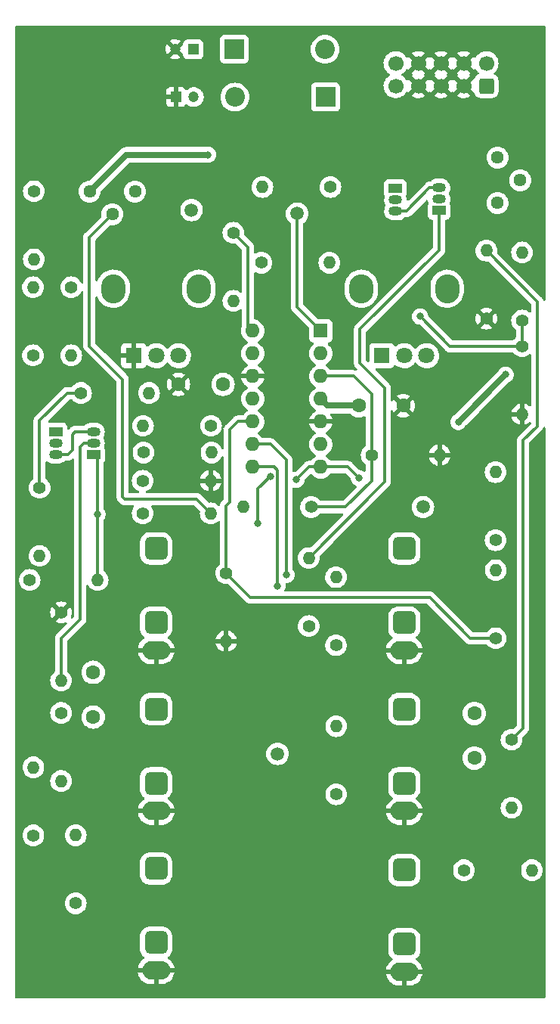
<source format=gbr>
%TF.GenerationSoftware,KiCad,Pcbnew,(6.0.1)*%
%TF.CreationDate,2022-09-11T09:05:18+02:00*%
%TF.ProjectId,vca,7663612e-6b69-4636-9164-5f7063625858,rev?*%
%TF.SameCoordinates,Original*%
%TF.FileFunction,Copper,L2,Bot*%
%TF.FilePolarity,Positive*%
%FSLAX46Y46*%
G04 Gerber Fmt 4.6, Leading zero omitted, Abs format (unit mm)*
G04 Created by KiCad (PCBNEW (6.0.1)) date 2022-09-11 09:05:18*
%MOMM*%
%LPD*%
G01*
G04 APERTURE LIST*
G04 Aperture macros list*
%AMRoundRect*
0 Rectangle with rounded corners*
0 $1 Rounding radius*
0 $2 $3 $4 $5 $6 $7 $8 $9 X,Y pos of 4 corners*
0 Add a 4 corners polygon primitive as box body*
4,1,4,$2,$3,$4,$5,$6,$7,$8,$9,$2,$3,0*
0 Add four circle primitives for the rounded corners*
1,1,$1+$1,$2,$3*
1,1,$1+$1,$4,$5*
1,1,$1+$1,$6,$7*
1,1,$1+$1,$8,$9*
0 Add four rect primitives between the rounded corners*
20,1,$1+$1,$2,$3,$4,$5,0*
20,1,$1+$1,$4,$5,$6,$7,0*
20,1,$1+$1,$6,$7,$8,$9,0*
20,1,$1+$1,$8,$9,$2,$3,0*%
G04 Aperture macros list end*
%TA.AperFunction,ComponentPad*%
%ADD10C,1.500000*%
%TD*%
%TA.AperFunction,ComponentPad*%
%ADD11O,2.720000X3.240000*%
%TD*%
%TA.AperFunction,ComponentPad*%
%ADD12R,1.800000X1.800000*%
%TD*%
%TA.AperFunction,ComponentPad*%
%ADD13C,1.800000*%
%TD*%
%TA.AperFunction,ComponentPad*%
%ADD14O,3.100000X2.100000*%
%TD*%
%TA.AperFunction,ComponentPad*%
%ADD15RoundRect,0.650000X-0.650000X-0.650000X0.650000X-0.650000X0.650000X0.650000X-0.650000X0.650000X0*%
%TD*%
%TA.AperFunction,ComponentPad*%
%ADD16C,1.400000*%
%TD*%
%TA.AperFunction,ComponentPad*%
%ADD17O,1.400000X1.400000*%
%TD*%
%TA.AperFunction,ComponentPad*%
%ADD18R,1.200000X1.200000*%
%TD*%
%TA.AperFunction,ComponentPad*%
%ADD19C,1.200000*%
%TD*%
%TA.AperFunction,ComponentPad*%
%ADD20R,1.600000X1.600000*%
%TD*%
%TA.AperFunction,ComponentPad*%
%ADD21O,1.600000X1.600000*%
%TD*%
%TA.AperFunction,ComponentPad*%
%ADD22RoundRect,0.250000X0.600000X-0.600000X0.600000X0.600000X-0.600000X0.600000X-0.600000X-0.600000X0*%
%TD*%
%TA.AperFunction,ComponentPad*%
%ADD23C,1.700000*%
%TD*%
%TA.AperFunction,ComponentPad*%
%ADD24C,1.600000*%
%TD*%
%TA.AperFunction,ComponentPad*%
%ADD25R,2.200000X2.200000*%
%TD*%
%TA.AperFunction,ComponentPad*%
%ADD26O,2.200000X2.200000*%
%TD*%
%TA.AperFunction,ComponentPad*%
%ADD27R,1.500000X1.050000*%
%TD*%
%TA.AperFunction,ComponentPad*%
%ADD28O,1.500000X1.050000*%
%TD*%
%TA.AperFunction,ComponentPad*%
%ADD29C,1.440000*%
%TD*%
%TA.AperFunction,ViaPad*%
%ADD30C,0.800000*%
%TD*%
%TA.AperFunction,Conductor*%
%ADD31C,0.350000*%
%TD*%
%TA.AperFunction,Conductor*%
%ADD32C,0.700000*%
%TD*%
G04 APERTURE END LIST*
D10*
%TO.P,TP3,1,1*%
%TO.N,Net-(R33-Pad1)*%
X59200000Y-39200000D03*
%TD*%
%TO.P,TP4,1,1*%
%TO.N,Net-(R34-Pad1)*%
X57000000Y-99675000D03*
%TD*%
D11*
%TO.P,RV1,*%
%TO.N,*%
X48200000Y-47600000D03*
X38600000Y-47600000D03*
D12*
%TO.P,RV1,1,1*%
%TO.N,GND*%
X40900000Y-55100000D03*
D13*
%TO.P,RV1,2,2*%
%TO.N,Net-(R9-Pad2)*%
X43400000Y-55100000D03*
%TO.P,RV1,3,3*%
%TO.N,Net-(R1-Pad2)*%
X45900000Y-55100000D03*
%TD*%
D10*
%TO.P,TP2,1,1*%
%TO.N,Net-(R16-Pad1)*%
X47375000Y-38800000D03*
%TD*%
D14*
%TO.P,J5,S*%
%TO.N,GND*%
X71200000Y-124080000D03*
D15*
%TO.P,J5,T*%
%TO.N,OUT2*%
X71200000Y-112680000D03*
%TO.P,J5,TN*%
%TO.N,unconnected-(J5-PadTN)*%
X71200000Y-120980000D03*
%TD*%
D14*
%TO.P,J4,S*%
%TO.N,GND*%
X71200000Y-88080000D03*
D15*
%TO.P,J4,T*%
%TO.N,CV2*%
X71200000Y-76680000D03*
%TO.P,J4,TN*%
%TO.N,unconnected-(J4-PadTN)*%
X71200000Y-84980000D03*
%TD*%
D14*
%TO.P,J1,S*%
%TO.N,GND*%
X43400000Y-106080000D03*
D15*
%TO.P,J1,T*%
%TO.N,IN1*%
X43400000Y-94680000D03*
%TO.P,J1,TN*%
%TO.N,unconnected-(J1-PadTN)*%
X43400000Y-102980000D03*
%TD*%
D14*
%TO.P,J6,S*%
%TO.N,GND*%
X43400000Y-123915000D03*
D15*
%TO.P,J6,T*%
%TO.N,OUT1*%
X43400000Y-112515000D03*
%TO.P,J6,TN*%
%TO.N,unconnected-(J6-PadTN)*%
X43400000Y-120815000D03*
%TD*%
D14*
%TO.P,J2,S*%
%TO.N,GND*%
X71200000Y-106080000D03*
D15*
%TO.P,J2,T*%
%TO.N,IN2*%
X71200000Y-94680000D03*
%TO.P,J2,TN*%
%TO.N,unconnected-(J2-PadTN)*%
X71200000Y-102980000D03*
%TD*%
D14*
%TO.P,J3,S*%
%TO.N,GND*%
X43400000Y-88080000D03*
D15*
%TO.P,J3,T*%
%TO.N,CV1*%
X43400000Y-76680000D03*
%TO.P,J3,TN*%
%TO.N,unconnected-(J3-PadTN)*%
X43400000Y-84980000D03*
%TD*%
D10*
%TO.P,TP1,1,1*%
%TO.N,Net-(R15-Pad1)*%
X73300000Y-72050000D03*
%TD*%
D11*
%TO.P,RV2,*%
%TO.N,*%
X66400000Y-47600000D03*
X76000000Y-47600000D03*
D12*
%TO.P,RV2,1,1*%
%TO.N,Net-(R11-Pad1)*%
X68700000Y-55100000D03*
D13*
%TO.P,RV2,2,2*%
%TO.N,Net-(R16-Pad2)*%
X71200000Y-55100000D03*
%TO.P,RV2,3,3*%
X73700000Y-55100000D03*
%TD*%
D16*
%TO.P,R31,1*%
%TO.N,Net-(R26-Pad1)*%
X67540000Y-66225000D03*
D17*
%TO.P,R31,2*%
%TO.N,GND*%
X75160000Y-66225000D03*
%TD*%
D16*
%TO.P,R34,1*%
%TO.N,Net-(R34-Pad1)*%
X63575000Y-104210000D03*
D17*
%TO.P,R34,2*%
%TO.N,Net-(R28-Pad1)*%
X63575000Y-96590000D03*
%TD*%
D16*
%TO.P,R30,1*%
%TO.N,Net-(Q4-Pad2)*%
X84400000Y-51160000D03*
D17*
%TO.P,R30,2*%
%TO.N,Net-(R30-Pad2)*%
X84400000Y-43540000D03*
%TD*%
D18*
%TO.P,C6,1*%
%TO.N,+12V*%
X47550000Y-20800000D03*
D19*
%TO.P,C6,2*%
%TO.N,GND*%
X45550000Y-20800000D03*
%TD*%
D16*
%TO.P,R8,1*%
%TO.N,Net-(R15-Pad2)*%
X30350000Y-69890000D03*
D17*
%TO.P,R8,2*%
%TO.N,CV1*%
X30350000Y-77510000D03*
%TD*%
D16*
%TO.P,R19,1*%
%TO.N,Net-(Q1-Pad3)*%
X41990000Y-65950000D03*
D17*
%TO.P,R19,2*%
%TO.N,Net-(R15-Pad1)*%
X49610000Y-65950000D03*
%TD*%
D18*
%TO.P,C7,1*%
%TO.N,GND*%
X45627401Y-26150000D03*
D19*
%TO.P,C7,2*%
%TO.N,-12V*%
X47627401Y-26150000D03*
%TD*%
D16*
%TO.P,R17,1*%
%TO.N,+12V*%
X29700000Y-36690000D03*
D17*
%TO.P,R17,2*%
%TO.N,Net-(Q1-Pad1)*%
X29700000Y-44310000D03*
%TD*%
D20*
%TO.P,U2,1*%
%TO.N,Net-(R33-Pad1)*%
X61850000Y-52325000D03*
D21*
%TO.P,U2,2,-*%
%TO.N,Net-(R25-Pad1)*%
X61850000Y-54865000D03*
%TO.P,U2,3,+*%
%TO.N,Net-(R26-Pad1)*%
X61850000Y-57405000D03*
%TO.P,U2,4,V+*%
%TO.N,+12V*%
X61850000Y-59945000D03*
%TO.P,U2,5,+*%
%TO.N,GND*%
X61850000Y-62485000D03*
%TO.P,U2,6,-*%
%TO.N,Net-(R15-Pad2)*%
X61850000Y-65025000D03*
%TO.P,U2,7*%
%TO.N,Net-(R15-Pad1)*%
X61850000Y-67565000D03*
%TO.P,U2,8*%
%TO.N,Net-(R34-Pad1)*%
X54230000Y-67565000D03*
%TO.P,U2,9,-*%
%TO.N,Net-(R28-Pad1)*%
X54230000Y-65025000D03*
%TO.P,U2,10,+*%
%TO.N,Net-(R29-Pad1)*%
X54230000Y-62485000D03*
%TO.P,U2,11,V-*%
%TO.N,-12V*%
X54230000Y-59945000D03*
%TO.P,U2,12,+*%
%TO.N,GND*%
X54230000Y-57405000D03*
%TO.P,U2,13,-*%
%TO.N,Net-(R11-Pad1)*%
X54230000Y-54865000D03*
%TO.P,U2,14*%
%TO.N,Net-(R16-Pad1)*%
X54230000Y-52325000D03*
%TD*%
D16*
%TO.P,R16,1*%
%TO.N,Net-(R16-Pad1)*%
X52050000Y-41340000D03*
D17*
%TO.P,R16,2*%
%TO.N,Net-(R16-Pad2)*%
X52050000Y-48960000D03*
%TD*%
D16*
%TO.P,R32,1*%
%TO.N,Net-(R29-Pad1)*%
X51250000Y-79440000D03*
D17*
%TO.P,R32,2*%
%TO.N,GND*%
X51250000Y-87060000D03*
%TD*%
D16*
%TO.P,R23,1*%
%TO.N,Net-(Q3-Pad2)*%
X41890000Y-69100000D03*
D17*
%TO.P,R23,2*%
%TO.N,GND*%
X49510000Y-69100000D03*
%TD*%
D22*
%TO.P,J7,1,Pin_1*%
%TO.N,Net-(D2-Pad1)*%
X80400000Y-24900000D03*
D23*
%TO.P,J7,2,Pin_2*%
X80400000Y-22360000D03*
%TO.P,J7,3,Pin_3*%
%TO.N,GND*%
X77860000Y-24900000D03*
%TO.P,J7,4,Pin_4*%
X77860000Y-22360000D03*
%TO.P,J7,5,Pin_5*%
X75320000Y-24900000D03*
%TO.P,J7,6,Pin_6*%
X75320000Y-22360000D03*
%TO.P,J7,7,Pin_7*%
X72780000Y-24900000D03*
%TO.P,J7,8,Pin_8*%
X72780000Y-22360000D03*
%TO.P,J7,9,Pin_9*%
%TO.N,Net-(D1-Pad2)*%
X70240000Y-24900000D03*
%TO.P,J7,10,Pin_10*%
X70240000Y-22360000D03*
%TD*%
D16*
%TO.P,R9,1*%
%TO.N,Net-(R15-Pad2)*%
X34990000Y-59275000D03*
D17*
%TO.P,R9,2*%
%TO.N,Net-(R9-Pad2)*%
X42610000Y-59275000D03*
%TD*%
D16*
%TO.P,R11,1*%
%TO.N,Net-(R11-Pad1)*%
X55190000Y-44700000D03*
D17*
%TO.P,R11,2*%
%TO.N,CV2*%
X62810000Y-44700000D03*
%TD*%
D16*
%TO.P,R20,1*%
%TO.N,Net-(Q2-Pad3)*%
X62935000Y-36225000D03*
D17*
%TO.P,R20,2*%
%TO.N,Net-(R16-Pad1)*%
X55315000Y-36225000D03*
%TD*%
D16*
%TO.P,R26,1*%
%TO.N,Net-(R26-Pad1)*%
X60760000Y-72050000D03*
D17*
%TO.P,R26,2*%
%TO.N,Net-(Q3-Pad1)*%
X53140000Y-72050000D03*
%TD*%
D16*
%TO.P,R25,1*%
%TO.N,Net-(R25-Pad1)*%
X29240000Y-80200000D03*
D17*
%TO.P,R25,2*%
%TO.N,Net-(Q1-Pad1)*%
X36860000Y-80200000D03*
%TD*%
D16*
%TO.P,R29,1*%
%TO.N,Net-(R29-Pad1)*%
X81450000Y-86735000D03*
D17*
%TO.P,R29,2*%
%TO.N,Net-(Q4-Pad1)*%
X81450000Y-79115000D03*
%TD*%
D24*
%TO.P,C1,1*%
%TO.N,IN1*%
X36350000Y-90550000D03*
%TO.P,C1,2*%
%TO.N,Net-(C1-Pad2)*%
X36350000Y-95550000D03*
%TD*%
D16*
%TO.P,R7,1*%
%TO.N,Net-(Q1-Pad2)*%
X32750000Y-95090000D03*
D17*
%TO.P,R7,2*%
%TO.N,Net-(C1-Pad2)*%
X32750000Y-102710000D03*
%TD*%
D16*
%TO.P,R22,1*%
%TO.N,Net-(Q4-Pad1)*%
X81425000Y-75760000D03*
D17*
%TO.P,R22,2*%
%TO.N,+12V*%
X81425000Y-68140000D03*
%TD*%
D25*
%TO.P,D1,1,K*%
%TO.N,+12V*%
X52170000Y-20800000D03*
D26*
%TO.P,D1,2,A*%
%TO.N,Net-(D1-Pad2)*%
X62330000Y-20800000D03*
%TD*%
D16*
%TO.P,R36,1*%
%TO.N,OUT2*%
X77890000Y-112700000D03*
D17*
%TO.P,R36,2*%
%TO.N,Net-(R34-Pad1)*%
X85510000Y-112700000D03*
%TD*%
D27*
%TO.P,Q2,1,C*%
%TO.N,Net-(Q2-Pad1)*%
X75100000Y-38850000D03*
D28*
%TO.P,Q2,2,B*%
%TO.N,Net-(Q2-Pad2)*%
X75100000Y-37580000D03*
%TO.P,Q2,3,E*%
%TO.N,Net-(Q2-Pad3)*%
X75100000Y-36310000D03*
%TD*%
D16*
%TO.P,R24,1*%
%TO.N,Net-(Q4-Pad2)*%
X84400000Y-54040000D03*
D17*
%TO.P,R24,2*%
%TO.N,GND*%
X84400000Y-61660000D03*
%TD*%
D16*
%TO.P,R33,1*%
%TO.N,Net-(R33-Pad1)*%
X29650000Y-108800000D03*
D17*
%TO.P,R33,2*%
%TO.N,Net-(R25-Pad1)*%
X29650000Y-101180000D03*
%TD*%
D16*
%TO.P,R10,1*%
%TO.N,Net-(Q2-Pad2)*%
X83200000Y-98090000D03*
D17*
%TO.P,R10,2*%
%TO.N,Net-(C2-Pad2)*%
X83200000Y-105710000D03*
%TD*%
D16*
%TO.P,R35,1*%
%TO.N,OUT1*%
X34400000Y-116410000D03*
D17*
%TO.P,R35,2*%
%TO.N,Net-(R33-Pad1)*%
X34400000Y-108790000D03*
%TD*%
D16*
%TO.P,R18,1*%
%TO.N,+12V*%
X63550000Y-87510000D03*
D17*
%TO.P,R18,2*%
%TO.N,Net-(Q2-Pad1)*%
X63550000Y-79890000D03*
%TD*%
D24*
%TO.P,C4,1*%
%TO.N,+12V*%
X66100000Y-60700000D03*
%TO.P,C4,2*%
%TO.N,GND*%
X71100000Y-60700000D03*
%TD*%
D29*
%TO.P,RV4,1,1*%
%TO.N,+12V*%
X81650000Y-38000000D03*
%TO.P,RV4,2,2*%
%TO.N,Net-(R30-Pad2)*%
X84190000Y-35460000D03*
%TO.P,RV4,3,3*%
%TO.N,-12V*%
X81650000Y-32920000D03*
%TD*%
D16*
%TO.P,R28,1*%
%TO.N,Net-(R28-Pad1)*%
X60500000Y-85360000D03*
D17*
%TO.P,R28,2*%
%TO.N,Net-(Q2-Pad1)*%
X60500000Y-77740000D03*
%TD*%
D25*
%TO.P,D2,1,K*%
%TO.N,Net-(D2-Pad1)*%
X62380000Y-26150000D03*
D26*
%TO.P,D2,2,A*%
%TO.N,-12V*%
X52220000Y-26150000D03*
%TD*%
D16*
%TO.P,R27,1*%
%TO.N,Net-(Q3-Pad2)*%
X41890000Y-72750000D03*
D17*
%TO.P,R27,2*%
%TO.N,Net-(R27-Pad2)*%
X49510000Y-72750000D03*
%TD*%
D16*
%TO.P,R1,1*%
%TO.N,+12V*%
X33900000Y-47440000D03*
D17*
%TO.P,R1,2*%
%TO.N,Net-(R1-Pad2)*%
X33900000Y-55060000D03*
%TD*%
D16*
%TO.P,R21,1*%
%TO.N,Net-(Q3-Pad1)*%
X29600000Y-55060000D03*
D17*
%TO.P,R21,2*%
%TO.N,+12V*%
X29600000Y-47440000D03*
%TD*%
D27*
%TO.P,Q3,1,C*%
%TO.N,Net-(Q3-Pad1)*%
X32160000Y-63630000D03*
D28*
%TO.P,Q3,2,B*%
%TO.N,Net-(Q3-Pad2)*%
X32160000Y-64900000D03*
%TO.P,Q3,3,E*%
%TO.N,Net-(Q1-Pad3)*%
X32160000Y-66170000D03*
%TD*%
D27*
%TO.P,Q1,1,C*%
%TO.N,Net-(Q1-Pad1)*%
X36390000Y-66170000D03*
D28*
%TO.P,Q1,2,B*%
%TO.N,Net-(Q1-Pad2)*%
X36390000Y-64900000D03*
%TO.P,Q1,3,E*%
%TO.N,Net-(Q1-Pad3)*%
X36390000Y-63630000D03*
%TD*%
D16*
%TO.P,R13,1*%
%TO.N,GND*%
X32750000Y-83840000D03*
D17*
%TO.P,R13,2*%
%TO.N,Net-(Q1-Pad2)*%
X32750000Y-91460000D03*
%TD*%
D16*
%TO.P,R15,1*%
%TO.N,Net-(R15-Pad1)*%
X49560000Y-62950000D03*
D17*
%TO.P,R15,2*%
%TO.N,Net-(R15-Pad2)*%
X41940000Y-62950000D03*
%TD*%
D27*
%TO.P,Q4,1,C*%
%TO.N,Net-(Q4-Pad1)*%
X70210000Y-36380000D03*
D28*
%TO.P,Q4,2,B*%
%TO.N,Net-(Q4-Pad2)*%
X70210000Y-37650000D03*
%TO.P,Q4,3,E*%
%TO.N,Net-(Q2-Pad3)*%
X70210000Y-38920000D03*
%TD*%
D24*
%TO.P,C2,1*%
%TO.N,IN2*%
X79050000Y-95150000D03*
%TO.P,C2,2*%
%TO.N,Net-(C2-Pad2)*%
X79050000Y-100150000D03*
%TD*%
%TO.P,C8,1*%
%TO.N,-12V*%
X50900000Y-58300000D03*
%TO.P,C8,2*%
%TO.N,GND*%
X45900000Y-58300000D03*
%TD*%
D16*
%TO.P,R14,1*%
%TO.N,GND*%
X80400000Y-50960000D03*
D17*
%TO.P,R14,2*%
%TO.N,Net-(Q2-Pad2)*%
X80400000Y-43340000D03*
%TD*%
D29*
%TO.P,RV3,1,1*%
%TO.N,+12V*%
X35950000Y-36725000D03*
%TO.P,RV3,2,2*%
%TO.N,Net-(R27-Pad2)*%
X38490000Y-39265000D03*
%TO.P,RV3,3,3*%
%TO.N,-12V*%
X41030000Y-36725000D03*
%TD*%
D30*
%TO.N,+12V*%
X82550000Y-57225000D03*
X49200000Y-32600000D03*
X77275000Y-62525000D03*
%TO.N,Net-(Q1-Pad1)*%
X36830000Y-72870000D03*
%TO.N,Net-(Q4-Pad2)*%
X72975000Y-50700000D03*
%TO.N,Net-(R15-Pad1)*%
X59100000Y-69000000D03*
X66125000Y-68800000D03*
%TO.N,Net-(R25-Pad1)*%
X56200000Y-68600000D03*
X54800000Y-73850000D03*
%TO.N,Net-(R28-Pad1)*%
X58000000Y-79650000D03*
%TO.N,Net-(R34-Pad1)*%
X57000000Y-80875000D03*
%TD*%
D31*
%TO.N,Net-(R26-Pad1)*%
X65521370Y-57405000D02*
X61850000Y-57405000D01*
X67540000Y-59423630D02*
X65521370Y-57405000D01*
%TO.N,Net-(R29-Pad1)*%
X52565000Y-62485000D02*
X54230000Y-62485000D01*
X51650000Y-63400000D02*
X52565000Y-62485000D01*
X51650000Y-71500000D02*
X51650000Y-63400000D01*
X51250000Y-71900000D02*
X51650000Y-71500000D01*
X51250000Y-79440000D02*
X51250000Y-71900000D01*
%TO.N,Net-(R28-Pad1)*%
X56225000Y-65025000D02*
X58000000Y-66800000D01*
X54230000Y-65025000D02*
X56225000Y-65025000D01*
X58000000Y-66800000D02*
X58000000Y-79650000D01*
D32*
%TO.N,+12V*%
X82550000Y-57225000D02*
X77275000Y-62500000D01*
X62605000Y-60700000D02*
X61850000Y-59945000D01*
X77275000Y-62500000D02*
X77275000Y-62525000D01*
X66100000Y-60700000D02*
X62605000Y-60700000D01*
X49200000Y-32600000D02*
X40075000Y-32600000D01*
X40075000Y-32600000D02*
X35950000Y-36725000D01*
D31*
%TO.N,Net-(Q1-Pad1)*%
X36390000Y-66170000D02*
X36860000Y-66640000D01*
X36860000Y-66640000D02*
X36860000Y-80200000D01*
%TO.N,Net-(Q1-Pad2)*%
X36390000Y-64900000D02*
X35300000Y-64900000D01*
X34900000Y-65300000D02*
X34900000Y-84600000D01*
X35300000Y-64900000D02*
X34900000Y-65300000D01*
X32750000Y-86750000D02*
X32750000Y-91460000D01*
X34900000Y-84600000D02*
X32750000Y-86750000D01*
%TO.N,Net-(Q1-Pad3)*%
X34320000Y-63630000D02*
X36390000Y-63630000D01*
X32160000Y-66170000D02*
X33516821Y-66170000D01*
X34000000Y-63950000D02*
X34320000Y-63630000D01*
X33516821Y-66170000D02*
X34000000Y-65686821D01*
X34000000Y-65686821D02*
X34000000Y-63950000D01*
%TO.N,Net-(Q2-Pad1)*%
X66250000Y-52150000D02*
X75100000Y-43300000D01*
X68535000Y-69715000D02*
X69000000Y-69250000D01*
X66250000Y-55950000D02*
X66250000Y-52150000D01*
X60500000Y-77740000D02*
X68525000Y-69715000D01*
X75100000Y-43300000D02*
X75100000Y-38850000D01*
X69000000Y-69250000D02*
X69000000Y-58700000D01*
X68525000Y-69715000D02*
X68535000Y-69715000D01*
X69000000Y-58700000D02*
X66250000Y-55950000D01*
%TO.N,Net-(Q2-Pad2)*%
X83200000Y-98090000D02*
X84500000Y-96790000D01*
X84500000Y-96790000D02*
X84500000Y-64600000D01*
X86100000Y-63000000D02*
X86100000Y-49040000D01*
X86100000Y-49040000D02*
X80400000Y-43340000D01*
X84500000Y-64600000D02*
X86100000Y-63000000D01*
%TO.N,Net-(Q2-Pad3)*%
X75100000Y-36310000D02*
X74040000Y-36310000D01*
X74040000Y-36310000D02*
X71430000Y-38920000D01*
X71430000Y-38920000D02*
X70210000Y-38920000D01*
%TO.N,Net-(Q4-Pad2)*%
X76315000Y-54040000D02*
X84400000Y-54040000D01*
X72975000Y-50700000D02*
X76315000Y-54040000D01*
X84400000Y-54040000D02*
X84400000Y-51160000D01*
%TO.N,Net-(R15-Pad2)*%
X30350000Y-62400000D02*
X30350000Y-69890000D01*
X34990000Y-59275000D02*
X33475000Y-59275000D01*
X33475000Y-59275000D02*
X30350000Y-62400000D01*
%TO.N,Net-(R15-Pad1)*%
X60535000Y-67565000D02*
X61850000Y-67565000D01*
X59100000Y-69000000D02*
X60535000Y-67565000D01*
X64890000Y-67565000D02*
X61850000Y-67565000D01*
X66125000Y-68800000D02*
X64890000Y-67565000D01*
%TO.N,Net-(R16-Pad1)*%
X53700000Y-51795000D02*
X53700000Y-42990000D01*
X54230000Y-52325000D02*
X53700000Y-51795000D01*
X53700000Y-42990000D02*
X52050000Y-41340000D01*
%TO.N,Net-(R25-Pad1)*%
X54800000Y-70000000D02*
X54800000Y-73850000D01*
X56200000Y-68600000D02*
X54800000Y-70000000D01*
%TO.N,Net-(R26-Pad1)*%
X67540000Y-69110000D02*
X64600000Y-72050000D01*
X64600000Y-72050000D02*
X60760000Y-72050000D01*
X67540000Y-59423630D02*
X67540000Y-69110000D01*
%TO.N,Net-(R27-Pad2)*%
X35925000Y-41830000D02*
X35925000Y-54025000D01*
X39650000Y-57750000D02*
X39650000Y-70900000D01*
X39900000Y-71150000D02*
X47910000Y-71150000D01*
X35925000Y-54025000D02*
X39650000Y-57750000D01*
X47910000Y-71150000D02*
X49510000Y-72750000D01*
X38490000Y-39265000D02*
X35925000Y-41830000D01*
X39650000Y-70900000D02*
X39900000Y-71150000D01*
%TO.N,Net-(R29-Pad1)*%
X81450000Y-86735000D02*
X78585000Y-86735000D01*
X78585000Y-86735000D02*
X74050000Y-82200000D01*
X53975000Y-82200000D02*
X51250000Y-79475000D01*
X51250000Y-79475000D02*
X51250000Y-79440000D01*
X74050000Y-82200000D02*
X53975000Y-82200000D01*
%TO.N,Net-(R33-Pad1)*%
X59200000Y-39200000D02*
X59200000Y-49675000D01*
X59200000Y-49675000D02*
X61850000Y-52325000D01*
%TO.N,Net-(R34-Pad1)*%
X57000000Y-80875000D02*
X57000000Y-67950000D01*
X56615000Y-67565000D02*
X54230000Y-67565000D01*
X57000000Y-67950000D02*
X56615000Y-67565000D01*
%TD*%
%TA.AperFunction,Conductor*%
%TO.N,GND*%
G36*
X86959121Y-18203002D02*
G01*
X87005614Y-18256658D01*
X87017000Y-18309000D01*
X87017000Y-48849504D01*
X86996998Y-48917625D01*
X86943342Y-48964118D01*
X86873068Y-48974222D01*
X86808488Y-48944728D01*
X86769219Y-48880511D01*
X86768645Y-48875765D01*
X86765959Y-48868655D01*
X86764754Y-48863752D01*
X86761886Y-48853266D01*
X86760439Y-48848474D01*
X86759134Y-48840996D01*
X86756082Y-48834043D01*
X86734405Y-48784659D01*
X86731914Y-48778554D01*
X86712855Y-48728118D01*
X86712853Y-48728115D01*
X86710169Y-48721011D01*
X86705869Y-48714754D01*
X86703533Y-48710286D01*
X86698275Y-48700840D01*
X86695693Y-48696474D01*
X86692638Y-48689515D01*
X86655177Y-48640696D01*
X86651314Y-48635377D01*
X86620769Y-48590935D01*
X86616466Y-48584674D01*
X86571676Y-48544767D01*
X86566402Y-48539787D01*
X81634832Y-43608217D01*
X81600806Y-43545905D01*
X81600431Y-43540000D01*
X83186884Y-43540000D01*
X83205314Y-43750655D01*
X83206738Y-43755968D01*
X83206738Y-43755970D01*
X83219382Y-43803156D01*
X83260044Y-43954910D01*
X83262366Y-43959891D01*
X83262367Y-43959892D01*
X83338739Y-44123671D01*
X83349411Y-44146558D01*
X83470699Y-44319776D01*
X83620224Y-44469301D01*
X83793442Y-44590589D01*
X83798420Y-44592910D01*
X83798423Y-44592912D01*
X83980108Y-44677633D01*
X83985090Y-44679956D01*
X83990398Y-44681378D01*
X83990400Y-44681379D01*
X84184030Y-44733262D01*
X84184032Y-44733262D01*
X84189345Y-44734686D01*
X84400000Y-44753116D01*
X84610655Y-44734686D01*
X84615968Y-44733262D01*
X84615970Y-44733262D01*
X84809600Y-44681379D01*
X84809602Y-44681378D01*
X84814910Y-44679956D01*
X84819892Y-44677633D01*
X85001577Y-44592912D01*
X85001580Y-44592910D01*
X85006558Y-44590589D01*
X85179776Y-44469301D01*
X85329301Y-44319776D01*
X85450589Y-44146558D01*
X85461262Y-44123671D01*
X85537633Y-43959892D01*
X85537634Y-43959891D01*
X85539956Y-43954910D01*
X85580619Y-43803156D01*
X85593262Y-43755970D01*
X85593262Y-43755968D01*
X85594686Y-43750655D01*
X85613116Y-43540000D01*
X85594686Y-43329345D01*
X85582364Y-43283358D01*
X85541379Y-43130400D01*
X85541378Y-43130398D01*
X85539956Y-43125090D01*
X85537633Y-43120108D01*
X85452912Y-42938423D01*
X85452910Y-42938420D01*
X85450589Y-42933442D01*
X85329301Y-42760224D01*
X85179776Y-42610699D01*
X85006558Y-42489411D01*
X85001580Y-42487090D01*
X85001577Y-42487088D01*
X84819892Y-42402367D01*
X84819891Y-42402366D01*
X84814910Y-42400044D01*
X84809602Y-42398622D01*
X84809600Y-42398621D01*
X84615970Y-42346738D01*
X84615968Y-42346738D01*
X84610655Y-42345314D01*
X84400000Y-42326884D01*
X84189345Y-42345314D01*
X84184032Y-42346738D01*
X84184030Y-42346738D01*
X83990400Y-42398621D01*
X83990398Y-42398622D01*
X83985090Y-42400044D01*
X83980109Y-42402366D01*
X83980108Y-42402367D01*
X83798423Y-42487088D01*
X83798420Y-42487090D01*
X83793442Y-42489411D01*
X83620224Y-42610699D01*
X83470699Y-42760224D01*
X83349411Y-42933442D01*
X83347090Y-42938420D01*
X83347088Y-42938423D01*
X83262367Y-43120108D01*
X83260044Y-43125090D01*
X83258622Y-43130398D01*
X83258621Y-43130400D01*
X83217636Y-43283358D01*
X83205314Y-43329345D01*
X83186884Y-43540000D01*
X81600431Y-43540000D01*
X81598406Y-43508141D01*
X81612637Y-43345476D01*
X81612637Y-43345475D01*
X81613116Y-43340000D01*
X81594686Y-43129345D01*
X81591308Y-43116738D01*
X81541379Y-42930400D01*
X81541378Y-42930398D01*
X81539956Y-42925090D01*
X81488038Y-42813752D01*
X81452912Y-42738423D01*
X81452910Y-42738420D01*
X81450589Y-42733442D01*
X81329301Y-42560224D01*
X81179776Y-42410699D01*
X81006558Y-42289411D01*
X81001580Y-42287090D01*
X81001577Y-42287088D01*
X80819892Y-42202367D01*
X80819891Y-42202366D01*
X80814910Y-42200044D01*
X80809602Y-42198622D01*
X80809600Y-42198621D01*
X80615970Y-42146738D01*
X80615968Y-42146738D01*
X80610655Y-42145314D01*
X80400000Y-42126884D01*
X80189345Y-42145314D01*
X80184032Y-42146738D01*
X80184030Y-42146738D01*
X79990400Y-42198621D01*
X79990398Y-42198622D01*
X79985090Y-42200044D01*
X79980109Y-42202366D01*
X79980108Y-42202367D01*
X79798423Y-42287088D01*
X79798420Y-42287090D01*
X79793442Y-42289411D01*
X79620224Y-42410699D01*
X79470699Y-42560224D01*
X79349411Y-42733442D01*
X79347090Y-42738420D01*
X79347088Y-42738423D01*
X79311962Y-42813752D01*
X79260044Y-42925090D01*
X79258622Y-42930398D01*
X79258621Y-42930400D01*
X79208692Y-43116738D01*
X79205314Y-43129345D01*
X79186884Y-43340000D01*
X79205314Y-43550655D01*
X79206738Y-43555968D01*
X79206738Y-43555970D01*
X79257436Y-43745175D01*
X79260044Y-43754910D01*
X79262366Y-43759891D01*
X79262367Y-43759892D01*
X79281122Y-43800111D01*
X79349411Y-43946558D01*
X79470699Y-44119776D01*
X79620224Y-44269301D01*
X79793442Y-44390589D01*
X79798420Y-44392910D01*
X79798423Y-44392912D01*
X79980108Y-44477633D01*
X79985090Y-44479956D01*
X79990398Y-44481378D01*
X79990400Y-44481379D01*
X80184030Y-44533262D01*
X80184032Y-44533262D01*
X80189345Y-44534686D01*
X80400000Y-44553116D01*
X80405475Y-44552637D01*
X80405476Y-44552637D01*
X80568141Y-44538406D01*
X80637745Y-44552395D01*
X80668217Y-44574832D01*
X85379595Y-49286209D01*
X85413621Y-49348521D01*
X85416500Y-49375304D01*
X85416500Y-50163233D01*
X85396498Y-50231354D01*
X85342842Y-50277847D01*
X85272568Y-50287951D01*
X85207988Y-50258457D01*
X85201405Y-50252328D01*
X85179776Y-50230699D01*
X85006558Y-50109411D01*
X85001580Y-50107090D01*
X85001577Y-50107088D01*
X84819892Y-50022367D01*
X84819891Y-50022366D01*
X84814910Y-50020044D01*
X84809602Y-50018622D01*
X84809600Y-50018621D01*
X84615970Y-49966738D01*
X84615968Y-49966738D01*
X84610655Y-49965314D01*
X84400000Y-49946884D01*
X84189345Y-49965314D01*
X84184032Y-49966738D01*
X84184030Y-49966738D01*
X83990400Y-50018621D01*
X83990398Y-50018622D01*
X83985090Y-50020044D01*
X83980109Y-50022366D01*
X83980108Y-50022367D01*
X83798423Y-50107088D01*
X83798420Y-50107090D01*
X83793442Y-50109411D01*
X83620224Y-50230699D01*
X83470699Y-50380224D01*
X83349411Y-50553442D01*
X83347090Y-50558420D01*
X83347088Y-50558423D01*
X83262367Y-50740108D01*
X83260044Y-50745090D01*
X83258622Y-50750398D01*
X83258621Y-50750400D01*
X83208975Y-50935682D01*
X83205314Y-50949345D01*
X83186884Y-51160000D01*
X83205314Y-51370655D01*
X83206738Y-51375968D01*
X83206738Y-51375970D01*
X83219217Y-51422540D01*
X83260044Y-51574910D01*
X83262366Y-51579891D01*
X83262367Y-51579892D01*
X83311052Y-51684296D01*
X83349411Y-51766558D01*
X83470699Y-51939776D01*
X83620224Y-52089301D01*
X83624732Y-52092458D01*
X83624735Y-52092460D01*
X83662771Y-52119093D01*
X83707099Y-52174551D01*
X83716500Y-52222306D01*
X83716500Y-52977694D01*
X83696498Y-53045815D01*
X83662771Y-53080907D01*
X83624735Y-53107540D01*
X83624732Y-53107542D01*
X83620224Y-53110699D01*
X83470699Y-53260224D01*
X83467542Y-53264732D01*
X83467540Y-53264735D01*
X83440907Y-53302771D01*
X83385449Y-53347099D01*
X83337694Y-53356500D01*
X76650305Y-53356500D01*
X76582184Y-53336498D01*
X76561210Y-53319595D01*
X75215876Y-51974261D01*
X79750294Y-51974261D01*
X79759590Y-51986276D01*
X79789189Y-52007001D01*
X79798677Y-52012479D01*
X79980277Y-52097159D01*
X79990571Y-52100907D01*
X80184122Y-52152769D01*
X80194909Y-52154671D01*
X80394525Y-52172135D01*
X80405475Y-52172135D01*
X80605091Y-52154671D01*
X80615878Y-52152769D01*
X80809429Y-52100907D01*
X80819723Y-52097159D01*
X81001323Y-52012479D01*
X81010811Y-52007001D01*
X81041248Y-51985689D01*
X81049623Y-51975212D01*
X81042554Y-51961764D01*
X80412812Y-51332022D01*
X80398868Y-51324408D01*
X80397035Y-51324539D01*
X80390420Y-51328790D01*
X79756724Y-51962486D01*
X79750294Y-51974261D01*
X75215876Y-51974261D01*
X74207090Y-50965475D01*
X79187865Y-50965475D01*
X79205329Y-51165091D01*
X79207231Y-51175878D01*
X79259093Y-51369429D01*
X79262841Y-51379723D01*
X79347521Y-51561323D01*
X79352999Y-51570811D01*
X79374311Y-51601248D01*
X79384788Y-51609623D01*
X79398236Y-51602554D01*
X80027978Y-50972812D01*
X80034356Y-50961132D01*
X80764408Y-50961132D01*
X80764539Y-50962965D01*
X80768790Y-50969580D01*
X81402486Y-51603276D01*
X81414261Y-51609706D01*
X81426276Y-51600410D01*
X81447001Y-51570811D01*
X81452479Y-51561323D01*
X81537159Y-51379723D01*
X81540907Y-51369429D01*
X81592769Y-51175878D01*
X81594671Y-51165091D01*
X81612135Y-50965475D01*
X81612135Y-50954525D01*
X81594671Y-50754909D01*
X81592769Y-50744122D01*
X81540907Y-50550571D01*
X81537159Y-50540277D01*
X81452479Y-50358677D01*
X81447001Y-50349189D01*
X81425689Y-50318752D01*
X81415212Y-50310377D01*
X81401764Y-50317446D01*
X80772022Y-50947188D01*
X80764408Y-50961132D01*
X80034356Y-50961132D01*
X80035592Y-50958868D01*
X80035461Y-50957035D01*
X80031210Y-50950420D01*
X79397514Y-50316724D01*
X79385739Y-50310294D01*
X79373724Y-50319590D01*
X79352999Y-50349189D01*
X79347521Y-50358677D01*
X79262841Y-50540277D01*
X79259093Y-50550571D01*
X79207231Y-50744122D01*
X79205329Y-50754909D01*
X79187865Y-50954525D01*
X79187865Y-50965475D01*
X74207090Y-50965475D01*
X73913817Y-50672202D01*
X73879791Y-50609890D01*
X73877602Y-50596277D01*
X73877070Y-50591210D01*
X73873100Y-50553442D01*
X73869232Y-50516635D01*
X73869232Y-50516633D01*
X73868542Y-50510072D01*
X73809527Y-50328444D01*
X73802761Y-50316724D01*
X73765581Y-50252328D01*
X73714040Y-50163056D01*
X73705222Y-50153262D01*
X73590675Y-50026045D01*
X73590674Y-50026044D01*
X73586253Y-50021134D01*
X73481173Y-49944788D01*
X79750377Y-49944788D01*
X79757446Y-49958236D01*
X80387188Y-50587978D01*
X80401132Y-50595592D01*
X80402965Y-50595461D01*
X80409580Y-50591210D01*
X81043276Y-49957514D01*
X81049706Y-49945739D01*
X81040410Y-49933724D01*
X81010811Y-49912999D01*
X81001323Y-49907521D01*
X80819723Y-49822841D01*
X80809429Y-49819093D01*
X80615878Y-49767231D01*
X80605091Y-49765329D01*
X80405475Y-49747865D01*
X80394525Y-49747865D01*
X80194909Y-49765329D01*
X80184122Y-49767231D01*
X79990571Y-49819093D01*
X79980277Y-49822841D01*
X79798677Y-49907521D01*
X79789189Y-49912999D01*
X79758752Y-49934311D01*
X79750377Y-49944788D01*
X73481173Y-49944788D01*
X73479748Y-49943753D01*
X73437094Y-49912763D01*
X73437093Y-49912762D01*
X73431752Y-49908882D01*
X73425724Y-49906198D01*
X73425722Y-49906197D01*
X73263319Y-49833891D01*
X73263318Y-49833891D01*
X73257288Y-49831206D01*
X73163887Y-49811353D01*
X73076944Y-49792872D01*
X73076939Y-49792872D01*
X73070487Y-49791500D01*
X72879513Y-49791500D01*
X72873061Y-49792872D01*
X72873056Y-49792872D01*
X72786113Y-49811353D01*
X72692712Y-49831206D01*
X72686682Y-49833891D01*
X72686681Y-49833891D01*
X72524278Y-49906197D01*
X72524276Y-49906198D01*
X72518248Y-49908882D01*
X72512907Y-49912762D01*
X72512906Y-49912763D01*
X72470252Y-49943753D01*
X72363747Y-50021134D01*
X72359326Y-50026044D01*
X72359325Y-50026045D01*
X72244779Y-50153262D01*
X72235960Y-50163056D01*
X72184419Y-50252328D01*
X72147240Y-50316724D01*
X72140473Y-50328444D01*
X72081458Y-50510072D01*
X72080768Y-50516633D01*
X72080768Y-50516635D01*
X72070967Y-50609890D01*
X72061496Y-50700000D01*
X72081458Y-50889928D01*
X72140473Y-51071556D01*
X72235960Y-51236944D01*
X72240378Y-51241851D01*
X72240379Y-51241852D01*
X72355250Y-51369429D01*
X72363747Y-51378866D01*
X72413046Y-51414684D01*
X72510118Y-51485211D01*
X72518248Y-51491118D01*
X72524276Y-51493802D01*
X72524278Y-51493803D01*
X72686681Y-51566109D01*
X72692712Y-51568794D01*
X72810487Y-51593828D01*
X72873057Y-51607128D01*
X72873060Y-51607128D01*
X72877782Y-51608132D01*
X72879513Y-51608500D01*
X72879446Y-51608817D01*
X72941781Y-51634462D01*
X72952050Y-51643665D01*
X75811837Y-54503451D01*
X75817691Y-54509716D01*
X75854290Y-54551670D01*
X75860504Y-54556037D01*
X75904629Y-54587049D01*
X75909925Y-54590982D01*
X75958328Y-54628935D01*
X75965249Y-54632060D01*
X75969564Y-54634673D01*
X75978976Y-54640042D01*
X75983424Y-54642427D01*
X75989639Y-54646795D01*
X76046952Y-54669140D01*
X76053034Y-54671697D01*
X76077368Y-54682684D01*
X76109104Y-54697014D01*
X76116576Y-54698399D01*
X76121427Y-54699919D01*
X76131765Y-54702864D01*
X76136696Y-54704130D01*
X76143772Y-54706889D01*
X76151301Y-54707880D01*
X76151304Y-54707881D01*
X76204766Y-54714919D01*
X76211281Y-54715951D01*
X76253141Y-54723709D01*
X76271767Y-54727161D01*
X76279347Y-54726724D01*
X76279348Y-54726724D01*
X76331642Y-54723709D01*
X76338894Y-54723500D01*
X83337694Y-54723500D01*
X83405815Y-54743502D01*
X83440907Y-54777229D01*
X83470699Y-54819776D01*
X83620224Y-54969301D01*
X83793442Y-55090589D01*
X83798420Y-55092910D01*
X83798423Y-55092912D01*
X83968798Y-55172359D01*
X83985090Y-55179956D01*
X83990398Y-55181378D01*
X83990400Y-55181379D01*
X84184030Y-55233262D01*
X84184032Y-55233262D01*
X84189345Y-55234686D01*
X84400000Y-55253116D01*
X84610655Y-55234686D01*
X84615968Y-55233262D01*
X84615970Y-55233262D01*
X84809600Y-55181379D01*
X84809602Y-55181378D01*
X84814910Y-55179956D01*
X84831202Y-55172359D01*
X85001577Y-55092912D01*
X85001580Y-55092910D01*
X85006558Y-55090589D01*
X85179776Y-54969301D01*
X85201405Y-54947672D01*
X85263717Y-54913646D01*
X85334532Y-54918711D01*
X85391368Y-54961258D01*
X85416179Y-55027778D01*
X85416500Y-55036767D01*
X85416500Y-60663941D01*
X85396498Y-60732062D01*
X85342842Y-60778555D01*
X85272568Y-60788659D01*
X85207988Y-60759165D01*
X85201405Y-60753036D01*
X85183350Y-60734981D01*
X85174942Y-60727925D01*
X85010811Y-60612998D01*
X85001323Y-60607521D01*
X84819727Y-60522842D01*
X84809423Y-60519092D01*
X84671497Y-60482134D01*
X84657401Y-60482470D01*
X84654000Y-60490412D01*
X84654000Y-62824439D01*
X84657973Y-62837970D01*
X84666522Y-62839199D01*
X84809423Y-62800908D01*
X84819727Y-62797158D01*
X85001323Y-62712479D01*
X85010811Y-62707002D01*
X85174942Y-62592075D01*
X85183350Y-62585019D01*
X85201405Y-62566964D01*
X85263717Y-62532938D01*
X85334532Y-62538003D01*
X85391368Y-62580550D01*
X85416179Y-62647070D01*
X85416500Y-62656059D01*
X85416500Y-62664695D01*
X85396498Y-62732816D01*
X85379595Y-62753790D01*
X84036541Y-64096844D01*
X84030276Y-64102698D01*
X83988330Y-64139290D01*
X83952934Y-64189655D01*
X83949022Y-64194920D01*
X83911065Y-64243328D01*
X83907939Y-64250252D01*
X83905329Y-64254561D01*
X83899958Y-64263976D01*
X83897573Y-64268424D01*
X83893205Y-64274639D01*
X83890446Y-64281716D01*
X83870858Y-64331957D01*
X83868306Y-64338029D01*
X83842986Y-64394105D01*
X83841600Y-64401582D01*
X83840090Y-64406402D01*
X83837118Y-64416835D01*
X83835870Y-64421696D01*
X83833111Y-64428772D01*
X83832120Y-64436302D01*
X83825082Y-64489762D01*
X83824050Y-64496278D01*
X83812839Y-64556767D01*
X83813276Y-64564347D01*
X83813276Y-64564348D01*
X83816291Y-64616642D01*
X83816500Y-64623894D01*
X83816500Y-96454695D01*
X83796498Y-96522816D01*
X83779595Y-96543790D01*
X83468217Y-96855168D01*
X83405905Y-96889194D01*
X83368141Y-96891594D01*
X83205476Y-96877363D01*
X83205475Y-96877363D01*
X83200000Y-96876884D01*
X82989345Y-96895314D01*
X82984032Y-96896738D01*
X82984030Y-96896738D01*
X82790400Y-96948621D01*
X82790398Y-96948622D01*
X82785090Y-96950044D01*
X82780109Y-96952366D01*
X82780108Y-96952367D01*
X82598423Y-97037088D01*
X82598420Y-97037090D01*
X82593442Y-97039411D01*
X82420224Y-97160699D01*
X82270699Y-97310224D01*
X82149411Y-97483442D01*
X82147090Y-97488420D01*
X82147088Y-97488423D01*
X82077603Y-97637434D01*
X82060044Y-97675090D01*
X82058622Y-97680398D01*
X82058621Y-97680400D01*
X82006738Y-97874030D01*
X82005314Y-97879345D01*
X81986884Y-98090000D01*
X82005314Y-98300655D01*
X82006738Y-98305968D01*
X82006738Y-98305970D01*
X82055100Y-98486457D01*
X82060044Y-98504910D01*
X82062366Y-98509891D01*
X82062367Y-98509892D01*
X82094415Y-98578618D01*
X82149411Y-98696558D01*
X82270699Y-98869776D01*
X82420224Y-99019301D01*
X82593442Y-99140589D01*
X82598420Y-99142910D01*
X82598423Y-99142912D01*
X82600332Y-99143802D01*
X82785090Y-99229956D01*
X82790398Y-99231378D01*
X82790400Y-99231379D01*
X82984030Y-99283262D01*
X82984032Y-99283262D01*
X82989345Y-99284686D01*
X83200000Y-99303116D01*
X83410655Y-99284686D01*
X83415968Y-99283262D01*
X83415970Y-99283262D01*
X83609600Y-99231379D01*
X83609602Y-99231378D01*
X83614910Y-99229956D01*
X83799668Y-99143802D01*
X83801577Y-99142912D01*
X83801580Y-99142910D01*
X83806558Y-99140589D01*
X83979776Y-99019301D01*
X84129301Y-98869776D01*
X84250589Y-98696558D01*
X84305586Y-98578618D01*
X84337633Y-98509892D01*
X84337634Y-98509891D01*
X84339956Y-98504910D01*
X84344901Y-98486457D01*
X84393262Y-98305970D01*
X84393262Y-98305968D01*
X84394686Y-98300655D01*
X84413116Y-98090000D01*
X84398406Y-97921859D01*
X84412395Y-97852255D01*
X84434832Y-97821783D01*
X84963459Y-97293156D01*
X84969724Y-97287302D01*
X85011670Y-97250710D01*
X85047066Y-97200348D01*
X85050976Y-97195083D01*
X85084247Y-97152650D01*
X85088935Y-97146671D01*
X85092062Y-97139746D01*
X85094683Y-97135418D01*
X85100046Y-97126017D01*
X85102428Y-97121575D01*
X85106795Y-97115361D01*
X85129142Y-97058044D01*
X85131698Y-97051963D01*
X85153889Y-97002816D01*
X85157014Y-96995895D01*
X85158399Y-96988423D01*
X85159903Y-96983622D01*
X85162878Y-96973182D01*
X85164131Y-96968302D01*
X85166889Y-96961228D01*
X85168056Y-96952367D01*
X85174921Y-96900223D01*
X85175953Y-96893710D01*
X85185777Y-96840701D01*
X85185777Y-96840699D01*
X85187161Y-96833232D01*
X85183709Y-96773357D01*
X85183500Y-96766105D01*
X85183500Y-64935305D01*
X85203502Y-64867184D01*
X85220405Y-64846210D01*
X86563459Y-63503156D01*
X86569724Y-63497302D01*
X86605945Y-63465704D01*
X86611670Y-63460710D01*
X86647066Y-63410345D01*
X86650980Y-63405077D01*
X86659827Y-63393794D01*
X86688935Y-63356672D01*
X86692061Y-63349748D01*
X86694671Y-63345439D01*
X86700042Y-63336024D01*
X86702427Y-63331576D01*
X86706795Y-63325361D01*
X86729144Y-63268039D01*
X86731698Y-63261962D01*
X86739864Y-63243878D01*
X86757014Y-63205895D01*
X86758400Y-63198418D01*
X86759910Y-63193598D01*
X86762875Y-63183191D01*
X86764129Y-63178307D01*
X86766889Y-63171228D01*
X86767881Y-63163694D01*
X86768958Y-63159499D01*
X86805273Y-63098493D01*
X86868805Y-63066804D01*
X86939384Y-63074494D01*
X86994601Y-63119121D01*
X87017000Y-63190834D01*
X87017000Y-126891000D01*
X86996998Y-126959121D01*
X86943342Y-127005614D01*
X86891000Y-127017000D01*
X27709000Y-127017000D01*
X27640879Y-126996998D01*
X27594386Y-126943342D01*
X27583000Y-126891000D01*
X27583000Y-124186114D01*
X41362940Y-124186114D01*
X41366117Y-124213572D01*
X41368078Y-124223476D01*
X41433587Y-124454975D01*
X41437101Y-124464424D01*
X41538782Y-124682483D01*
X41543761Y-124691247D01*
X41678993Y-124890234D01*
X41685325Y-124898109D01*
X41850621Y-125072905D01*
X41858130Y-125079666D01*
X42049253Y-125225791D01*
X42057732Y-125231255D01*
X42269764Y-125344945D01*
X42279016Y-125348987D01*
X42506493Y-125427313D01*
X42516269Y-125429824D01*
X42754428Y-125470961D01*
X42762295Y-125471816D01*
X42786953Y-125472936D01*
X42789786Y-125473000D01*
X43127885Y-125473000D01*
X43143124Y-125468525D01*
X43144329Y-125467135D01*
X43146000Y-125459452D01*
X43146000Y-125454885D01*
X43654000Y-125454885D01*
X43658475Y-125470124D01*
X43659865Y-125471329D01*
X43667548Y-125473000D01*
X43960482Y-125473000D01*
X43965514Y-125472798D01*
X44144863Y-125458368D01*
X44154816Y-125456756D01*
X44388467Y-125399366D01*
X44398037Y-125396183D01*
X44619506Y-125302174D01*
X44628448Y-125297499D01*
X44832036Y-125169293D01*
X44840109Y-125163253D01*
X45020585Y-125004143D01*
X45027588Y-124996891D01*
X45180301Y-124810975D01*
X45186057Y-124802693D01*
X45307080Y-124594754D01*
X45311440Y-124585655D01*
X45397660Y-124361045D01*
X45400509Y-124351363D01*
X45400561Y-124351114D01*
X69162940Y-124351114D01*
X69166117Y-124378572D01*
X69168078Y-124388476D01*
X69233587Y-124619975D01*
X69237101Y-124629424D01*
X69338782Y-124847483D01*
X69343761Y-124856247D01*
X69478993Y-125055234D01*
X69485325Y-125063109D01*
X69650621Y-125237905D01*
X69658130Y-125244666D01*
X69849253Y-125390791D01*
X69857732Y-125396255D01*
X70069764Y-125509945D01*
X70079016Y-125513987D01*
X70306493Y-125592313D01*
X70316269Y-125594824D01*
X70554428Y-125635961D01*
X70562295Y-125636816D01*
X70586953Y-125637936D01*
X70589786Y-125638000D01*
X70927885Y-125638000D01*
X70943124Y-125633525D01*
X70944329Y-125632135D01*
X70946000Y-125624452D01*
X70946000Y-125619885D01*
X71454000Y-125619885D01*
X71458475Y-125635124D01*
X71459865Y-125636329D01*
X71467548Y-125638000D01*
X71760482Y-125638000D01*
X71765514Y-125637798D01*
X71944863Y-125623368D01*
X71954816Y-125621756D01*
X72188467Y-125564366D01*
X72198037Y-125561183D01*
X72419506Y-125467174D01*
X72428448Y-125462499D01*
X72632036Y-125334293D01*
X72640109Y-125328253D01*
X72820585Y-125169143D01*
X72827588Y-125161891D01*
X72980301Y-124975975D01*
X72986057Y-124967693D01*
X73107080Y-124759754D01*
X73111440Y-124750655D01*
X73197660Y-124526045D01*
X73200509Y-124516363D01*
X73234902Y-124351736D01*
X73233779Y-124337675D01*
X73223672Y-124334000D01*
X71472115Y-124334000D01*
X71456876Y-124338475D01*
X71455671Y-124339865D01*
X71454000Y-124347548D01*
X71454000Y-125619885D01*
X70946000Y-125619885D01*
X70946000Y-124352115D01*
X70941525Y-124336876D01*
X70940135Y-124335671D01*
X70932452Y-124334000D01*
X69179075Y-124334000D01*
X69164989Y-124338136D01*
X69162940Y-124351114D01*
X45400561Y-124351114D01*
X45434902Y-124186736D01*
X45433779Y-124172675D01*
X45423672Y-124169000D01*
X43672115Y-124169000D01*
X43656876Y-124173475D01*
X43655671Y-124174865D01*
X43654000Y-124182548D01*
X43654000Y-125454885D01*
X43146000Y-125454885D01*
X43146000Y-124187115D01*
X43141525Y-124171876D01*
X43140135Y-124170671D01*
X43132452Y-124169000D01*
X41379075Y-124169000D01*
X41364989Y-124173136D01*
X41362940Y-124186114D01*
X27583000Y-124186114D01*
X27583000Y-123808264D01*
X69165098Y-123808264D01*
X69166221Y-123822325D01*
X69176328Y-123826000D01*
X73220925Y-123826000D01*
X73235011Y-123821864D01*
X73237060Y-123808886D01*
X73233883Y-123781428D01*
X73231922Y-123771524D01*
X73166413Y-123540025D01*
X73162899Y-123530576D01*
X73061218Y-123312517D01*
X73056239Y-123303753D01*
X72921007Y-123104766D01*
X72914675Y-123096891D01*
X72749379Y-122922095D01*
X72741870Y-122915334D01*
X72550747Y-122769209D01*
X72548383Y-122767686D01*
X72547660Y-122766849D01*
X72546727Y-122766136D01*
X72546875Y-122765942D01*
X72501958Y-122713972D01*
X72491943Y-122643685D01*
X72521518Y-122579142D01*
X72545180Y-122557997D01*
X72589988Y-122527144D01*
X72589989Y-122527143D01*
X72594744Y-122523869D01*
X72638916Y-122479620D01*
X72741089Y-122377270D01*
X72741093Y-122377265D01*
X72745168Y-122373183D01*
X72782228Y-122319159D01*
X72862345Y-122202371D01*
X72862345Y-122202370D01*
X72865613Y-122197607D01*
X72936004Y-122039133D01*
X72949700Y-122008299D01*
X72949701Y-122008295D01*
X72952044Y-122003021D01*
X72960957Y-121965753D01*
X73000373Y-121800941D01*
X73000374Y-121800937D01*
X73001568Y-121795943D01*
X73008500Y-121699237D01*
X73008499Y-120260764D01*
X73001277Y-120162047D01*
X72951391Y-119955056D01*
X72864620Y-119760622D01*
X72861346Y-119755867D01*
X72747144Y-119590012D01*
X72747143Y-119590011D01*
X72743869Y-119585256D01*
X72739781Y-119581175D01*
X72597270Y-119438911D01*
X72597265Y-119438907D01*
X72593183Y-119434832D01*
X72417607Y-119314387D01*
X72312850Y-119267856D01*
X72228299Y-119230300D01*
X72228295Y-119230299D01*
X72223021Y-119227956D01*
X72185753Y-119219043D01*
X72020941Y-119179627D01*
X72020937Y-119179626D01*
X72015943Y-119178432D01*
X71979715Y-119175835D01*
X71921487Y-119171661D01*
X71921479Y-119171661D01*
X71919237Y-119171500D01*
X71206457Y-119171500D01*
X70480764Y-119171501D01*
X70478471Y-119171669D01*
X70478464Y-119171669D01*
X70387182Y-119178347D01*
X70387178Y-119178348D01*
X70382047Y-119178723D01*
X70175056Y-119228609D01*
X69980622Y-119315380D01*
X69975868Y-119318653D01*
X69975867Y-119318654D01*
X69811886Y-119431566D01*
X69805256Y-119436131D01*
X69801176Y-119440218D01*
X69801175Y-119440219D01*
X69658911Y-119582730D01*
X69658907Y-119582735D01*
X69654832Y-119586817D01*
X69534387Y-119762393D01*
X69447956Y-119956979D01*
X69446612Y-119962599D01*
X69414214Y-120098068D01*
X69398432Y-120164057D01*
X69391500Y-120260763D01*
X69391501Y-121699236D01*
X69398723Y-121797953D01*
X69448609Y-122004944D01*
X69535380Y-122199378D01*
X69656131Y-122374744D01*
X69660218Y-122378824D01*
X69660219Y-122378825D01*
X69802730Y-122521089D01*
X69802735Y-122521093D01*
X69806817Y-122525168D01*
X69811578Y-122528434D01*
X69858616Y-122560702D01*
X69903474Y-122615731D01*
X69911461Y-122686277D01*
X69880040Y-122749942D01*
X69854481Y-122771224D01*
X69767969Y-122825703D01*
X69759891Y-122831747D01*
X69579415Y-122990857D01*
X69572412Y-122998109D01*
X69419699Y-123184025D01*
X69413943Y-123192307D01*
X69292920Y-123400246D01*
X69288560Y-123409345D01*
X69202340Y-123633955D01*
X69199491Y-123643637D01*
X69165098Y-123808264D01*
X27583000Y-123808264D01*
X27583000Y-123643264D01*
X41365098Y-123643264D01*
X41366221Y-123657325D01*
X41376328Y-123661000D01*
X45420925Y-123661000D01*
X45435011Y-123656864D01*
X45437060Y-123643886D01*
X45433883Y-123616428D01*
X45431922Y-123606524D01*
X45366413Y-123375025D01*
X45362899Y-123365576D01*
X45261218Y-123147517D01*
X45256239Y-123138753D01*
X45121007Y-122939766D01*
X45114675Y-122931891D01*
X44949379Y-122757095D01*
X44941870Y-122750334D01*
X44750747Y-122604209D01*
X44748383Y-122602686D01*
X44747660Y-122601849D01*
X44746727Y-122601136D01*
X44746875Y-122600942D01*
X44701958Y-122548972D01*
X44691943Y-122478685D01*
X44721518Y-122414142D01*
X44745180Y-122392997D01*
X44789988Y-122362144D01*
X44789989Y-122362143D01*
X44794744Y-122358869D01*
X44798825Y-122354781D01*
X44941089Y-122212270D01*
X44941093Y-122212265D01*
X44945168Y-122208183D01*
X45065613Y-122032607D01*
X45152044Y-121838021D01*
X45185776Y-121696974D01*
X45200373Y-121635941D01*
X45200374Y-121635937D01*
X45201568Y-121630943D01*
X45208500Y-121534237D01*
X45208499Y-120095764D01*
X45201277Y-119997047D01*
X45151391Y-119790056D01*
X45064620Y-119595622D01*
X44943869Y-119420256D01*
X44939781Y-119416175D01*
X44797270Y-119273911D01*
X44797265Y-119273907D01*
X44793183Y-119269832D01*
X44650088Y-119171669D01*
X44622371Y-119152655D01*
X44622370Y-119152655D01*
X44617607Y-119149387D01*
X44520314Y-119106171D01*
X44428299Y-119065300D01*
X44428295Y-119065299D01*
X44423021Y-119062956D01*
X44385753Y-119054043D01*
X44220941Y-119014627D01*
X44220937Y-119014626D01*
X44215943Y-119013432D01*
X44179715Y-119010835D01*
X44121487Y-119006661D01*
X44121479Y-119006661D01*
X44119237Y-119006500D01*
X43406457Y-119006500D01*
X42680764Y-119006501D01*
X42678471Y-119006669D01*
X42678464Y-119006669D01*
X42587182Y-119013347D01*
X42587178Y-119013348D01*
X42582047Y-119013723D01*
X42375056Y-119063609D01*
X42180622Y-119150380D01*
X42175868Y-119153653D01*
X42175867Y-119153654D01*
X42011886Y-119266566D01*
X42005256Y-119271131D01*
X42001176Y-119275218D01*
X42001175Y-119275219D01*
X41858911Y-119417730D01*
X41858907Y-119417735D01*
X41854832Y-119421817D01*
X41851566Y-119426578D01*
X41745513Y-119581175D01*
X41734387Y-119597393D01*
X41732043Y-119602671D01*
X41663214Y-119757629D01*
X41647956Y-119791979D01*
X41646612Y-119797599D01*
X41610218Y-119949777D01*
X41598432Y-119999057D01*
X41591500Y-120095763D01*
X41591501Y-121534236D01*
X41598723Y-121632953D01*
X41648609Y-121839944D01*
X41735380Y-122034378D01*
X41738653Y-122039132D01*
X41738654Y-122039133D01*
X41844140Y-122192329D01*
X41856131Y-122209744D01*
X41860218Y-122213824D01*
X41860219Y-122213825D01*
X42002730Y-122356089D01*
X42002735Y-122356093D01*
X42006817Y-122360168D01*
X42011578Y-122363434D01*
X42058616Y-122395702D01*
X42103474Y-122450731D01*
X42111461Y-122521277D01*
X42080040Y-122584942D01*
X42054481Y-122606224D01*
X41967969Y-122660703D01*
X41959891Y-122666747D01*
X41779415Y-122825857D01*
X41772412Y-122833109D01*
X41619699Y-123019025D01*
X41613943Y-123027307D01*
X41492920Y-123235246D01*
X41488560Y-123244345D01*
X41402340Y-123468955D01*
X41399491Y-123478637D01*
X41365098Y-123643264D01*
X27583000Y-123643264D01*
X27583000Y-116410000D01*
X33186884Y-116410000D01*
X33205314Y-116620655D01*
X33260044Y-116824910D01*
X33349411Y-117016558D01*
X33470699Y-117189776D01*
X33620224Y-117339301D01*
X33793442Y-117460589D01*
X33798420Y-117462910D01*
X33798423Y-117462912D01*
X33980108Y-117547633D01*
X33985090Y-117549956D01*
X33990398Y-117551378D01*
X33990400Y-117551379D01*
X34184030Y-117603262D01*
X34184032Y-117603262D01*
X34189345Y-117604686D01*
X34400000Y-117623116D01*
X34610655Y-117604686D01*
X34615968Y-117603262D01*
X34615970Y-117603262D01*
X34809600Y-117551379D01*
X34809602Y-117551378D01*
X34814910Y-117549956D01*
X34819892Y-117547633D01*
X35001577Y-117462912D01*
X35001580Y-117462910D01*
X35006558Y-117460589D01*
X35179776Y-117339301D01*
X35329301Y-117189776D01*
X35450589Y-117016558D01*
X35539956Y-116824910D01*
X35594686Y-116620655D01*
X35613116Y-116410000D01*
X35594686Y-116199345D01*
X35539956Y-115995090D01*
X35450589Y-115803442D01*
X35329301Y-115630224D01*
X35179776Y-115480699D01*
X35006558Y-115359411D01*
X35001580Y-115357090D01*
X35001577Y-115357088D01*
X34819892Y-115272367D01*
X34819891Y-115272366D01*
X34814910Y-115270044D01*
X34809602Y-115268622D01*
X34809600Y-115268621D01*
X34615970Y-115216738D01*
X34615968Y-115216738D01*
X34610655Y-115215314D01*
X34400000Y-115196884D01*
X34189345Y-115215314D01*
X34184032Y-115216738D01*
X34184030Y-115216738D01*
X33990400Y-115268621D01*
X33990398Y-115268622D01*
X33985090Y-115270044D01*
X33980109Y-115272366D01*
X33980108Y-115272367D01*
X33798423Y-115357088D01*
X33798420Y-115357090D01*
X33793442Y-115359411D01*
X33620224Y-115480699D01*
X33470699Y-115630224D01*
X33349411Y-115803442D01*
X33260044Y-115995090D01*
X33205314Y-116199345D01*
X33186884Y-116410000D01*
X27583000Y-116410000D01*
X27583000Y-111795763D01*
X41591500Y-111795763D01*
X41591501Y-113234236D01*
X41591669Y-113236529D01*
X41591669Y-113236536D01*
X41597122Y-113311063D01*
X41598723Y-113332953D01*
X41648609Y-113539944D01*
X41735380Y-113734378D01*
X41738653Y-113739132D01*
X41738654Y-113739133D01*
X41845763Y-113894686D01*
X41856131Y-113909744D01*
X41860218Y-113913824D01*
X41860219Y-113913825D01*
X42002730Y-114056089D01*
X42002735Y-114056093D01*
X42006817Y-114060168D01*
X42182393Y-114180613D01*
X42270574Y-114219781D01*
X42371701Y-114264700D01*
X42371705Y-114264701D01*
X42376979Y-114267044D01*
X42382600Y-114268388D01*
X42382599Y-114268388D01*
X42579059Y-114315373D01*
X42579063Y-114315374D01*
X42584057Y-114316568D01*
X42620285Y-114319165D01*
X42678513Y-114323339D01*
X42678521Y-114323339D01*
X42680763Y-114323500D01*
X43393543Y-114323500D01*
X44119236Y-114323499D01*
X44121529Y-114323331D01*
X44121536Y-114323331D01*
X44212818Y-114316653D01*
X44212822Y-114316652D01*
X44217953Y-114316277D01*
X44424944Y-114266391D01*
X44619378Y-114179620D01*
X44765762Y-114078825D01*
X44789988Y-114062144D01*
X44789989Y-114062143D01*
X44794744Y-114058869D01*
X44798825Y-114054781D01*
X44941089Y-113912270D01*
X44941093Y-113912265D01*
X44945168Y-113908183D01*
X44982228Y-113854159D01*
X45062345Y-113737371D01*
X45062345Y-113737370D01*
X45065613Y-113732607D01*
X45152044Y-113538021D01*
X45185776Y-113396974D01*
X45200373Y-113335941D01*
X45200374Y-113335937D01*
X45201568Y-113330943D01*
X45208500Y-113234237D01*
X45208499Y-111960763D01*
X69391500Y-111960763D01*
X69391501Y-113399236D01*
X69398723Y-113497953D01*
X69448609Y-113704944D01*
X69535380Y-113899378D01*
X69538653Y-113904132D01*
X69538654Y-113904133D01*
X69544840Y-113913116D01*
X69656131Y-114074744D01*
X69660218Y-114078824D01*
X69660219Y-114078825D01*
X69802730Y-114221089D01*
X69802735Y-114221093D01*
X69806817Y-114225168D01*
X69811578Y-114228434D01*
X69949924Y-114323339D01*
X69982393Y-114345613D01*
X70079686Y-114388829D01*
X70171701Y-114429700D01*
X70171705Y-114429701D01*
X70176979Y-114432044D01*
X70182600Y-114433388D01*
X70182599Y-114433388D01*
X70379059Y-114480373D01*
X70379063Y-114480374D01*
X70384057Y-114481568D01*
X70420285Y-114484165D01*
X70478513Y-114488339D01*
X70478521Y-114488339D01*
X70480763Y-114488500D01*
X71193543Y-114488500D01*
X71919236Y-114488499D01*
X71921529Y-114488331D01*
X71921536Y-114488331D01*
X72012818Y-114481653D01*
X72012822Y-114481652D01*
X72017953Y-114481277D01*
X72224944Y-114431391D01*
X72419378Y-114344620D01*
X72424133Y-114341346D01*
X72589988Y-114227144D01*
X72589989Y-114227143D01*
X72594744Y-114223869D01*
X72641187Y-114177345D01*
X72741089Y-114077270D01*
X72741093Y-114077265D01*
X72745168Y-114073183D01*
X72782228Y-114019159D01*
X72862345Y-113902371D01*
X72862345Y-113902370D01*
X72865613Y-113897607D01*
X72908828Y-113800314D01*
X72949700Y-113708299D01*
X72949701Y-113708295D01*
X72952044Y-113703021D01*
X72970606Y-113625406D01*
X73000373Y-113500941D01*
X73000374Y-113500937D01*
X73001568Y-113495943D01*
X73008500Y-113399237D01*
X73008500Y-112700000D01*
X76676884Y-112700000D01*
X76695314Y-112910655D01*
X76750044Y-113114910D01*
X76752366Y-113119891D01*
X76752367Y-113119892D01*
X76805687Y-113234236D01*
X76839411Y-113306558D01*
X76960699Y-113479776D01*
X77110224Y-113629301D01*
X77283442Y-113750589D01*
X77288420Y-113752910D01*
X77288423Y-113752912D01*
X77470108Y-113837633D01*
X77475090Y-113839956D01*
X77480398Y-113841378D01*
X77480400Y-113841379D01*
X77674030Y-113893262D01*
X77674032Y-113893262D01*
X77679345Y-113894686D01*
X77890000Y-113913116D01*
X78100655Y-113894686D01*
X78105968Y-113893262D01*
X78105970Y-113893262D01*
X78299600Y-113841379D01*
X78299602Y-113841378D01*
X78304910Y-113839956D01*
X78309892Y-113837633D01*
X78491577Y-113752912D01*
X78491580Y-113752910D01*
X78496558Y-113750589D01*
X78669776Y-113629301D01*
X78819301Y-113479776D01*
X78940589Y-113306558D01*
X78974314Y-113234236D01*
X79027633Y-113119892D01*
X79027634Y-113119891D01*
X79029956Y-113114910D01*
X79084686Y-112910655D01*
X79103116Y-112700000D01*
X84296884Y-112700000D01*
X84315314Y-112910655D01*
X84370044Y-113114910D01*
X84372366Y-113119891D01*
X84372367Y-113119892D01*
X84425687Y-113234236D01*
X84459411Y-113306558D01*
X84580699Y-113479776D01*
X84730224Y-113629301D01*
X84903442Y-113750589D01*
X84908420Y-113752910D01*
X84908423Y-113752912D01*
X85090108Y-113837633D01*
X85095090Y-113839956D01*
X85100398Y-113841378D01*
X85100400Y-113841379D01*
X85294030Y-113893262D01*
X85294032Y-113893262D01*
X85299345Y-113894686D01*
X85510000Y-113913116D01*
X85720655Y-113894686D01*
X85725968Y-113893262D01*
X85725970Y-113893262D01*
X85919600Y-113841379D01*
X85919602Y-113841378D01*
X85924910Y-113839956D01*
X85929892Y-113837633D01*
X86111577Y-113752912D01*
X86111580Y-113752910D01*
X86116558Y-113750589D01*
X86289776Y-113629301D01*
X86439301Y-113479776D01*
X86560589Y-113306558D01*
X86594314Y-113234236D01*
X86647633Y-113119892D01*
X86647634Y-113119891D01*
X86649956Y-113114910D01*
X86704686Y-112910655D01*
X86723116Y-112700000D01*
X86704686Y-112489345D01*
X86649956Y-112285090D01*
X86560589Y-112093442D01*
X86439301Y-111920224D01*
X86289776Y-111770699D01*
X86116558Y-111649411D01*
X86111580Y-111647090D01*
X86111577Y-111647088D01*
X85929892Y-111562367D01*
X85929891Y-111562366D01*
X85924910Y-111560044D01*
X85919602Y-111558622D01*
X85919600Y-111558621D01*
X85725970Y-111506738D01*
X85725968Y-111506738D01*
X85720655Y-111505314D01*
X85510000Y-111486884D01*
X85299345Y-111505314D01*
X85294032Y-111506738D01*
X85294030Y-111506738D01*
X85100400Y-111558621D01*
X85100398Y-111558622D01*
X85095090Y-111560044D01*
X85090109Y-111562366D01*
X85090108Y-111562367D01*
X84908423Y-111647088D01*
X84908420Y-111647090D01*
X84903442Y-111649411D01*
X84730224Y-111770699D01*
X84580699Y-111920224D01*
X84459411Y-112093442D01*
X84370044Y-112285090D01*
X84315314Y-112489345D01*
X84296884Y-112700000D01*
X79103116Y-112700000D01*
X79084686Y-112489345D01*
X79029956Y-112285090D01*
X78940589Y-112093442D01*
X78819301Y-111920224D01*
X78669776Y-111770699D01*
X78496558Y-111649411D01*
X78491580Y-111647090D01*
X78491577Y-111647088D01*
X78309892Y-111562367D01*
X78309891Y-111562366D01*
X78304910Y-111560044D01*
X78299602Y-111558622D01*
X78299600Y-111558621D01*
X78105970Y-111506738D01*
X78105968Y-111506738D01*
X78100655Y-111505314D01*
X77890000Y-111486884D01*
X77679345Y-111505314D01*
X77674032Y-111506738D01*
X77674030Y-111506738D01*
X77480400Y-111558621D01*
X77480398Y-111558622D01*
X77475090Y-111560044D01*
X77470109Y-111562366D01*
X77470108Y-111562367D01*
X77288423Y-111647088D01*
X77288420Y-111647090D01*
X77283442Y-111649411D01*
X77110224Y-111770699D01*
X76960699Y-111920224D01*
X76839411Y-112093442D01*
X76750044Y-112285090D01*
X76695314Y-112489345D01*
X76676884Y-112700000D01*
X73008500Y-112700000D01*
X73008499Y-111960764D01*
X73008331Y-111958464D01*
X73001653Y-111867182D01*
X73001652Y-111867178D01*
X73001277Y-111862047D01*
X72951391Y-111655056D01*
X72864620Y-111460622D01*
X72861346Y-111455867D01*
X72747144Y-111290012D01*
X72747143Y-111290011D01*
X72743869Y-111285256D01*
X72739781Y-111281175D01*
X72597270Y-111138911D01*
X72597265Y-111138907D01*
X72593183Y-111134832D01*
X72417607Y-111014387D01*
X72312850Y-110967856D01*
X72228299Y-110930300D01*
X72228295Y-110930299D01*
X72223021Y-110927956D01*
X72185753Y-110919043D01*
X72020941Y-110879627D01*
X72020937Y-110879626D01*
X72015943Y-110878432D01*
X71979715Y-110875835D01*
X71921487Y-110871661D01*
X71921479Y-110871661D01*
X71919237Y-110871500D01*
X71206457Y-110871500D01*
X70480764Y-110871501D01*
X70478471Y-110871669D01*
X70478464Y-110871669D01*
X70387182Y-110878347D01*
X70387178Y-110878348D01*
X70382047Y-110878723D01*
X70175056Y-110928609D01*
X69980622Y-111015380D01*
X69975868Y-111018653D01*
X69975867Y-111018654D01*
X69811886Y-111131566D01*
X69805256Y-111136131D01*
X69801176Y-111140218D01*
X69801175Y-111140219D01*
X69658911Y-111282730D01*
X69658907Y-111282735D01*
X69654832Y-111286817D01*
X69534387Y-111462393D01*
X69514690Y-111506738D01*
X69451318Y-111649411D01*
X69447956Y-111656979D01*
X69446612Y-111662599D01*
X69414214Y-111798068D01*
X69398432Y-111864057D01*
X69391500Y-111960763D01*
X45208499Y-111960763D01*
X45208499Y-111795764D01*
X45208331Y-111793464D01*
X45201653Y-111702182D01*
X45201652Y-111702178D01*
X45201277Y-111697047D01*
X45151391Y-111490056D01*
X45064620Y-111295622D01*
X44943869Y-111120256D01*
X44939781Y-111116175D01*
X44797270Y-110973911D01*
X44797265Y-110973907D01*
X44793183Y-110969832D01*
X44650088Y-110871669D01*
X44622371Y-110852655D01*
X44622370Y-110852655D01*
X44617607Y-110849387D01*
X44520314Y-110806172D01*
X44428299Y-110765300D01*
X44428295Y-110765299D01*
X44423021Y-110762956D01*
X44385753Y-110754043D01*
X44220941Y-110714627D01*
X44220937Y-110714626D01*
X44215943Y-110713432D01*
X44179715Y-110710835D01*
X44121487Y-110706661D01*
X44121479Y-110706661D01*
X44119237Y-110706500D01*
X43406457Y-110706500D01*
X42680764Y-110706501D01*
X42678471Y-110706669D01*
X42678464Y-110706669D01*
X42587182Y-110713347D01*
X42587178Y-110713348D01*
X42582047Y-110713723D01*
X42375056Y-110763609D01*
X42180622Y-110850380D01*
X42175868Y-110853653D01*
X42175867Y-110853654D01*
X42011886Y-110966566D01*
X42005256Y-110971131D01*
X42001176Y-110975218D01*
X42001175Y-110975219D01*
X41858911Y-111117730D01*
X41858907Y-111117735D01*
X41854832Y-111121817D01*
X41851566Y-111126578D01*
X41745513Y-111281175D01*
X41734387Y-111297393D01*
X41732043Y-111302671D01*
X41663214Y-111457629D01*
X41647956Y-111491979D01*
X41646612Y-111497599D01*
X41609551Y-111652566D01*
X41598432Y-111699057D01*
X41598065Y-111704179D01*
X41593297Y-111770699D01*
X41591500Y-111795763D01*
X27583000Y-111795763D01*
X27583000Y-108800000D01*
X28436884Y-108800000D01*
X28455314Y-109010655D01*
X28456738Y-109015968D01*
X28456738Y-109015970D01*
X28507365Y-109204910D01*
X28510044Y-109214910D01*
X28512366Y-109219891D01*
X28512367Y-109219892D01*
X28596849Y-109401063D01*
X28599411Y-109406558D01*
X28720699Y-109579776D01*
X28870224Y-109729301D01*
X29043442Y-109850589D01*
X29048420Y-109852910D01*
X29048423Y-109852912D01*
X29230108Y-109937633D01*
X29235090Y-109939956D01*
X29240398Y-109941378D01*
X29240400Y-109941379D01*
X29434030Y-109993262D01*
X29434032Y-109993262D01*
X29439345Y-109994686D01*
X29650000Y-110013116D01*
X29860655Y-109994686D01*
X29865968Y-109993262D01*
X29865970Y-109993262D01*
X30059600Y-109941379D01*
X30059602Y-109941378D01*
X30064910Y-109939956D01*
X30069892Y-109937633D01*
X30251577Y-109852912D01*
X30251580Y-109852910D01*
X30256558Y-109850589D01*
X30429776Y-109729301D01*
X30579301Y-109579776D01*
X30700589Y-109406558D01*
X30703152Y-109401063D01*
X30787633Y-109219892D01*
X30787634Y-109219891D01*
X30789956Y-109214910D01*
X30792636Y-109204910D01*
X30843262Y-109015970D01*
X30843262Y-109015968D01*
X30844686Y-109010655D01*
X30863116Y-108800000D01*
X30862241Y-108790000D01*
X33186884Y-108790000D01*
X33205314Y-109000655D01*
X33206738Y-109005968D01*
X33206738Y-109005970D01*
X33209418Y-109015970D01*
X33260044Y-109204910D01*
X33349411Y-109396558D01*
X33470699Y-109569776D01*
X33620224Y-109719301D01*
X33793442Y-109840589D01*
X33798420Y-109842910D01*
X33798423Y-109842912D01*
X33980108Y-109927633D01*
X33985090Y-109929956D01*
X33990398Y-109931378D01*
X33990400Y-109931379D01*
X34184030Y-109983262D01*
X34184032Y-109983262D01*
X34189345Y-109984686D01*
X34400000Y-110003116D01*
X34610655Y-109984686D01*
X34615968Y-109983262D01*
X34615970Y-109983262D01*
X34809600Y-109931379D01*
X34809602Y-109931378D01*
X34814910Y-109929956D01*
X34819892Y-109927633D01*
X35001577Y-109842912D01*
X35001580Y-109842910D01*
X35006558Y-109840589D01*
X35179776Y-109719301D01*
X35329301Y-109569776D01*
X35450589Y-109396558D01*
X35539956Y-109204910D01*
X35590583Y-109015970D01*
X35593262Y-109005970D01*
X35593262Y-109005968D01*
X35594686Y-109000655D01*
X35613116Y-108790000D01*
X35594686Y-108579345D01*
X35544058Y-108390400D01*
X35541379Y-108380400D01*
X35541378Y-108380398D01*
X35539956Y-108375090D01*
X35455252Y-108193442D01*
X35452912Y-108188423D01*
X35452910Y-108188420D01*
X35450589Y-108183442D01*
X35329301Y-108010224D01*
X35179776Y-107860699D01*
X35006558Y-107739411D01*
X35001580Y-107737090D01*
X35001577Y-107737088D01*
X34819892Y-107652367D01*
X34819891Y-107652366D01*
X34814910Y-107650044D01*
X34809602Y-107648622D01*
X34809600Y-107648621D01*
X34615970Y-107596738D01*
X34615968Y-107596738D01*
X34610655Y-107595314D01*
X34400000Y-107576884D01*
X34189345Y-107595314D01*
X34184032Y-107596738D01*
X34184030Y-107596738D01*
X33990400Y-107648621D01*
X33990398Y-107648622D01*
X33985090Y-107650044D01*
X33980109Y-107652366D01*
X33980108Y-107652367D01*
X33798423Y-107737088D01*
X33798420Y-107737090D01*
X33793442Y-107739411D01*
X33620224Y-107860699D01*
X33470699Y-108010224D01*
X33349411Y-108183442D01*
X33347090Y-108188420D01*
X33347088Y-108188423D01*
X33344748Y-108193442D01*
X33260044Y-108375090D01*
X33258622Y-108380398D01*
X33258621Y-108380400D01*
X33255942Y-108390400D01*
X33205314Y-108579345D01*
X33186884Y-108790000D01*
X30862241Y-108790000D01*
X30844686Y-108589345D01*
X30842007Y-108579345D01*
X30791379Y-108390400D01*
X30791378Y-108390398D01*
X30789956Y-108385090D01*
X30700589Y-108193442D01*
X30579301Y-108020224D01*
X30429776Y-107870699D01*
X30256558Y-107749411D01*
X30251580Y-107747090D01*
X30251577Y-107747088D01*
X30069892Y-107662367D01*
X30069891Y-107662366D01*
X30064910Y-107660044D01*
X30059602Y-107658622D01*
X30059600Y-107658621D01*
X29865970Y-107606738D01*
X29865968Y-107606738D01*
X29860655Y-107605314D01*
X29650000Y-107586884D01*
X29439345Y-107605314D01*
X29434032Y-107606738D01*
X29434030Y-107606738D01*
X29240400Y-107658621D01*
X29240398Y-107658622D01*
X29235090Y-107660044D01*
X29230109Y-107662366D01*
X29230108Y-107662367D01*
X29048423Y-107747088D01*
X29048420Y-107747090D01*
X29043442Y-107749411D01*
X28870224Y-107870699D01*
X28720699Y-108020224D01*
X28599411Y-108193442D01*
X28510044Y-108385090D01*
X28508622Y-108390398D01*
X28508621Y-108390400D01*
X28457993Y-108579345D01*
X28455314Y-108589345D01*
X28436884Y-108800000D01*
X27583000Y-108800000D01*
X27583000Y-106351114D01*
X41362940Y-106351114D01*
X41366117Y-106378572D01*
X41368078Y-106388476D01*
X41433587Y-106619975D01*
X41437101Y-106629424D01*
X41538782Y-106847483D01*
X41543761Y-106856247D01*
X41678993Y-107055234D01*
X41685325Y-107063109D01*
X41850621Y-107237905D01*
X41858130Y-107244666D01*
X42049253Y-107390791D01*
X42057732Y-107396255D01*
X42269764Y-107509945D01*
X42279016Y-107513987D01*
X42506493Y-107592313D01*
X42516269Y-107594824D01*
X42754428Y-107635961D01*
X42762295Y-107636816D01*
X42786953Y-107637936D01*
X42789786Y-107638000D01*
X43127885Y-107638000D01*
X43143124Y-107633525D01*
X43144329Y-107632135D01*
X43146000Y-107624452D01*
X43146000Y-107619885D01*
X43654000Y-107619885D01*
X43658475Y-107635124D01*
X43659865Y-107636329D01*
X43667548Y-107638000D01*
X43960482Y-107638000D01*
X43965514Y-107637798D01*
X44144863Y-107623368D01*
X44154816Y-107621756D01*
X44388467Y-107564366D01*
X44398037Y-107561183D01*
X44619506Y-107467174D01*
X44628448Y-107462499D01*
X44832036Y-107334293D01*
X44840109Y-107328253D01*
X45020585Y-107169143D01*
X45027588Y-107161891D01*
X45180301Y-106975975D01*
X45186057Y-106967693D01*
X45307080Y-106759754D01*
X45311440Y-106750655D01*
X45397660Y-106526045D01*
X45400509Y-106516363D01*
X45434902Y-106351736D01*
X45434852Y-106351114D01*
X69162940Y-106351114D01*
X69166117Y-106378572D01*
X69168078Y-106388476D01*
X69233587Y-106619975D01*
X69237101Y-106629424D01*
X69338782Y-106847483D01*
X69343761Y-106856247D01*
X69478993Y-107055234D01*
X69485325Y-107063109D01*
X69650621Y-107237905D01*
X69658130Y-107244666D01*
X69849253Y-107390791D01*
X69857732Y-107396255D01*
X70069764Y-107509945D01*
X70079016Y-107513987D01*
X70306493Y-107592313D01*
X70316269Y-107594824D01*
X70554428Y-107635961D01*
X70562295Y-107636816D01*
X70586953Y-107637936D01*
X70589786Y-107638000D01*
X70927885Y-107638000D01*
X70943124Y-107633525D01*
X70944329Y-107632135D01*
X70946000Y-107624452D01*
X70946000Y-107619885D01*
X71454000Y-107619885D01*
X71458475Y-107635124D01*
X71459865Y-107636329D01*
X71467548Y-107638000D01*
X71760482Y-107638000D01*
X71765514Y-107637798D01*
X71944863Y-107623368D01*
X71954816Y-107621756D01*
X72188467Y-107564366D01*
X72198037Y-107561183D01*
X72419506Y-107467174D01*
X72428448Y-107462499D01*
X72632036Y-107334293D01*
X72640109Y-107328253D01*
X72820585Y-107169143D01*
X72827588Y-107161891D01*
X72980301Y-106975975D01*
X72986057Y-106967693D01*
X73107080Y-106759754D01*
X73111440Y-106750655D01*
X73197660Y-106526045D01*
X73200509Y-106516363D01*
X73234902Y-106351736D01*
X73233779Y-106337675D01*
X73223672Y-106334000D01*
X71472115Y-106334000D01*
X71456876Y-106338475D01*
X71455671Y-106339865D01*
X71454000Y-106347548D01*
X71454000Y-107619885D01*
X70946000Y-107619885D01*
X70946000Y-106352115D01*
X70941525Y-106336876D01*
X70940135Y-106335671D01*
X70932452Y-106334000D01*
X69179075Y-106334000D01*
X69164989Y-106338136D01*
X69162940Y-106351114D01*
X45434852Y-106351114D01*
X45433779Y-106337675D01*
X45423672Y-106334000D01*
X43672115Y-106334000D01*
X43656876Y-106338475D01*
X43655671Y-106339865D01*
X43654000Y-106347548D01*
X43654000Y-107619885D01*
X43146000Y-107619885D01*
X43146000Y-106352115D01*
X43141525Y-106336876D01*
X43140135Y-106335671D01*
X43132452Y-106334000D01*
X41379075Y-106334000D01*
X41364989Y-106338136D01*
X41362940Y-106351114D01*
X27583000Y-106351114D01*
X27583000Y-105808264D01*
X41365098Y-105808264D01*
X41366221Y-105822325D01*
X41376328Y-105826000D01*
X45420925Y-105826000D01*
X45435011Y-105821864D01*
X45437060Y-105808886D01*
X45436988Y-105808264D01*
X69165098Y-105808264D01*
X69166221Y-105822325D01*
X69176328Y-105826000D01*
X73220925Y-105826000D01*
X73235011Y-105821864D01*
X73237060Y-105808886D01*
X73233883Y-105781428D01*
X73231922Y-105771524D01*
X73214512Y-105710000D01*
X81986884Y-105710000D01*
X82005314Y-105920655D01*
X82060044Y-106124910D01*
X82149411Y-106316558D01*
X82270699Y-106489776D01*
X82420224Y-106639301D01*
X82593442Y-106760589D01*
X82598420Y-106762910D01*
X82598423Y-106762912D01*
X82780108Y-106847633D01*
X82785090Y-106849956D01*
X82790398Y-106851378D01*
X82790400Y-106851379D01*
X82984030Y-106903262D01*
X82984032Y-106903262D01*
X82989345Y-106904686D01*
X83200000Y-106923116D01*
X83410655Y-106904686D01*
X83415968Y-106903262D01*
X83415970Y-106903262D01*
X83609600Y-106851379D01*
X83609602Y-106851378D01*
X83614910Y-106849956D01*
X83619892Y-106847633D01*
X83801577Y-106762912D01*
X83801580Y-106762910D01*
X83806558Y-106760589D01*
X83979776Y-106639301D01*
X84129301Y-106489776D01*
X84250589Y-106316558D01*
X84339956Y-106124910D01*
X84394686Y-105920655D01*
X84413116Y-105710000D01*
X84394686Y-105499345D01*
X84393262Y-105494030D01*
X84341379Y-105300400D01*
X84341378Y-105300398D01*
X84339956Y-105295090D01*
X84322397Y-105257434D01*
X84252912Y-105108423D01*
X84252910Y-105108420D01*
X84250589Y-105103442D01*
X84129301Y-104930224D01*
X83979776Y-104780699D01*
X83806558Y-104659411D01*
X83801580Y-104657090D01*
X83801577Y-104657088D01*
X83619892Y-104572367D01*
X83619891Y-104572366D01*
X83614910Y-104570044D01*
X83609602Y-104568622D01*
X83609600Y-104568621D01*
X83415970Y-104516738D01*
X83415968Y-104516738D01*
X83410655Y-104515314D01*
X83200000Y-104496884D01*
X82989345Y-104515314D01*
X82984032Y-104516738D01*
X82984030Y-104516738D01*
X82790400Y-104568621D01*
X82790398Y-104568622D01*
X82785090Y-104570044D01*
X82780109Y-104572366D01*
X82780108Y-104572367D01*
X82598423Y-104657088D01*
X82598420Y-104657090D01*
X82593442Y-104659411D01*
X82420224Y-104780699D01*
X82270699Y-104930224D01*
X82149411Y-105103442D01*
X82147090Y-105108420D01*
X82147088Y-105108423D01*
X82077603Y-105257434D01*
X82060044Y-105295090D01*
X82058622Y-105300398D01*
X82058621Y-105300400D01*
X82006738Y-105494030D01*
X82005314Y-105499345D01*
X81986884Y-105710000D01*
X73214512Y-105710000D01*
X73166413Y-105540025D01*
X73162899Y-105530576D01*
X73061218Y-105312517D01*
X73056239Y-105303753D01*
X72921007Y-105104766D01*
X72914675Y-105096891D01*
X72749379Y-104922095D01*
X72741870Y-104915334D01*
X72550747Y-104769209D01*
X72548383Y-104767686D01*
X72547660Y-104766849D01*
X72546727Y-104766136D01*
X72546875Y-104765942D01*
X72501958Y-104713972D01*
X72491943Y-104643685D01*
X72521518Y-104579142D01*
X72545180Y-104557997D01*
X72589988Y-104527144D01*
X72589989Y-104527143D01*
X72594744Y-104523869D01*
X72697779Y-104420655D01*
X72741089Y-104377270D01*
X72741093Y-104377265D01*
X72745168Y-104373183D01*
X72853356Y-104215475D01*
X72862345Y-104202371D01*
X72862345Y-104202370D01*
X72865613Y-104197607D01*
X72952044Y-104003021D01*
X72975447Y-103905165D01*
X73000373Y-103800941D01*
X73000374Y-103800937D01*
X73001568Y-103795943D01*
X73008500Y-103699237D01*
X73008499Y-102260764D01*
X73008331Y-102258464D01*
X73001653Y-102167182D01*
X73001652Y-102167178D01*
X73001277Y-102162047D01*
X72951391Y-101955056D01*
X72864620Y-101760622D01*
X72753947Y-101599892D01*
X72747144Y-101590012D01*
X72747143Y-101590011D01*
X72743869Y-101585256D01*
X72675232Y-101516738D01*
X72597270Y-101438911D01*
X72597265Y-101438907D01*
X72593183Y-101434832D01*
X72519498Y-101384284D01*
X72422371Y-101317655D01*
X72422370Y-101317655D01*
X72417607Y-101314387D01*
X72320314Y-101271171D01*
X72228299Y-101230300D01*
X72228295Y-101230299D01*
X72223021Y-101227956D01*
X72185753Y-101219043D01*
X72020941Y-101179627D01*
X72020937Y-101179626D01*
X72015943Y-101178432D01*
X71979715Y-101175835D01*
X71921487Y-101171661D01*
X71921479Y-101171661D01*
X71919237Y-101171500D01*
X71206457Y-101171500D01*
X70480764Y-101171501D01*
X70478471Y-101171669D01*
X70478464Y-101171669D01*
X70387182Y-101178347D01*
X70387178Y-101178348D01*
X70382047Y-101178723D01*
X70175056Y-101228609D01*
X69980622Y-101315380D01*
X69975868Y-101318653D01*
X69975867Y-101318654D01*
X69811886Y-101431566D01*
X69805256Y-101436131D01*
X69801176Y-101440218D01*
X69801175Y-101440219D01*
X69658911Y-101582730D01*
X69658907Y-101582735D01*
X69654832Y-101586817D01*
X69534387Y-101762393D01*
X69447956Y-101956979D01*
X69398432Y-102164057D01*
X69391500Y-102260763D01*
X69391501Y-103699236D01*
X69391669Y-103701529D01*
X69391669Y-103701536D01*
X69395990Y-103760589D01*
X69398723Y-103797953D01*
X69448609Y-104004944D01*
X69535380Y-104199378D01*
X69656131Y-104374744D01*
X69660218Y-104378824D01*
X69660219Y-104378825D01*
X69802730Y-104521089D01*
X69802735Y-104521093D01*
X69806817Y-104525168D01*
X69811578Y-104528434D01*
X69858616Y-104560702D01*
X69903474Y-104615731D01*
X69911461Y-104686277D01*
X69880040Y-104749942D01*
X69854481Y-104771224D01*
X69767969Y-104825703D01*
X69759891Y-104831747D01*
X69579415Y-104990857D01*
X69572412Y-104998109D01*
X69419699Y-105184025D01*
X69413943Y-105192307D01*
X69292920Y-105400246D01*
X69288560Y-105409345D01*
X69202340Y-105633955D01*
X69199491Y-105643637D01*
X69165098Y-105808264D01*
X45436988Y-105808264D01*
X45433883Y-105781428D01*
X45431922Y-105771524D01*
X45366413Y-105540025D01*
X45362899Y-105530576D01*
X45261218Y-105312517D01*
X45256239Y-105303753D01*
X45121007Y-105104766D01*
X45114675Y-105096891D01*
X44949379Y-104922095D01*
X44941870Y-104915334D01*
X44750747Y-104769209D01*
X44748383Y-104767686D01*
X44747660Y-104766849D01*
X44746727Y-104766136D01*
X44746875Y-104765942D01*
X44701958Y-104713972D01*
X44691943Y-104643685D01*
X44721518Y-104579142D01*
X44745180Y-104557997D01*
X44789988Y-104527144D01*
X44789989Y-104527143D01*
X44794744Y-104523869D01*
X44897779Y-104420655D01*
X44941089Y-104377270D01*
X44941093Y-104377265D01*
X44945168Y-104373183D01*
X45053356Y-104215475D01*
X45057112Y-104210000D01*
X62361884Y-104210000D01*
X62380314Y-104420655D01*
X62381738Y-104425968D01*
X62381738Y-104425970D01*
X62417840Y-104560702D01*
X62435044Y-104624910D01*
X62437366Y-104629891D01*
X62437367Y-104629892D01*
X62507690Y-104780699D01*
X62524411Y-104816558D01*
X62645699Y-104989776D01*
X62795224Y-105139301D01*
X62968442Y-105260589D01*
X62973420Y-105262910D01*
X62973423Y-105262912D01*
X63155108Y-105347633D01*
X63160090Y-105349956D01*
X63165398Y-105351378D01*
X63165400Y-105351379D01*
X63359030Y-105403262D01*
X63359032Y-105403262D01*
X63364345Y-105404686D01*
X63575000Y-105423116D01*
X63785655Y-105404686D01*
X63790968Y-105403262D01*
X63790970Y-105403262D01*
X63984600Y-105351379D01*
X63984602Y-105351378D01*
X63989910Y-105349956D01*
X63994892Y-105347633D01*
X64176577Y-105262912D01*
X64176580Y-105262910D01*
X64181558Y-105260589D01*
X64354776Y-105139301D01*
X64504301Y-104989776D01*
X64625589Y-104816558D01*
X64642311Y-104780699D01*
X64712633Y-104629892D01*
X64712634Y-104629891D01*
X64714956Y-104624910D01*
X64732161Y-104560702D01*
X64768262Y-104425970D01*
X64768262Y-104425968D01*
X64769686Y-104420655D01*
X64788116Y-104210000D01*
X64769686Y-103999345D01*
X64768262Y-103994030D01*
X64716379Y-103800400D01*
X64716378Y-103800398D01*
X64714956Y-103795090D01*
X64669184Y-103696932D01*
X64627912Y-103608423D01*
X64627910Y-103608420D01*
X64625589Y-103603442D01*
X64504301Y-103430224D01*
X64354776Y-103280699D01*
X64181558Y-103159411D01*
X64176580Y-103157090D01*
X64176577Y-103157088D01*
X63994892Y-103072367D01*
X63994891Y-103072366D01*
X63989910Y-103070044D01*
X63984602Y-103068622D01*
X63984600Y-103068621D01*
X63790970Y-103016738D01*
X63790968Y-103016738D01*
X63785655Y-103015314D01*
X63575000Y-102996884D01*
X63364345Y-103015314D01*
X63359032Y-103016738D01*
X63359030Y-103016738D01*
X63165400Y-103068621D01*
X63165398Y-103068622D01*
X63160090Y-103070044D01*
X63155109Y-103072366D01*
X63155108Y-103072367D01*
X62973423Y-103157088D01*
X62973420Y-103157090D01*
X62968442Y-103159411D01*
X62795224Y-103280699D01*
X62645699Y-103430224D01*
X62524411Y-103603442D01*
X62522090Y-103608420D01*
X62522088Y-103608423D01*
X62480816Y-103696932D01*
X62435044Y-103795090D01*
X62433622Y-103800398D01*
X62433621Y-103800400D01*
X62381738Y-103994030D01*
X62380314Y-103999345D01*
X62361884Y-104210000D01*
X45057112Y-104210000D01*
X45062345Y-104202371D01*
X45062345Y-104202370D01*
X45065613Y-104197607D01*
X45152044Y-104003021D01*
X45175447Y-103905165D01*
X45200373Y-103800941D01*
X45200374Y-103800937D01*
X45201568Y-103795943D01*
X45208500Y-103699237D01*
X45208499Y-102260764D01*
X45208331Y-102258464D01*
X45201653Y-102167182D01*
X45201652Y-102167178D01*
X45201277Y-102162047D01*
X45151391Y-101955056D01*
X45064620Y-101760622D01*
X44953947Y-101599892D01*
X44947144Y-101590012D01*
X44947143Y-101590011D01*
X44943869Y-101585256D01*
X44875232Y-101516738D01*
X44797270Y-101438911D01*
X44797265Y-101438907D01*
X44793183Y-101434832D01*
X44719498Y-101384284D01*
X44622371Y-101317655D01*
X44622370Y-101317655D01*
X44617607Y-101314387D01*
X44520314Y-101271171D01*
X44428299Y-101230300D01*
X44428295Y-101230299D01*
X44423021Y-101227956D01*
X44385753Y-101219043D01*
X44220941Y-101179627D01*
X44220937Y-101179626D01*
X44215943Y-101178432D01*
X44179715Y-101175835D01*
X44121487Y-101171661D01*
X44121479Y-101171661D01*
X44119237Y-101171500D01*
X43406457Y-101171500D01*
X42680764Y-101171501D01*
X42678471Y-101171669D01*
X42678464Y-101171669D01*
X42587182Y-101178347D01*
X42587178Y-101178348D01*
X42582047Y-101178723D01*
X42375056Y-101228609D01*
X42180622Y-101315380D01*
X42175868Y-101318653D01*
X42175867Y-101318654D01*
X42011886Y-101431566D01*
X42005256Y-101436131D01*
X42001176Y-101440218D01*
X42001175Y-101440219D01*
X41858911Y-101582730D01*
X41858907Y-101582735D01*
X41854832Y-101586817D01*
X41734387Y-101762393D01*
X41647956Y-101956979D01*
X41598432Y-102164057D01*
X41591500Y-102260763D01*
X41591501Y-103699236D01*
X41591669Y-103701529D01*
X41591669Y-103701536D01*
X41595990Y-103760589D01*
X41598723Y-103797953D01*
X41648609Y-104004944D01*
X41735380Y-104199378D01*
X41856131Y-104374744D01*
X41860218Y-104378824D01*
X41860219Y-104378825D01*
X42002730Y-104521089D01*
X42002735Y-104521093D01*
X42006817Y-104525168D01*
X42011578Y-104528434D01*
X42058616Y-104560702D01*
X42103474Y-104615731D01*
X42111461Y-104686277D01*
X42080040Y-104749942D01*
X42054481Y-104771224D01*
X41967969Y-104825703D01*
X41959891Y-104831747D01*
X41779415Y-104990857D01*
X41772412Y-104998109D01*
X41619699Y-105184025D01*
X41613943Y-105192307D01*
X41492920Y-105400246D01*
X41488560Y-105409345D01*
X41402340Y-105633955D01*
X41399491Y-105643637D01*
X41365098Y-105808264D01*
X27583000Y-105808264D01*
X27583000Y-102710000D01*
X31536884Y-102710000D01*
X31555314Y-102920655D01*
X31556738Y-102925968D01*
X31556738Y-102925970D01*
X31575740Y-102996884D01*
X31610044Y-103124910D01*
X31612366Y-103129891D01*
X31612367Y-103129892D01*
X31682690Y-103280699D01*
X31699411Y-103316558D01*
X31820699Y-103489776D01*
X31970224Y-103639301D01*
X32143442Y-103760589D01*
X32148420Y-103762910D01*
X32148423Y-103762912D01*
X32229977Y-103800941D01*
X32335090Y-103849956D01*
X32340398Y-103851378D01*
X32340400Y-103851379D01*
X32534030Y-103903262D01*
X32534032Y-103903262D01*
X32539345Y-103904686D01*
X32750000Y-103923116D01*
X32960655Y-103904686D01*
X32965968Y-103903262D01*
X32965970Y-103903262D01*
X33159600Y-103851379D01*
X33159602Y-103851378D01*
X33164910Y-103849956D01*
X33270023Y-103800941D01*
X33351577Y-103762912D01*
X33351580Y-103762910D01*
X33356558Y-103760589D01*
X33529776Y-103639301D01*
X33679301Y-103489776D01*
X33800589Y-103316558D01*
X33817311Y-103280699D01*
X33887633Y-103129892D01*
X33887634Y-103129891D01*
X33889956Y-103124910D01*
X33924261Y-102996884D01*
X33943262Y-102925970D01*
X33943262Y-102925968D01*
X33944686Y-102920655D01*
X33963116Y-102710000D01*
X33944686Y-102499345D01*
X33896619Y-102319956D01*
X33891379Y-102300400D01*
X33891378Y-102300398D01*
X33889956Y-102295090D01*
X33859879Y-102230589D01*
X33802912Y-102108423D01*
X33802910Y-102108420D01*
X33800589Y-102103442D01*
X33679301Y-101930224D01*
X33529776Y-101780699D01*
X33356558Y-101659411D01*
X33351580Y-101657090D01*
X33351577Y-101657088D01*
X33169892Y-101572367D01*
X33169891Y-101572366D01*
X33164910Y-101570044D01*
X33159602Y-101568622D01*
X33159600Y-101568621D01*
X32965970Y-101516738D01*
X32965968Y-101516738D01*
X32960655Y-101515314D01*
X32750000Y-101496884D01*
X32539345Y-101515314D01*
X32534032Y-101516738D01*
X32534030Y-101516738D01*
X32340400Y-101568621D01*
X32340398Y-101568622D01*
X32335090Y-101570044D01*
X32330109Y-101572366D01*
X32330108Y-101572367D01*
X32148423Y-101657088D01*
X32148420Y-101657090D01*
X32143442Y-101659411D01*
X31970224Y-101780699D01*
X31820699Y-101930224D01*
X31699411Y-102103442D01*
X31697090Y-102108420D01*
X31697088Y-102108423D01*
X31640121Y-102230589D01*
X31610044Y-102295090D01*
X31608622Y-102300398D01*
X31608621Y-102300400D01*
X31603381Y-102319956D01*
X31555314Y-102499345D01*
X31536884Y-102710000D01*
X27583000Y-102710000D01*
X27583000Y-101180000D01*
X28436884Y-101180000D01*
X28455314Y-101390655D01*
X28456738Y-101395968D01*
X28456738Y-101395970D01*
X28504004Y-101572367D01*
X28510044Y-101594910D01*
X28512366Y-101599891D01*
X28512367Y-101599892D01*
X28589777Y-101765897D01*
X28599411Y-101786558D01*
X28720699Y-101959776D01*
X28870224Y-102109301D01*
X29043442Y-102230589D01*
X29048420Y-102232910D01*
X29048423Y-102232912D01*
X29193152Y-102300400D01*
X29235090Y-102319956D01*
X29240398Y-102321378D01*
X29240400Y-102321379D01*
X29434030Y-102373262D01*
X29434032Y-102373262D01*
X29439345Y-102374686D01*
X29650000Y-102393116D01*
X29860655Y-102374686D01*
X29865968Y-102373262D01*
X29865970Y-102373262D01*
X30059600Y-102321379D01*
X30059602Y-102321378D01*
X30064910Y-102319956D01*
X30106848Y-102300400D01*
X30251577Y-102232912D01*
X30251580Y-102232910D01*
X30256558Y-102230589D01*
X30429776Y-102109301D01*
X30579301Y-101959776D01*
X30700589Y-101786558D01*
X30710224Y-101765897D01*
X30787633Y-101599892D01*
X30787634Y-101599891D01*
X30789956Y-101594910D01*
X30795997Y-101572367D01*
X30843262Y-101395970D01*
X30843262Y-101395968D01*
X30844686Y-101390655D01*
X30863116Y-101180000D01*
X30844686Y-100969345D01*
X30843262Y-100964030D01*
X30791379Y-100770400D01*
X30791378Y-100770398D01*
X30789956Y-100765090D01*
X30787633Y-100760108D01*
X30702912Y-100578423D01*
X30702910Y-100578420D01*
X30700589Y-100573442D01*
X30579301Y-100400224D01*
X30429776Y-100250699D01*
X30256558Y-100129411D01*
X30251580Y-100127090D01*
X30251577Y-100127088D01*
X30069892Y-100042367D01*
X30069891Y-100042366D01*
X30064910Y-100040044D01*
X30059602Y-100038622D01*
X30059600Y-100038621D01*
X29865970Y-99986738D01*
X29865968Y-99986738D01*
X29860655Y-99985314D01*
X29650000Y-99966884D01*
X29439345Y-99985314D01*
X29434032Y-99986738D01*
X29434030Y-99986738D01*
X29240400Y-100038621D01*
X29240398Y-100038622D01*
X29235090Y-100040044D01*
X29230109Y-100042366D01*
X29230108Y-100042367D01*
X29048423Y-100127088D01*
X29048420Y-100127090D01*
X29043442Y-100129411D01*
X28870224Y-100250699D01*
X28720699Y-100400224D01*
X28599411Y-100573442D01*
X28597090Y-100578420D01*
X28597088Y-100578423D01*
X28512367Y-100760108D01*
X28510044Y-100765090D01*
X28508622Y-100770398D01*
X28508621Y-100770400D01*
X28456738Y-100964030D01*
X28455314Y-100969345D01*
X28436884Y-101180000D01*
X27583000Y-101180000D01*
X27583000Y-99675000D01*
X55736693Y-99675000D01*
X55755885Y-99894371D01*
X55812880Y-100107076D01*
X55830343Y-100144525D01*
X55903618Y-100301666D01*
X55903621Y-100301671D01*
X55905944Y-100306653D01*
X55909100Y-100311160D01*
X55909101Y-100311162D01*
X55955963Y-100378087D01*
X56032251Y-100487038D01*
X56187962Y-100642749D01*
X56368346Y-100769056D01*
X56567924Y-100862120D01*
X56780629Y-100919115D01*
X57000000Y-100938307D01*
X57219371Y-100919115D01*
X57432076Y-100862120D01*
X57631654Y-100769056D01*
X57812038Y-100642749D01*
X57967749Y-100487038D01*
X58044038Y-100378087D01*
X58090899Y-100311162D01*
X58090900Y-100311160D01*
X58094056Y-100306653D01*
X58096379Y-100301671D01*
X58096382Y-100301666D01*
X58167104Y-100150000D01*
X77736502Y-100150000D01*
X77756457Y-100378087D01*
X77757881Y-100383400D01*
X77757881Y-100383402D01*
X77808803Y-100573442D01*
X77815716Y-100599243D01*
X77818039Y-100604224D01*
X77818039Y-100604225D01*
X77910151Y-100801762D01*
X77910154Y-100801767D01*
X77912477Y-100806749D01*
X77952245Y-100863543D01*
X78022607Y-100964030D01*
X78043802Y-100994300D01*
X78205700Y-101156198D01*
X78210208Y-101159355D01*
X78210211Y-101159357D01*
X78247512Y-101185475D01*
X78393251Y-101287523D01*
X78398233Y-101289846D01*
X78398238Y-101289849D01*
X78595775Y-101381961D01*
X78600757Y-101384284D01*
X78606065Y-101385706D01*
X78606067Y-101385707D01*
X78816598Y-101442119D01*
X78816600Y-101442119D01*
X78821913Y-101443543D01*
X79050000Y-101463498D01*
X79278087Y-101443543D01*
X79283400Y-101442119D01*
X79283402Y-101442119D01*
X79493933Y-101385707D01*
X79493935Y-101385706D01*
X79499243Y-101384284D01*
X79504225Y-101381961D01*
X79701762Y-101289849D01*
X79701767Y-101289846D01*
X79706749Y-101287523D01*
X79852488Y-101185475D01*
X79889789Y-101159357D01*
X79889792Y-101159355D01*
X79894300Y-101156198D01*
X80056198Y-100994300D01*
X80077394Y-100964030D01*
X80147755Y-100863543D01*
X80187523Y-100806749D01*
X80189846Y-100801767D01*
X80189849Y-100801762D01*
X80281961Y-100604225D01*
X80281961Y-100604224D01*
X80284284Y-100599243D01*
X80291198Y-100573442D01*
X80342119Y-100383402D01*
X80342119Y-100383400D01*
X80343543Y-100378087D01*
X80363498Y-100150000D01*
X80343543Y-99921913D01*
X80284284Y-99700757D01*
X80281961Y-99695775D01*
X80189849Y-99498238D01*
X80189846Y-99498233D01*
X80187523Y-99493251D01*
X80056198Y-99305700D01*
X79894300Y-99143802D01*
X79889792Y-99140645D01*
X79889789Y-99140643D01*
X79757958Y-99048334D01*
X79706749Y-99012477D01*
X79701767Y-99010154D01*
X79701762Y-99010151D01*
X79504225Y-98918039D01*
X79504224Y-98918039D01*
X79499243Y-98915716D01*
X79493935Y-98914294D01*
X79493933Y-98914293D01*
X79283402Y-98857881D01*
X79283400Y-98857881D01*
X79278087Y-98856457D01*
X79050000Y-98836502D01*
X78821913Y-98856457D01*
X78816600Y-98857881D01*
X78816598Y-98857881D01*
X78606067Y-98914293D01*
X78606065Y-98914294D01*
X78600757Y-98915716D01*
X78595776Y-98918039D01*
X78595775Y-98918039D01*
X78398238Y-99010151D01*
X78398233Y-99010154D01*
X78393251Y-99012477D01*
X78342042Y-99048334D01*
X78210211Y-99140643D01*
X78210208Y-99140645D01*
X78205700Y-99143802D01*
X78043802Y-99305700D01*
X77912477Y-99493251D01*
X77910154Y-99498233D01*
X77910151Y-99498238D01*
X77818039Y-99695775D01*
X77815716Y-99700757D01*
X77756457Y-99921913D01*
X77736502Y-100150000D01*
X58167104Y-100150000D01*
X58169657Y-100144525D01*
X58187120Y-100107076D01*
X58244115Y-99894371D01*
X58263307Y-99675000D01*
X58244115Y-99455629D01*
X58187120Y-99242924D01*
X58137929Y-99137434D01*
X58096382Y-99048334D01*
X58096379Y-99048329D01*
X58094056Y-99043347D01*
X58074651Y-99015634D01*
X57970908Y-98867473D01*
X57970906Y-98867470D01*
X57967749Y-98862962D01*
X57812038Y-98707251D01*
X57789654Y-98691577D01*
X57732759Y-98651739D01*
X57631654Y-98580944D01*
X57432076Y-98487880D01*
X57219371Y-98430885D01*
X57000000Y-98411693D01*
X56780629Y-98430885D01*
X56567924Y-98487880D01*
X56520719Y-98509892D01*
X56373334Y-98578618D01*
X56373329Y-98578621D01*
X56368347Y-98580944D01*
X56363840Y-98584100D01*
X56363838Y-98584101D01*
X56192473Y-98704092D01*
X56192470Y-98704094D01*
X56187962Y-98707251D01*
X56032251Y-98862962D01*
X56029094Y-98867470D01*
X56029092Y-98867473D01*
X55925349Y-99015634D01*
X55905944Y-99043347D01*
X55903621Y-99048329D01*
X55903618Y-99048334D01*
X55862071Y-99137434D01*
X55812880Y-99242924D01*
X55755885Y-99455629D01*
X55736693Y-99675000D01*
X27583000Y-99675000D01*
X27583000Y-95090000D01*
X31536884Y-95090000D01*
X31555314Y-95300655D01*
X31556738Y-95305968D01*
X31556738Y-95305970D01*
X31581123Y-95396974D01*
X31610044Y-95504910D01*
X31612366Y-95509891D01*
X31612367Y-95509892D01*
X31682690Y-95660699D01*
X31699411Y-95696558D01*
X31820699Y-95869776D01*
X31970224Y-96019301D01*
X32143442Y-96140589D01*
X32148420Y-96142910D01*
X32148423Y-96142912D01*
X32330108Y-96227633D01*
X32335090Y-96229956D01*
X32340398Y-96231378D01*
X32340400Y-96231379D01*
X32534030Y-96283262D01*
X32534032Y-96283262D01*
X32539345Y-96284686D01*
X32750000Y-96303116D01*
X32960655Y-96284686D01*
X32965968Y-96283262D01*
X32965970Y-96283262D01*
X33159600Y-96231379D01*
X33159602Y-96231378D01*
X33164910Y-96229956D01*
X33169892Y-96227633D01*
X33351577Y-96142912D01*
X33351580Y-96142910D01*
X33356558Y-96140589D01*
X33529776Y-96019301D01*
X33679301Y-95869776D01*
X33800589Y-95696558D01*
X33817311Y-95660699D01*
X33868930Y-95550000D01*
X35036502Y-95550000D01*
X35056457Y-95778087D01*
X35057881Y-95783400D01*
X35057881Y-95783402D01*
X35088483Y-95897607D01*
X35115716Y-95999243D01*
X35118039Y-96004224D01*
X35118039Y-96004225D01*
X35210151Y-96201762D01*
X35210154Y-96201767D01*
X35212477Y-96206749D01*
X35279619Y-96302637D01*
X35337168Y-96384825D01*
X35343802Y-96394300D01*
X35505700Y-96556198D01*
X35510208Y-96559355D01*
X35510211Y-96559357D01*
X35546155Y-96584525D01*
X35693251Y-96687523D01*
X35698233Y-96689846D01*
X35698238Y-96689849D01*
X35895775Y-96781961D01*
X35900757Y-96784284D01*
X35906065Y-96785706D01*
X35906067Y-96785707D01*
X36116598Y-96842119D01*
X36116600Y-96842119D01*
X36121913Y-96843543D01*
X36350000Y-96863498D01*
X36578087Y-96843543D01*
X36583400Y-96842119D01*
X36583402Y-96842119D01*
X36793933Y-96785707D01*
X36793935Y-96785706D01*
X36799243Y-96784284D01*
X36804225Y-96781961D01*
X37001762Y-96689849D01*
X37001767Y-96689846D01*
X37006749Y-96687523D01*
X37146026Y-96590000D01*
X62361884Y-96590000D01*
X62380314Y-96800655D01*
X62381738Y-96805968D01*
X62381738Y-96805970D01*
X62427859Y-96978094D01*
X62435044Y-97004910D01*
X62437366Y-97009891D01*
X62437367Y-97009892D01*
X62507690Y-97160699D01*
X62524411Y-97196558D01*
X62645699Y-97369776D01*
X62795224Y-97519301D01*
X62968442Y-97640589D01*
X62973420Y-97642910D01*
X62973423Y-97642912D01*
X63155108Y-97727633D01*
X63160090Y-97729956D01*
X63165398Y-97731378D01*
X63165400Y-97731379D01*
X63359030Y-97783262D01*
X63359032Y-97783262D01*
X63364345Y-97784686D01*
X63575000Y-97803116D01*
X63785655Y-97784686D01*
X63790968Y-97783262D01*
X63790970Y-97783262D01*
X63984600Y-97731379D01*
X63984602Y-97731378D01*
X63989910Y-97729956D01*
X63994892Y-97727633D01*
X64176577Y-97642912D01*
X64176580Y-97642910D01*
X64181558Y-97640589D01*
X64354776Y-97519301D01*
X64504301Y-97369776D01*
X64625589Y-97196558D01*
X64642311Y-97160699D01*
X64712633Y-97009892D01*
X64712634Y-97009891D01*
X64714956Y-97004910D01*
X64722142Y-96978094D01*
X64768262Y-96805970D01*
X64768262Y-96805968D01*
X64769686Y-96800655D01*
X64788116Y-96590000D01*
X64769686Y-96379345D01*
X64760648Y-96345613D01*
X64716379Y-96180400D01*
X64716378Y-96180398D01*
X64714956Y-96175090D01*
X64665216Y-96068422D01*
X64627912Y-95988423D01*
X64627910Y-95988420D01*
X64625589Y-95983442D01*
X64504301Y-95810224D01*
X64354776Y-95660699D01*
X64181558Y-95539411D01*
X64176580Y-95537090D01*
X64176577Y-95537088D01*
X63994892Y-95452367D01*
X63994891Y-95452366D01*
X63989910Y-95450044D01*
X63984602Y-95448622D01*
X63984600Y-95448621D01*
X63790970Y-95396738D01*
X63790968Y-95396738D01*
X63785655Y-95395314D01*
X63575000Y-95376884D01*
X63364345Y-95395314D01*
X63359032Y-95396738D01*
X63359030Y-95396738D01*
X63165400Y-95448621D01*
X63165398Y-95448622D01*
X63160090Y-95450044D01*
X63155109Y-95452366D01*
X63155108Y-95452367D01*
X62973423Y-95537088D01*
X62973420Y-95537090D01*
X62968442Y-95539411D01*
X62795224Y-95660699D01*
X62645699Y-95810224D01*
X62524411Y-95983442D01*
X62522090Y-95988420D01*
X62522088Y-95988423D01*
X62484784Y-96068422D01*
X62435044Y-96175090D01*
X62433622Y-96180398D01*
X62433621Y-96180400D01*
X62389352Y-96345613D01*
X62380314Y-96379345D01*
X62361884Y-96590000D01*
X37146026Y-96590000D01*
X37153845Y-96584525D01*
X37189789Y-96559357D01*
X37189792Y-96559355D01*
X37194300Y-96556198D01*
X37356198Y-96394300D01*
X37362833Y-96384825D01*
X37420381Y-96302637D01*
X37487523Y-96206749D01*
X37489846Y-96201767D01*
X37489849Y-96201762D01*
X37581961Y-96004225D01*
X37581961Y-96004224D01*
X37584284Y-95999243D01*
X37611518Y-95897607D01*
X37642119Y-95783402D01*
X37642119Y-95783400D01*
X37643543Y-95778087D01*
X37663498Y-95550000D01*
X37643543Y-95321913D01*
X37584284Y-95100757D01*
X37503444Y-94927393D01*
X37489849Y-94898238D01*
X37489846Y-94898233D01*
X37487523Y-94893251D01*
X37356198Y-94705700D01*
X37194300Y-94543802D01*
X37189792Y-94540645D01*
X37189789Y-94540643D01*
X37101663Y-94478937D01*
X37006749Y-94412477D01*
X37001767Y-94410154D01*
X37001762Y-94410151D01*
X36804225Y-94318039D01*
X36804224Y-94318039D01*
X36799243Y-94315716D01*
X36793935Y-94314294D01*
X36793933Y-94314293D01*
X36583402Y-94257881D01*
X36583400Y-94257881D01*
X36578087Y-94256457D01*
X36350000Y-94236502D01*
X36121913Y-94256457D01*
X36116600Y-94257881D01*
X36116598Y-94257881D01*
X35906067Y-94314293D01*
X35906065Y-94314294D01*
X35900757Y-94315716D01*
X35895776Y-94318039D01*
X35895775Y-94318039D01*
X35698238Y-94410151D01*
X35698233Y-94410154D01*
X35693251Y-94412477D01*
X35598337Y-94478937D01*
X35510211Y-94540643D01*
X35510208Y-94540645D01*
X35505700Y-94543802D01*
X35343802Y-94705700D01*
X35212477Y-94893251D01*
X35210154Y-94898233D01*
X35210151Y-94898238D01*
X35196556Y-94927393D01*
X35115716Y-95100757D01*
X35056457Y-95321913D01*
X35036502Y-95550000D01*
X33868930Y-95550000D01*
X33887633Y-95509892D01*
X33887634Y-95509891D01*
X33889956Y-95504910D01*
X33918878Y-95396974D01*
X33943262Y-95305970D01*
X33943262Y-95305968D01*
X33944686Y-95300655D01*
X33963116Y-95090000D01*
X33944686Y-94879345D01*
X33897114Y-94701803D01*
X33891379Y-94680400D01*
X33891378Y-94680398D01*
X33889956Y-94675090D01*
X33830553Y-94547699D01*
X33802912Y-94488423D01*
X33802910Y-94488420D01*
X33800589Y-94483442D01*
X33679301Y-94310224D01*
X33529776Y-94160699D01*
X33356558Y-94039411D01*
X33351580Y-94037090D01*
X33351577Y-94037088D01*
X33187897Y-93960763D01*
X41591500Y-93960763D01*
X41591501Y-95399236D01*
X41598723Y-95497953D01*
X41648609Y-95704944D01*
X41735380Y-95899378D01*
X41738653Y-95904132D01*
X41738654Y-95904133D01*
X41804144Y-95999243D01*
X41856131Y-96074744D01*
X41860218Y-96078824D01*
X41860219Y-96078825D01*
X42002730Y-96221089D01*
X42002735Y-96221093D01*
X42006817Y-96225168D01*
X42182393Y-96345613D01*
X42264225Y-96381961D01*
X42371701Y-96429700D01*
X42371705Y-96429701D01*
X42376979Y-96432044D01*
X42382600Y-96433388D01*
X42382599Y-96433388D01*
X42579059Y-96480373D01*
X42579063Y-96480374D01*
X42584057Y-96481568D01*
X42620285Y-96484165D01*
X42678513Y-96488339D01*
X42678521Y-96488339D01*
X42680763Y-96488500D01*
X43393543Y-96488500D01*
X44119236Y-96488499D01*
X44121529Y-96488331D01*
X44121536Y-96488331D01*
X44212818Y-96481653D01*
X44212822Y-96481652D01*
X44217953Y-96481277D01*
X44424944Y-96431391D01*
X44619378Y-96344620D01*
X44708488Y-96283262D01*
X44789988Y-96227144D01*
X44789989Y-96227143D01*
X44794744Y-96223869D01*
X44816813Y-96201762D01*
X44941089Y-96077270D01*
X44941093Y-96077265D01*
X44945168Y-96073183D01*
X45065613Y-95897607D01*
X45108828Y-95800314D01*
X45149700Y-95708299D01*
X45149701Y-95708295D01*
X45152044Y-95703021D01*
X45188640Y-95550000D01*
X45200373Y-95500941D01*
X45200374Y-95500937D01*
X45201568Y-95495943D01*
X45208500Y-95399237D01*
X45208499Y-93960764D01*
X45208499Y-93960763D01*
X69391500Y-93960763D01*
X69391501Y-95399236D01*
X69398723Y-95497953D01*
X69448609Y-95704944D01*
X69535380Y-95899378D01*
X69538653Y-95904132D01*
X69538654Y-95904133D01*
X69604144Y-95999243D01*
X69656131Y-96074744D01*
X69660218Y-96078824D01*
X69660219Y-96078825D01*
X69802730Y-96221089D01*
X69802735Y-96221093D01*
X69806817Y-96225168D01*
X69982393Y-96345613D01*
X70064225Y-96381961D01*
X70171701Y-96429700D01*
X70171705Y-96429701D01*
X70176979Y-96432044D01*
X70182600Y-96433388D01*
X70182599Y-96433388D01*
X70379059Y-96480373D01*
X70379063Y-96480374D01*
X70384057Y-96481568D01*
X70420285Y-96484165D01*
X70478513Y-96488339D01*
X70478521Y-96488339D01*
X70480763Y-96488500D01*
X71193543Y-96488500D01*
X71919236Y-96488499D01*
X71921529Y-96488331D01*
X71921536Y-96488331D01*
X72012818Y-96481653D01*
X72012822Y-96481652D01*
X72017953Y-96481277D01*
X72224944Y-96431391D01*
X72419378Y-96344620D01*
X72508488Y-96283262D01*
X72589988Y-96227144D01*
X72589989Y-96227143D01*
X72594744Y-96223869D01*
X72616813Y-96201762D01*
X72741089Y-96077270D01*
X72741093Y-96077265D01*
X72745168Y-96073183D01*
X72865613Y-95897607D01*
X72908828Y-95800314D01*
X72949700Y-95708299D01*
X72949701Y-95708295D01*
X72952044Y-95703021D01*
X72988640Y-95550000D01*
X73000373Y-95500941D01*
X73000374Y-95500937D01*
X73001568Y-95495943D01*
X73008500Y-95399237D01*
X73008500Y-95150000D01*
X77736502Y-95150000D01*
X77756457Y-95378087D01*
X77757881Y-95383400D01*
X77757881Y-95383402D01*
X77789017Y-95499600D01*
X77815716Y-95599243D01*
X77818039Y-95604224D01*
X77818039Y-95604225D01*
X77910151Y-95801762D01*
X77910154Y-95801767D01*
X77912477Y-95806749D01*
X77972401Y-95892329D01*
X78033045Y-95978937D01*
X78043802Y-95994300D01*
X78205700Y-96156198D01*
X78210208Y-96159355D01*
X78210211Y-96159357D01*
X78225565Y-96170108D01*
X78393251Y-96287523D01*
X78398233Y-96289846D01*
X78398238Y-96289849D01*
X78578767Y-96374030D01*
X78600757Y-96384284D01*
X78606065Y-96385706D01*
X78606067Y-96385707D01*
X78816598Y-96442119D01*
X78816600Y-96442119D01*
X78821913Y-96443543D01*
X79050000Y-96463498D01*
X79278087Y-96443543D01*
X79283400Y-96442119D01*
X79283402Y-96442119D01*
X79493933Y-96385707D01*
X79493935Y-96385706D01*
X79499243Y-96384284D01*
X79521233Y-96374030D01*
X79701762Y-96289849D01*
X79701767Y-96289846D01*
X79706749Y-96287523D01*
X79874435Y-96170108D01*
X79889789Y-96159357D01*
X79889792Y-96159355D01*
X79894300Y-96156198D01*
X80056198Y-95994300D01*
X80066956Y-95978937D01*
X80127599Y-95892329D01*
X80187523Y-95806749D01*
X80189846Y-95801767D01*
X80189849Y-95801762D01*
X80281961Y-95604225D01*
X80281961Y-95604224D01*
X80284284Y-95599243D01*
X80310984Y-95499600D01*
X80342119Y-95383402D01*
X80342119Y-95383400D01*
X80343543Y-95378087D01*
X80363498Y-95150000D01*
X80343543Y-94921913D01*
X80284284Y-94700757D01*
X80281961Y-94695775D01*
X80189849Y-94498238D01*
X80189846Y-94498233D01*
X80187523Y-94493251D01*
X80064838Y-94318039D01*
X80059357Y-94310211D01*
X80059355Y-94310208D01*
X80056198Y-94305700D01*
X79894300Y-94143802D01*
X79889792Y-94140645D01*
X79889789Y-94140643D01*
X79749720Y-94042566D01*
X79706749Y-94012477D01*
X79701767Y-94010154D01*
X79701762Y-94010151D01*
X79504225Y-93918039D01*
X79504224Y-93918039D01*
X79499243Y-93915716D01*
X79493935Y-93914294D01*
X79493933Y-93914293D01*
X79283402Y-93857881D01*
X79283400Y-93857881D01*
X79278087Y-93856457D01*
X79050000Y-93836502D01*
X78821913Y-93856457D01*
X78816600Y-93857881D01*
X78816598Y-93857881D01*
X78606067Y-93914293D01*
X78606065Y-93914294D01*
X78600757Y-93915716D01*
X78595776Y-93918039D01*
X78595775Y-93918039D01*
X78398238Y-94010151D01*
X78398233Y-94010154D01*
X78393251Y-94012477D01*
X78350280Y-94042566D01*
X78210211Y-94140643D01*
X78210208Y-94140645D01*
X78205700Y-94143802D01*
X78043802Y-94305700D01*
X78040645Y-94310208D01*
X78040643Y-94310211D01*
X78035162Y-94318039D01*
X77912477Y-94493251D01*
X77910154Y-94498233D01*
X77910151Y-94498238D01*
X77818039Y-94695775D01*
X77815716Y-94700757D01*
X77756457Y-94921913D01*
X77736502Y-95150000D01*
X73008500Y-95150000D01*
X73008499Y-93960764D01*
X73007611Y-93948621D01*
X73001653Y-93867182D01*
X73001652Y-93867178D01*
X73001277Y-93862047D01*
X72951391Y-93655056D01*
X72864620Y-93460622D01*
X72743869Y-93285256D01*
X72739781Y-93281175D01*
X72597270Y-93138911D01*
X72597265Y-93138907D01*
X72593183Y-93134832D01*
X72417607Y-93014387D01*
X72320314Y-92971172D01*
X72228299Y-92930300D01*
X72228295Y-92930299D01*
X72223021Y-92927956D01*
X72185753Y-92919043D01*
X72020941Y-92879627D01*
X72020937Y-92879626D01*
X72015943Y-92878432D01*
X71979715Y-92875835D01*
X71921487Y-92871661D01*
X71921479Y-92871661D01*
X71919237Y-92871500D01*
X71206457Y-92871500D01*
X70480764Y-92871501D01*
X70478471Y-92871669D01*
X70478464Y-92871669D01*
X70387182Y-92878347D01*
X70387178Y-92878348D01*
X70382047Y-92878723D01*
X70175056Y-92928609D01*
X69980622Y-93015380D01*
X69975868Y-93018653D01*
X69975867Y-93018654D01*
X69811886Y-93131566D01*
X69805256Y-93136131D01*
X69801176Y-93140218D01*
X69801175Y-93140219D01*
X69658911Y-93282730D01*
X69658907Y-93282735D01*
X69654832Y-93286817D01*
X69534387Y-93462393D01*
X69447956Y-93656979D01*
X69446612Y-93662599D01*
X69400250Y-93856457D01*
X69398432Y-93864057D01*
X69398065Y-93869179D01*
X69394563Y-93918039D01*
X69391500Y-93960763D01*
X45208499Y-93960763D01*
X45207611Y-93948621D01*
X45201653Y-93867182D01*
X45201652Y-93867178D01*
X45201277Y-93862047D01*
X45151391Y-93655056D01*
X45064620Y-93460622D01*
X44943869Y-93285256D01*
X44939781Y-93281175D01*
X44797270Y-93138911D01*
X44797265Y-93138907D01*
X44793183Y-93134832D01*
X44617607Y-93014387D01*
X44520314Y-92971172D01*
X44428299Y-92930300D01*
X44428295Y-92930299D01*
X44423021Y-92927956D01*
X44385753Y-92919043D01*
X44220941Y-92879627D01*
X44220937Y-92879626D01*
X44215943Y-92878432D01*
X44179715Y-92875835D01*
X44121487Y-92871661D01*
X44121479Y-92871661D01*
X44119237Y-92871500D01*
X43406457Y-92871500D01*
X42680764Y-92871501D01*
X42678471Y-92871669D01*
X42678464Y-92871669D01*
X42587182Y-92878347D01*
X42587178Y-92878348D01*
X42582047Y-92878723D01*
X42375056Y-92928609D01*
X42180622Y-93015380D01*
X42175868Y-93018653D01*
X42175867Y-93018654D01*
X42011886Y-93131566D01*
X42005256Y-93136131D01*
X42001176Y-93140218D01*
X42001175Y-93140219D01*
X41858911Y-93282730D01*
X41858907Y-93282735D01*
X41854832Y-93286817D01*
X41734387Y-93462393D01*
X41647956Y-93656979D01*
X41646612Y-93662599D01*
X41600250Y-93856457D01*
X41598432Y-93864057D01*
X41598065Y-93869179D01*
X41594563Y-93918039D01*
X41591500Y-93960763D01*
X33187897Y-93960763D01*
X33169892Y-93952367D01*
X33169891Y-93952366D01*
X33164910Y-93950044D01*
X33159602Y-93948622D01*
X33159600Y-93948621D01*
X32965970Y-93896738D01*
X32965968Y-93896738D01*
X32960655Y-93895314D01*
X32750000Y-93876884D01*
X32539345Y-93895314D01*
X32534032Y-93896738D01*
X32534030Y-93896738D01*
X32340400Y-93948621D01*
X32340398Y-93948622D01*
X32335090Y-93950044D01*
X32330109Y-93952366D01*
X32330108Y-93952367D01*
X32148423Y-94037088D01*
X32148420Y-94037090D01*
X32143442Y-94039411D01*
X31970224Y-94160699D01*
X31820699Y-94310224D01*
X31699411Y-94483442D01*
X31697090Y-94488420D01*
X31697088Y-94488423D01*
X31669447Y-94547699D01*
X31610044Y-94675090D01*
X31608622Y-94680398D01*
X31608621Y-94680400D01*
X31602886Y-94701803D01*
X31555314Y-94879345D01*
X31536884Y-95090000D01*
X27583000Y-95090000D01*
X27583000Y-83845475D01*
X31537865Y-83845475D01*
X31555329Y-84045091D01*
X31557231Y-84055878D01*
X31609093Y-84249429D01*
X31612841Y-84259723D01*
X31697521Y-84441323D01*
X31702999Y-84450811D01*
X31724311Y-84481248D01*
X31734788Y-84489623D01*
X31748236Y-84482554D01*
X32377978Y-83852812D01*
X32385592Y-83838868D01*
X32385461Y-83837035D01*
X32381210Y-83830420D01*
X31747514Y-83196724D01*
X31735739Y-83190294D01*
X31723724Y-83199590D01*
X31702999Y-83229189D01*
X31697521Y-83238677D01*
X31612841Y-83420277D01*
X31609093Y-83430571D01*
X31557231Y-83624122D01*
X31555329Y-83634909D01*
X31537865Y-83834525D01*
X31537865Y-83845475D01*
X27583000Y-83845475D01*
X27583000Y-82824788D01*
X32100377Y-82824788D01*
X32107446Y-82838236D01*
X32737188Y-83467978D01*
X32751132Y-83475592D01*
X32752965Y-83475461D01*
X32759580Y-83471210D01*
X33393276Y-82837514D01*
X33399706Y-82825739D01*
X33390410Y-82813724D01*
X33360811Y-82792999D01*
X33351323Y-82787521D01*
X33169723Y-82702841D01*
X33159429Y-82699093D01*
X32965878Y-82647231D01*
X32955091Y-82645329D01*
X32755475Y-82627865D01*
X32744525Y-82627865D01*
X32544909Y-82645329D01*
X32534122Y-82647231D01*
X32340571Y-82699093D01*
X32330277Y-82702841D01*
X32148677Y-82787521D01*
X32139189Y-82792999D01*
X32108752Y-82814311D01*
X32100377Y-82824788D01*
X27583000Y-82824788D01*
X27583000Y-80200000D01*
X28026884Y-80200000D01*
X28045314Y-80410655D01*
X28046738Y-80415968D01*
X28046738Y-80415970D01*
X28090056Y-80577633D01*
X28100044Y-80614910D01*
X28102366Y-80619891D01*
X28102367Y-80619892D01*
X28171865Y-80768930D01*
X28189411Y-80806558D01*
X28310699Y-80979776D01*
X28460224Y-81129301D01*
X28633442Y-81250589D01*
X28638420Y-81252910D01*
X28638423Y-81252912D01*
X28798378Y-81327500D01*
X28825090Y-81339956D01*
X28830398Y-81341378D01*
X28830400Y-81341379D01*
X29024030Y-81393262D01*
X29024032Y-81393262D01*
X29029345Y-81394686D01*
X29240000Y-81413116D01*
X29450655Y-81394686D01*
X29455968Y-81393262D01*
X29455970Y-81393262D01*
X29649600Y-81341379D01*
X29649602Y-81341378D01*
X29654910Y-81339956D01*
X29681622Y-81327500D01*
X29841577Y-81252912D01*
X29841580Y-81252910D01*
X29846558Y-81250589D01*
X30019776Y-81129301D01*
X30169301Y-80979776D01*
X30290589Y-80806558D01*
X30308136Y-80768930D01*
X30377633Y-80619892D01*
X30377634Y-80619891D01*
X30379956Y-80614910D01*
X30389945Y-80577633D01*
X30433262Y-80415970D01*
X30433262Y-80415968D01*
X30434686Y-80410655D01*
X30453116Y-80200000D01*
X30434686Y-79989345D01*
X30398664Y-79854910D01*
X30381379Y-79790400D01*
X30381378Y-79790398D01*
X30379956Y-79785090D01*
X30333202Y-79684825D01*
X30292912Y-79598423D01*
X30292910Y-79598420D01*
X30290589Y-79593442D01*
X30169301Y-79420224D01*
X30019776Y-79270699D01*
X29846558Y-79149411D01*
X29841580Y-79147090D01*
X29841577Y-79147088D01*
X29659892Y-79062367D01*
X29659891Y-79062366D01*
X29654910Y-79060044D01*
X29649602Y-79058622D01*
X29649600Y-79058621D01*
X29455970Y-79006738D01*
X29455968Y-79006738D01*
X29450655Y-79005314D01*
X29240000Y-78986884D01*
X29029345Y-79005314D01*
X29024032Y-79006738D01*
X29024030Y-79006738D01*
X28830400Y-79058621D01*
X28830398Y-79058622D01*
X28825090Y-79060044D01*
X28820109Y-79062366D01*
X28820108Y-79062367D01*
X28638423Y-79147088D01*
X28638420Y-79147090D01*
X28633442Y-79149411D01*
X28460224Y-79270699D01*
X28310699Y-79420224D01*
X28189411Y-79593442D01*
X28187090Y-79598420D01*
X28187088Y-79598423D01*
X28146798Y-79684825D01*
X28100044Y-79785090D01*
X28098622Y-79790398D01*
X28098621Y-79790400D01*
X28081336Y-79854910D01*
X28045314Y-79989345D01*
X28026884Y-80200000D01*
X27583000Y-80200000D01*
X27583000Y-77510000D01*
X29136884Y-77510000D01*
X29155314Y-77720655D01*
X29156738Y-77725968D01*
X29156738Y-77725970D01*
X29204003Y-77902363D01*
X29210044Y-77924910D01*
X29212366Y-77929891D01*
X29212367Y-77929892D01*
X29281091Y-78077270D01*
X29299411Y-78116558D01*
X29420699Y-78289776D01*
X29570224Y-78439301D01*
X29743442Y-78560589D01*
X29748420Y-78562910D01*
X29748423Y-78562912D01*
X29930108Y-78647633D01*
X29935090Y-78649956D01*
X29940398Y-78651378D01*
X29940400Y-78651379D01*
X30134030Y-78703262D01*
X30134032Y-78703262D01*
X30139345Y-78704686D01*
X30350000Y-78723116D01*
X30560655Y-78704686D01*
X30565968Y-78703262D01*
X30565970Y-78703262D01*
X30759600Y-78651379D01*
X30759602Y-78651378D01*
X30764910Y-78649956D01*
X30769892Y-78647633D01*
X30951577Y-78562912D01*
X30951580Y-78562910D01*
X30956558Y-78560589D01*
X31129776Y-78439301D01*
X31279301Y-78289776D01*
X31400589Y-78116558D01*
X31418910Y-78077270D01*
X31487633Y-77929892D01*
X31487634Y-77929891D01*
X31489956Y-77924910D01*
X31495998Y-77902363D01*
X31543262Y-77725970D01*
X31543262Y-77725968D01*
X31544686Y-77720655D01*
X31563116Y-77510000D01*
X31544686Y-77299345D01*
X31501567Y-77138423D01*
X31491379Y-77100400D01*
X31491378Y-77100398D01*
X31489956Y-77095090D01*
X31424708Y-76955165D01*
X31402912Y-76908423D01*
X31402910Y-76908420D01*
X31400589Y-76903442D01*
X31279301Y-76730224D01*
X31129776Y-76580699D01*
X30956558Y-76459411D01*
X30951580Y-76457090D01*
X30951577Y-76457088D01*
X30769892Y-76372367D01*
X30769891Y-76372366D01*
X30764910Y-76370044D01*
X30759602Y-76368622D01*
X30759600Y-76368621D01*
X30565970Y-76316738D01*
X30565968Y-76316738D01*
X30560655Y-76315314D01*
X30350000Y-76296884D01*
X30139345Y-76315314D01*
X30134032Y-76316738D01*
X30134030Y-76316738D01*
X29940400Y-76368621D01*
X29940398Y-76368622D01*
X29935090Y-76370044D01*
X29930109Y-76372366D01*
X29930108Y-76372367D01*
X29748423Y-76457088D01*
X29748420Y-76457090D01*
X29743442Y-76459411D01*
X29570224Y-76580699D01*
X29420699Y-76730224D01*
X29299411Y-76903442D01*
X29297090Y-76908420D01*
X29297088Y-76908423D01*
X29275292Y-76955165D01*
X29210044Y-77095090D01*
X29208622Y-77100398D01*
X29208621Y-77100400D01*
X29198433Y-77138423D01*
X29155314Y-77299345D01*
X29136884Y-77510000D01*
X27583000Y-77510000D01*
X27583000Y-69890000D01*
X29136884Y-69890000D01*
X29155314Y-70100655D01*
X29156738Y-70105968D01*
X29156738Y-70105970D01*
X29202798Y-70277866D01*
X29210044Y-70304910D01*
X29212366Y-70309891D01*
X29212367Y-70309892D01*
X29293141Y-70483111D01*
X29299411Y-70496558D01*
X29420699Y-70669776D01*
X29570224Y-70819301D01*
X29743442Y-70940589D01*
X29748420Y-70942910D01*
X29748423Y-70942912D01*
X29930108Y-71027633D01*
X29935090Y-71029956D01*
X29940398Y-71031378D01*
X29940400Y-71031379D01*
X30134030Y-71083262D01*
X30134032Y-71083262D01*
X30139345Y-71084686D01*
X30350000Y-71103116D01*
X30560655Y-71084686D01*
X30565968Y-71083262D01*
X30565970Y-71083262D01*
X30759600Y-71031379D01*
X30759602Y-71031378D01*
X30764910Y-71029956D01*
X30769892Y-71027633D01*
X30951577Y-70942912D01*
X30951580Y-70942910D01*
X30956558Y-70940589D01*
X31129776Y-70819301D01*
X31279301Y-70669776D01*
X31400589Y-70496558D01*
X31406860Y-70483111D01*
X31487633Y-70309892D01*
X31487634Y-70309891D01*
X31489956Y-70304910D01*
X31497203Y-70277866D01*
X31543262Y-70105970D01*
X31543262Y-70105968D01*
X31544686Y-70100655D01*
X31563116Y-69890000D01*
X31544686Y-69679345D01*
X31533434Y-69637351D01*
X31491379Y-69480400D01*
X31491378Y-69480398D01*
X31489956Y-69475090D01*
X31481006Y-69455896D01*
X31402912Y-69288423D01*
X31402910Y-69288420D01*
X31400589Y-69283442D01*
X31279301Y-69110224D01*
X31129776Y-68960699D01*
X31125268Y-68957542D01*
X31125265Y-68957540D01*
X31087229Y-68930907D01*
X31042901Y-68875449D01*
X31033500Y-68827694D01*
X31033500Y-67032957D01*
X31053502Y-66964836D01*
X31107158Y-66918343D01*
X31177432Y-66908239D01*
X31240491Y-66936435D01*
X31287721Y-66976065D01*
X31348281Y-67026881D01*
X31353673Y-67029845D01*
X31353677Y-67029848D01*
X31509946Y-67115757D01*
X31525891Y-67124523D01*
X31719084Y-67185807D01*
X31725201Y-67186493D01*
X31725205Y-67186494D01*
X31799348Y-67194810D01*
X31876817Y-67203500D01*
X32436004Y-67203500D01*
X32586713Y-67188723D01*
X32780742Y-67130142D01*
X32959698Y-67034990D01*
X32990555Y-67009824D01*
X33074076Y-66941705D01*
X33116763Y-66906890D01*
X33120691Y-66902142D01*
X33120696Y-66902137D01*
X33123137Y-66899186D01*
X33124795Y-66898066D01*
X33125063Y-66897800D01*
X33125114Y-66897851D01*
X33181970Y-66859447D01*
X33220222Y-66853500D01*
X33488776Y-66853500D01*
X33497345Y-66853792D01*
X33545279Y-66857060D01*
X33545283Y-66857060D01*
X33552855Y-66857576D01*
X33560332Y-66856271D01*
X33560335Y-66856271D01*
X33613468Y-66846998D01*
X33619992Y-66846035D01*
X33673512Y-66839558D01*
X33681056Y-66838645D01*
X33688166Y-66835958D01*
X33693069Y-66834754D01*
X33703555Y-66831886D01*
X33708347Y-66830439D01*
X33715825Y-66829134D01*
X33722778Y-66826082D01*
X33772162Y-66804405D01*
X33778267Y-66801914D01*
X33828703Y-66782855D01*
X33828706Y-66782853D01*
X33835810Y-66780169D01*
X33842067Y-66775869D01*
X33846535Y-66773533D01*
X33855981Y-66768275D01*
X33860347Y-66765693D01*
X33867306Y-66762638D01*
X33916125Y-66725177D01*
X33921444Y-66721314D01*
X33965886Y-66690769D01*
X33972147Y-66686466D01*
X33996424Y-66659218D01*
X34056674Y-66621663D01*
X34127664Y-66622643D01*
X34186854Y-66661848D01*
X34215453Y-66726829D01*
X34216500Y-66743038D01*
X34216500Y-84264695D01*
X34196498Y-84332816D01*
X34179595Y-84353790D01*
X34054742Y-84478643D01*
X33992430Y-84512669D01*
X33921615Y-84507604D01*
X33864779Y-84465057D01*
X33839968Y-84398537D01*
X33851452Y-84336299D01*
X33887159Y-84259723D01*
X33890907Y-84249429D01*
X33942769Y-84055878D01*
X33944671Y-84045091D01*
X33962135Y-83845475D01*
X33962135Y-83834525D01*
X33944671Y-83634909D01*
X33942769Y-83624122D01*
X33890907Y-83430571D01*
X33887159Y-83420277D01*
X33802479Y-83238677D01*
X33797001Y-83229189D01*
X33775689Y-83198752D01*
X33765212Y-83190377D01*
X33751764Y-83197446D01*
X32106724Y-84842486D01*
X32100294Y-84854261D01*
X32109590Y-84866276D01*
X32139189Y-84887001D01*
X32148677Y-84892479D01*
X32330277Y-84977159D01*
X32340571Y-84980907D01*
X32534122Y-85032769D01*
X32544909Y-85034671D01*
X32744525Y-85052135D01*
X32755475Y-85052135D01*
X32955091Y-85034671D01*
X32965878Y-85032769D01*
X33159429Y-84980907D01*
X33169723Y-84977159D01*
X33246299Y-84941452D01*
X33316490Y-84930791D01*
X33381303Y-84959771D01*
X33420159Y-85019191D01*
X33420722Y-85090186D01*
X33388643Y-85144742D01*
X32286541Y-86246844D01*
X32280276Y-86252698D01*
X32238330Y-86289290D01*
X32202934Y-86339655D01*
X32199022Y-86344920D01*
X32161065Y-86393328D01*
X32157939Y-86400252D01*
X32155329Y-86404561D01*
X32149958Y-86413976D01*
X32147573Y-86418424D01*
X32143205Y-86424639D01*
X32130554Y-86457088D01*
X32120858Y-86481957D01*
X32118306Y-86488029D01*
X32092986Y-86544105D01*
X32091600Y-86551582D01*
X32090090Y-86556402D01*
X32087118Y-86566835D01*
X32085870Y-86571696D01*
X32083111Y-86578772D01*
X32082120Y-86586302D01*
X32075082Y-86639762D01*
X32074050Y-86646278D01*
X32062839Y-86706767D01*
X32063276Y-86714347D01*
X32063276Y-86714348D01*
X32066291Y-86766642D01*
X32066500Y-86773894D01*
X32066500Y-90397694D01*
X32046498Y-90465815D01*
X32012771Y-90500907D01*
X31974735Y-90527540D01*
X31974732Y-90527542D01*
X31970224Y-90530699D01*
X31820699Y-90680224D01*
X31699411Y-90853442D01*
X31697090Y-90858420D01*
X31697088Y-90858423D01*
X31612367Y-91040108D01*
X31610044Y-91045090D01*
X31608622Y-91050398D01*
X31608621Y-91050400D01*
X31556738Y-91244030D01*
X31555314Y-91249345D01*
X31536884Y-91460000D01*
X31555314Y-91670655D01*
X31556738Y-91675968D01*
X31556738Y-91675970D01*
X31601768Y-91844022D01*
X31610044Y-91874910D01*
X31699411Y-92066558D01*
X31820699Y-92239776D01*
X31970224Y-92389301D01*
X32143442Y-92510589D01*
X32148420Y-92512910D01*
X32148423Y-92512912D01*
X32330108Y-92597633D01*
X32335090Y-92599956D01*
X32340398Y-92601378D01*
X32340400Y-92601379D01*
X32534030Y-92653262D01*
X32534032Y-92653262D01*
X32539345Y-92654686D01*
X32750000Y-92673116D01*
X32960655Y-92654686D01*
X32965968Y-92653262D01*
X32965970Y-92653262D01*
X33159600Y-92601379D01*
X33159602Y-92601378D01*
X33164910Y-92599956D01*
X33169892Y-92597633D01*
X33351577Y-92512912D01*
X33351580Y-92512910D01*
X33356558Y-92510589D01*
X33529776Y-92389301D01*
X33679301Y-92239776D01*
X33800589Y-92066558D01*
X33889956Y-91874910D01*
X33898233Y-91844022D01*
X33943262Y-91675970D01*
X33943262Y-91675968D01*
X33944686Y-91670655D01*
X33963116Y-91460000D01*
X33944686Y-91249345D01*
X33943262Y-91244030D01*
X33891379Y-91050400D01*
X33891378Y-91050398D01*
X33889956Y-91045090D01*
X33887633Y-91040108D01*
X33802912Y-90858423D01*
X33802910Y-90858420D01*
X33800589Y-90853442D01*
X33679301Y-90680224D01*
X33549077Y-90550000D01*
X35036502Y-90550000D01*
X35056457Y-90778087D01*
X35115716Y-90999243D01*
X35118039Y-91004224D01*
X35118039Y-91004225D01*
X35210151Y-91201762D01*
X35210154Y-91201767D01*
X35212477Y-91206749D01*
X35343802Y-91394300D01*
X35505700Y-91556198D01*
X35510208Y-91559355D01*
X35510211Y-91559357D01*
X35588389Y-91614098D01*
X35693251Y-91687523D01*
X35698233Y-91689846D01*
X35698238Y-91689849D01*
X35895775Y-91781961D01*
X35900757Y-91784284D01*
X35906065Y-91785706D01*
X35906067Y-91785707D01*
X36116598Y-91842119D01*
X36116600Y-91842119D01*
X36121913Y-91843543D01*
X36350000Y-91863498D01*
X36578087Y-91843543D01*
X36583400Y-91842119D01*
X36583402Y-91842119D01*
X36793933Y-91785707D01*
X36793935Y-91785706D01*
X36799243Y-91784284D01*
X36804225Y-91781961D01*
X37001762Y-91689849D01*
X37001767Y-91689846D01*
X37006749Y-91687523D01*
X37111611Y-91614098D01*
X37189789Y-91559357D01*
X37189792Y-91559355D01*
X37194300Y-91556198D01*
X37356198Y-91394300D01*
X37487523Y-91206749D01*
X37489846Y-91201767D01*
X37489849Y-91201762D01*
X37581961Y-91004225D01*
X37581961Y-91004224D01*
X37584284Y-90999243D01*
X37643543Y-90778087D01*
X37663498Y-90550000D01*
X37643543Y-90321913D01*
X37584284Y-90100757D01*
X37581961Y-90095775D01*
X37489849Y-89898238D01*
X37489846Y-89898233D01*
X37487523Y-89893251D01*
X37356198Y-89705700D01*
X37194300Y-89543802D01*
X37189792Y-89540645D01*
X37189789Y-89540643D01*
X37084864Y-89467174D01*
X37006749Y-89412477D01*
X37001767Y-89410154D01*
X37001762Y-89410151D01*
X36804225Y-89318039D01*
X36804224Y-89318039D01*
X36799243Y-89315716D01*
X36793935Y-89314294D01*
X36793933Y-89314293D01*
X36583402Y-89257881D01*
X36583400Y-89257881D01*
X36578087Y-89256457D01*
X36350000Y-89236502D01*
X36121913Y-89256457D01*
X36116600Y-89257881D01*
X36116598Y-89257881D01*
X35906067Y-89314293D01*
X35906065Y-89314294D01*
X35900757Y-89315716D01*
X35895776Y-89318039D01*
X35895775Y-89318039D01*
X35698238Y-89410151D01*
X35698233Y-89410154D01*
X35693251Y-89412477D01*
X35615136Y-89467174D01*
X35510211Y-89540643D01*
X35510208Y-89540645D01*
X35505700Y-89543802D01*
X35343802Y-89705700D01*
X35212477Y-89893251D01*
X35210154Y-89898233D01*
X35210151Y-89898238D01*
X35118039Y-90095775D01*
X35115716Y-90100757D01*
X35056457Y-90321913D01*
X35036502Y-90550000D01*
X33549077Y-90550000D01*
X33529776Y-90530699D01*
X33525268Y-90527542D01*
X33525265Y-90527540D01*
X33487229Y-90500907D01*
X33442901Y-90445449D01*
X33433500Y-90397694D01*
X33433500Y-88351114D01*
X41362940Y-88351114D01*
X41366117Y-88378572D01*
X41368078Y-88388476D01*
X41433587Y-88619975D01*
X41437101Y-88629424D01*
X41538782Y-88847483D01*
X41543761Y-88856247D01*
X41678993Y-89055234D01*
X41685325Y-89063109D01*
X41850621Y-89237905D01*
X41858130Y-89244666D01*
X42049253Y-89390791D01*
X42057732Y-89396255D01*
X42269764Y-89509945D01*
X42279016Y-89513987D01*
X42506493Y-89592313D01*
X42516269Y-89594824D01*
X42754428Y-89635961D01*
X42762295Y-89636816D01*
X42786953Y-89637936D01*
X42789786Y-89638000D01*
X43127885Y-89638000D01*
X43143124Y-89633525D01*
X43144329Y-89632135D01*
X43146000Y-89624452D01*
X43146000Y-89619885D01*
X43654000Y-89619885D01*
X43658475Y-89635124D01*
X43659865Y-89636329D01*
X43667548Y-89638000D01*
X43960482Y-89638000D01*
X43965514Y-89637798D01*
X44144863Y-89623368D01*
X44154816Y-89621756D01*
X44388467Y-89564366D01*
X44398037Y-89561183D01*
X44619506Y-89467174D01*
X44628448Y-89462499D01*
X44832036Y-89334293D01*
X44840109Y-89328253D01*
X45020585Y-89169143D01*
X45027588Y-89161891D01*
X45180301Y-88975975D01*
X45186057Y-88967693D01*
X45307080Y-88759754D01*
X45311440Y-88750655D01*
X45397660Y-88526045D01*
X45400509Y-88516363D01*
X45434902Y-88351736D01*
X45433779Y-88337675D01*
X45423672Y-88334000D01*
X43672115Y-88334000D01*
X43656876Y-88338475D01*
X43655671Y-88339865D01*
X43654000Y-88347548D01*
X43654000Y-89619885D01*
X43146000Y-89619885D01*
X43146000Y-88352115D01*
X43141525Y-88336876D01*
X43140135Y-88335671D01*
X43132452Y-88334000D01*
X41379075Y-88334000D01*
X41364989Y-88338136D01*
X41362940Y-88351114D01*
X33433500Y-88351114D01*
X33433500Y-87808264D01*
X41365098Y-87808264D01*
X41366221Y-87822325D01*
X41376328Y-87826000D01*
X45420925Y-87826000D01*
X45435011Y-87821864D01*
X45437060Y-87808886D01*
X45433883Y-87781428D01*
X45431922Y-87771524D01*
X45366413Y-87540025D01*
X45362899Y-87530576D01*
X45267749Y-87326522D01*
X50070801Y-87326522D01*
X50109092Y-87469423D01*
X50112842Y-87479727D01*
X50197521Y-87661323D01*
X50202998Y-87670811D01*
X50317925Y-87834942D01*
X50324981Y-87843350D01*
X50466650Y-87985019D01*
X50475058Y-87992075D01*
X50639189Y-88107002D01*
X50648677Y-88112479D01*
X50830273Y-88197158D01*
X50840577Y-88200908D01*
X50978503Y-88237866D01*
X50992599Y-88237530D01*
X50996000Y-88229588D01*
X50996000Y-88224439D01*
X51504000Y-88224439D01*
X51507973Y-88237970D01*
X51516522Y-88239199D01*
X51659423Y-88200908D01*
X51669727Y-88197158D01*
X51851323Y-88112479D01*
X51860811Y-88107002D01*
X52024942Y-87992075D01*
X52033350Y-87985019D01*
X52175019Y-87843350D01*
X52182075Y-87834942D01*
X52297002Y-87670811D01*
X52302479Y-87661323D01*
X52373042Y-87510000D01*
X62336884Y-87510000D01*
X62355314Y-87720655D01*
X62356738Y-87725968D01*
X62356738Y-87725970D01*
X62371868Y-87782434D01*
X62410044Y-87924910D01*
X62412366Y-87929891D01*
X62412367Y-87929892D01*
X62441364Y-87992075D01*
X62499411Y-88116558D01*
X62620699Y-88289776D01*
X62770224Y-88439301D01*
X62943442Y-88560589D01*
X62948420Y-88562910D01*
X62948423Y-88562912D01*
X63091059Y-88629424D01*
X63135090Y-88649956D01*
X63140398Y-88651378D01*
X63140400Y-88651379D01*
X63334030Y-88703262D01*
X63334032Y-88703262D01*
X63339345Y-88704686D01*
X63550000Y-88723116D01*
X63760655Y-88704686D01*
X63765968Y-88703262D01*
X63765970Y-88703262D01*
X63959600Y-88651379D01*
X63959602Y-88651378D01*
X63964910Y-88649956D01*
X64008941Y-88629424D01*
X64151577Y-88562912D01*
X64151580Y-88562910D01*
X64156558Y-88560589D01*
X64329776Y-88439301D01*
X64417963Y-88351114D01*
X69162940Y-88351114D01*
X69166117Y-88378572D01*
X69168078Y-88388476D01*
X69233587Y-88619975D01*
X69237101Y-88629424D01*
X69338782Y-88847483D01*
X69343761Y-88856247D01*
X69478993Y-89055234D01*
X69485325Y-89063109D01*
X69650621Y-89237905D01*
X69658130Y-89244666D01*
X69849253Y-89390791D01*
X69857732Y-89396255D01*
X70069764Y-89509945D01*
X70079016Y-89513987D01*
X70306493Y-89592313D01*
X70316269Y-89594824D01*
X70554428Y-89635961D01*
X70562295Y-89636816D01*
X70586953Y-89637936D01*
X70589786Y-89638000D01*
X70927885Y-89638000D01*
X70943124Y-89633525D01*
X70944329Y-89632135D01*
X70946000Y-89624452D01*
X70946000Y-89619885D01*
X71454000Y-89619885D01*
X71458475Y-89635124D01*
X71459865Y-89636329D01*
X71467548Y-89638000D01*
X71760482Y-89638000D01*
X71765514Y-89637798D01*
X71944863Y-89623368D01*
X71954816Y-89621756D01*
X72188467Y-89564366D01*
X72198037Y-89561183D01*
X72419506Y-89467174D01*
X72428448Y-89462499D01*
X72632036Y-89334293D01*
X72640109Y-89328253D01*
X72820585Y-89169143D01*
X72827588Y-89161891D01*
X72980301Y-88975975D01*
X72986057Y-88967693D01*
X73107080Y-88759754D01*
X73111440Y-88750655D01*
X73197660Y-88526045D01*
X73200509Y-88516363D01*
X73234902Y-88351736D01*
X73233779Y-88337675D01*
X73223672Y-88334000D01*
X71472115Y-88334000D01*
X71456876Y-88338475D01*
X71455671Y-88339865D01*
X71454000Y-88347548D01*
X71454000Y-89619885D01*
X70946000Y-89619885D01*
X70946000Y-88352115D01*
X70941525Y-88336876D01*
X70940135Y-88335671D01*
X70932452Y-88334000D01*
X69179075Y-88334000D01*
X69164989Y-88338136D01*
X69162940Y-88351114D01*
X64417963Y-88351114D01*
X64479301Y-88289776D01*
X64600589Y-88116558D01*
X64658637Y-87992075D01*
X64687633Y-87929892D01*
X64687634Y-87929891D01*
X64689956Y-87924910D01*
X64721212Y-87808264D01*
X69165098Y-87808264D01*
X69166221Y-87822325D01*
X69176328Y-87826000D01*
X73220925Y-87826000D01*
X73235011Y-87821864D01*
X73237060Y-87808886D01*
X73233883Y-87781428D01*
X73231922Y-87771524D01*
X73166413Y-87540025D01*
X73162899Y-87530576D01*
X73061218Y-87312517D01*
X73056239Y-87303753D01*
X72921007Y-87104766D01*
X72914675Y-87096891D01*
X72749379Y-86922095D01*
X72741870Y-86915334D01*
X72550747Y-86769209D01*
X72548383Y-86767686D01*
X72547660Y-86766849D01*
X72546727Y-86766136D01*
X72546875Y-86765942D01*
X72501958Y-86713972D01*
X72491943Y-86643685D01*
X72521518Y-86579142D01*
X72545180Y-86557997D01*
X72547497Y-86556402D01*
X72586094Y-86529825D01*
X72589988Y-86527144D01*
X72589989Y-86527143D01*
X72594744Y-86523869D01*
X72617195Y-86501379D01*
X72741089Y-86377270D01*
X72741093Y-86377265D01*
X72745168Y-86373183D01*
X72829748Y-86249889D01*
X72862345Y-86202371D01*
X72862345Y-86202370D01*
X72865613Y-86197607D01*
X72930511Y-86051500D01*
X72949700Y-86008299D01*
X72949701Y-86008295D01*
X72952044Y-86003021D01*
X72981274Y-85880801D01*
X73000373Y-85800941D01*
X73000374Y-85800937D01*
X73001568Y-85795943D01*
X73008500Y-85699237D01*
X73008499Y-84260764D01*
X73001277Y-84162047D01*
X72951391Y-83955056D01*
X72864620Y-83760622D01*
X72861346Y-83755867D01*
X72747144Y-83590012D01*
X72747143Y-83590011D01*
X72743869Y-83585256D01*
X72739781Y-83581175D01*
X72597270Y-83438911D01*
X72597265Y-83438907D01*
X72593183Y-83434832D01*
X72417607Y-83314387D01*
X72247158Y-83238677D01*
X72228299Y-83230300D01*
X72228295Y-83230299D01*
X72223021Y-83227956D01*
X72185753Y-83219043D01*
X72020941Y-83179627D01*
X72020937Y-83179626D01*
X72015943Y-83178432D01*
X71979715Y-83175835D01*
X71921487Y-83171661D01*
X71921479Y-83171661D01*
X71919237Y-83171500D01*
X71206457Y-83171500D01*
X70480764Y-83171501D01*
X70478471Y-83171669D01*
X70478464Y-83171669D01*
X70387182Y-83178347D01*
X70387178Y-83178348D01*
X70382047Y-83178723D01*
X70175056Y-83228609D01*
X69980622Y-83315380D01*
X69975868Y-83318653D01*
X69975867Y-83318654D01*
X69811886Y-83431566D01*
X69805256Y-83436131D01*
X69801176Y-83440218D01*
X69801175Y-83440219D01*
X69658911Y-83582730D01*
X69658907Y-83582735D01*
X69654832Y-83586817D01*
X69534387Y-83762393D01*
X69447956Y-83956979D01*
X69398432Y-84164057D01*
X69391500Y-84260763D01*
X69391501Y-85699236D01*
X69391669Y-85701529D01*
X69391669Y-85701536D01*
X69397402Y-85779892D01*
X69398723Y-85797953D01*
X69448609Y-86004944D01*
X69535380Y-86199378D01*
X69538653Y-86204132D01*
X69538654Y-86204133D01*
X69615210Y-86315314D01*
X69656131Y-86374744D01*
X69660218Y-86378824D01*
X69660219Y-86378825D01*
X69802730Y-86521089D01*
X69802735Y-86521093D01*
X69806817Y-86525168D01*
X69850545Y-86555165D01*
X69858616Y-86560702D01*
X69903474Y-86615731D01*
X69911461Y-86686277D01*
X69880040Y-86749942D01*
X69854481Y-86771224D01*
X69767969Y-86825703D01*
X69759891Y-86831747D01*
X69579415Y-86990857D01*
X69572412Y-86998109D01*
X69419699Y-87184025D01*
X69413943Y-87192307D01*
X69292920Y-87400246D01*
X69288560Y-87409345D01*
X69202340Y-87633955D01*
X69199491Y-87643637D01*
X69165098Y-87808264D01*
X64721212Y-87808264D01*
X64728133Y-87782434D01*
X64743262Y-87725970D01*
X64743262Y-87725968D01*
X64744686Y-87720655D01*
X64763116Y-87510000D01*
X64744686Y-87299345D01*
X64729039Y-87240949D01*
X64691379Y-87100400D01*
X64691378Y-87100398D01*
X64689956Y-87095090D01*
X64644733Y-86998109D01*
X64602912Y-86908423D01*
X64602910Y-86908420D01*
X64600589Y-86903442D01*
X64479301Y-86730224D01*
X64329776Y-86580699D01*
X64156558Y-86459411D01*
X64151580Y-86457090D01*
X64151577Y-86457088D01*
X63969892Y-86372367D01*
X63969891Y-86372366D01*
X63964910Y-86370044D01*
X63959602Y-86368622D01*
X63959600Y-86368621D01*
X63765970Y-86316738D01*
X63765968Y-86316738D01*
X63760655Y-86315314D01*
X63550000Y-86296884D01*
X63339345Y-86315314D01*
X63334032Y-86316738D01*
X63334030Y-86316738D01*
X63140400Y-86368621D01*
X63140398Y-86368622D01*
X63135090Y-86370044D01*
X63130109Y-86372366D01*
X63130108Y-86372367D01*
X62948423Y-86457088D01*
X62948420Y-86457090D01*
X62943442Y-86459411D01*
X62770224Y-86580699D01*
X62620699Y-86730224D01*
X62499411Y-86903442D01*
X62497090Y-86908420D01*
X62497088Y-86908423D01*
X62455267Y-86998109D01*
X62410044Y-87095090D01*
X62408622Y-87100398D01*
X62408621Y-87100400D01*
X62370961Y-87240949D01*
X62355314Y-87299345D01*
X62336884Y-87510000D01*
X52373042Y-87510000D01*
X52387158Y-87479727D01*
X52390908Y-87469423D01*
X52427866Y-87331497D01*
X52427530Y-87317401D01*
X52419588Y-87314000D01*
X51522115Y-87314000D01*
X51506876Y-87318475D01*
X51505671Y-87319865D01*
X51504000Y-87327548D01*
X51504000Y-88224439D01*
X50996000Y-88224439D01*
X50996000Y-87332115D01*
X50991525Y-87316876D01*
X50990135Y-87315671D01*
X50982452Y-87314000D01*
X50085561Y-87314000D01*
X50072030Y-87317973D01*
X50070801Y-87326522D01*
X45267749Y-87326522D01*
X45261218Y-87312517D01*
X45256239Y-87303753D01*
X45121007Y-87104766D01*
X45114675Y-87096891D01*
X44949379Y-86922095D01*
X44941870Y-86915334D01*
X44775982Y-86788503D01*
X50072134Y-86788503D01*
X50072470Y-86802599D01*
X50080412Y-86806000D01*
X50977885Y-86806000D01*
X50993124Y-86801525D01*
X50994329Y-86800135D01*
X50996000Y-86792452D01*
X50996000Y-86787885D01*
X51504000Y-86787885D01*
X51508475Y-86803124D01*
X51509865Y-86804329D01*
X51517548Y-86806000D01*
X52414439Y-86806000D01*
X52427970Y-86802027D01*
X52429199Y-86793478D01*
X52390908Y-86650577D01*
X52387158Y-86640273D01*
X52302479Y-86458677D01*
X52297002Y-86449189D01*
X52182075Y-86285058D01*
X52175019Y-86276650D01*
X52033350Y-86134981D01*
X52024942Y-86127925D01*
X51860811Y-86012998D01*
X51851323Y-86007521D01*
X51669727Y-85922842D01*
X51659423Y-85919092D01*
X51521497Y-85882134D01*
X51507401Y-85882470D01*
X51504000Y-85890412D01*
X51504000Y-86787885D01*
X50996000Y-86787885D01*
X50996000Y-85895561D01*
X50992027Y-85882030D01*
X50983478Y-85880801D01*
X50840577Y-85919092D01*
X50830273Y-85922842D01*
X50648677Y-86007521D01*
X50639189Y-86012998D01*
X50475058Y-86127925D01*
X50466650Y-86134981D01*
X50324981Y-86276650D01*
X50317925Y-86285058D01*
X50202998Y-86449189D01*
X50197521Y-86458677D01*
X50112842Y-86640273D01*
X50109092Y-86650577D01*
X50072134Y-86788503D01*
X44775982Y-86788503D01*
X44750747Y-86769209D01*
X44748383Y-86767686D01*
X44747660Y-86766849D01*
X44746727Y-86766136D01*
X44746875Y-86765942D01*
X44701958Y-86713972D01*
X44691943Y-86643685D01*
X44721518Y-86579142D01*
X44745180Y-86557997D01*
X44747497Y-86556402D01*
X44786094Y-86529825D01*
X44789988Y-86527144D01*
X44789989Y-86527143D01*
X44794744Y-86523869D01*
X44817195Y-86501379D01*
X44941089Y-86377270D01*
X44941093Y-86377265D01*
X44945168Y-86373183D01*
X45029748Y-86249889D01*
X45062345Y-86202371D01*
X45062345Y-86202370D01*
X45065613Y-86197607D01*
X45130511Y-86051500D01*
X45149700Y-86008299D01*
X45149701Y-86008295D01*
X45152044Y-86003021D01*
X45181274Y-85880801D01*
X45200373Y-85800941D01*
X45200374Y-85800937D01*
X45201568Y-85795943D01*
X45208500Y-85699237D01*
X45208500Y-85360000D01*
X59286884Y-85360000D01*
X59305314Y-85570655D01*
X59360044Y-85774910D01*
X59362366Y-85779891D01*
X59362367Y-85779892D01*
X59442310Y-85951329D01*
X59449411Y-85966558D01*
X59570699Y-86139776D01*
X59720224Y-86289301D01*
X59893442Y-86410589D01*
X59898420Y-86412910D01*
X59898423Y-86412912D01*
X60080108Y-86497633D01*
X60085090Y-86499956D01*
X60090398Y-86501378D01*
X60090400Y-86501379D01*
X60284030Y-86553262D01*
X60284032Y-86553262D01*
X60289345Y-86554686D01*
X60500000Y-86573116D01*
X60710655Y-86554686D01*
X60715968Y-86553262D01*
X60715970Y-86553262D01*
X60909600Y-86501379D01*
X60909602Y-86501378D01*
X60914910Y-86499956D01*
X60919892Y-86497633D01*
X61101577Y-86412912D01*
X61101580Y-86412910D01*
X61106558Y-86410589D01*
X61279776Y-86289301D01*
X61429301Y-86139776D01*
X61550589Y-85966558D01*
X61557691Y-85951329D01*
X61637633Y-85779892D01*
X61637634Y-85779891D01*
X61639956Y-85774910D01*
X61694686Y-85570655D01*
X61713116Y-85360000D01*
X61694686Y-85149345D01*
X61680741Y-85097302D01*
X61641379Y-84950400D01*
X61641378Y-84950398D01*
X61639956Y-84945090D01*
X61637633Y-84940108D01*
X61552912Y-84758423D01*
X61552910Y-84758420D01*
X61550589Y-84753442D01*
X61429301Y-84580224D01*
X61279776Y-84430699D01*
X61106558Y-84309411D01*
X61101580Y-84307090D01*
X61101577Y-84307088D01*
X60919892Y-84222367D01*
X60919891Y-84222366D01*
X60914910Y-84220044D01*
X60909602Y-84218622D01*
X60909600Y-84218621D01*
X60715970Y-84166738D01*
X60715968Y-84166738D01*
X60710655Y-84165314D01*
X60500000Y-84146884D01*
X60289345Y-84165314D01*
X60284032Y-84166738D01*
X60284030Y-84166738D01*
X60090400Y-84218621D01*
X60090398Y-84218622D01*
X60085090Y-84220044D01*
X60080109Y-84222366D01*
X60080108Y-84222367D01*
X59898423Y-84307088D01*
X59898420Y-84307090D01*
X59893442Y-84309411D01*
X59720224Y-84430699D01*
X59570699Y-84580224D01*
X59449411Y-84753442D01*
X59447090Y-84758420D01*
X59447088Y-84758423D01*
X59362367Y-84940108D01*
X59360044Y-84945090D01*
X59358622Y-84950398D01*
X59358621Y-84950400D01*
X59319259Y-85097302D01*
X59305314Y-85149345D01*
X59286884Y-85360000D01*
X45208500Y-85360000D01*
X45208499Y-84260764D01*
X45201277Y-84162047D01*
X45151391Y-83955056D01*
X45064620Y-83760622D01*
X45061346Y-83755867D01*
X44947144Y-83590012D01*
X44947143Y-83590011D01*
X44943869Y-83585256D01*
X44939781Y-83581175D01*
X44797270Y-83438911D01*
X44797265Y-83438907D01*
X44793183Y-83434832D01*
X44617607Y-83314387D01*
X44447158Y-83238677D01*
X44428299Y-83230300D01*
X44428295Y-83230299D01*
X44423021Y-83227956D01*
X44385753Y-83219043D01*
X44220941Y-83179627D01*
X44220937Y-83179626D01*
X44215943Y-83178432D01*
X44179715Y-83175835D01*
X44121487Y-83171661D01*
X44121479Y-83171661D01*
X44119237Y-83171500D01*
X43406457Y-83171500D01*
X42680764Y-83171501D01*
X42678471Y-83171669D01*
X42678464Y-83171669D01*
X42587182Y-83178347D01*
X42587178Y-83178348D01*
X42582047Y-83178723D01*
X42375056Y-83228609D01*
X42180622Y-83315380D01*
X42175868Y-83318653D01*
X42175867Y-83318654D01*
X42011886Y-83431566D01*
X42005256Y-83436131D01*
X42001176Y-83440218D01*
X42001175Y-83440219D01*
X41858911Y-83582730D01*
X41858907Y-83582735D01*
X41854832Y-83586817D01*
X41734387Y-83762393D01*
X41647956Y-83956979D01*
X41598432Y-84164057D01*
X41591500Y-84260763D01*
X41591501Y-85699236D01*
X41591669Y-85701529D01*
X41591669Y-85701536D01*
X41597402Y-85779892D01*
X41598723Y-85797953D01*
X41648609Y-86004944D01*
X41735380Y-86199378D01*
X41738653Y-86204132D01*
X41738654Y-86204133D01*
X41815210Y-86315314D01*
X41856131Y-86374744D01*
X41860218Y-86378824D01*
X41860219Y-86378825D01*
X42002730Y-86521089D01*
X42002735Y-86521093D01*
X42006817Y-86525168D01*
X42050545Y-86555165D01*
X42058616Y-86560702D01*
X42103474Y-86615731D01*
X42111461Y-86686277D01*
X42080040Y-86749942D01*
X42054481Y-86771224D01*
X41967969Y-86825703D01*
X41959891Y-86831747D01*
X41779415Y-86990857D01*
X41772412Y-86998109D01*
X41619699Y-87184025D01*
X41613943Y-87192307D01*
X41492920Y-87400246D01*
X41488560Y-87409345D01*
X41402340Y-87633955D01*
X41399491Y-87643637D01*
X41365098Y-87808264D01*
X33433500Y-87808264D01*
X33433500Y-87085305D01*
X33453502Y-87017184D01*
X33470405Y-86996210D01*
X35363459Y-85103156D01*
X35369724Y-85097302D01*
X35405945Y-85065704D01*
X35411670Y-85060710D01*
X35447066Y-85010345D01*
X35450980Y-85005077D01*
X35484248Y-84962649D01*
X35488935Y-84956672D01*
X35492061Y-84949748D01*
X35494671Y-84945439D01*
X35500042Y-84936024D01*
X35502427Y-84931576D01*
X35506795Y-84925361D01*
X35529144Y-84868039D01*
X35531698Y-84861962D01*
X35553887Y-84812820D01*
X35557014Y-84805895D01*
X35558400Y-84798418D01*
X35559910Y-84793598D01*
X35562882Y-84783165D01*
X35564130Y-84778304D01*
X35566889Y-84771228D01*
X35574918Y-84710238D01*
X35575950Y-84703722D01*
X35585777Y-84650700D01*
X35587161Y-84643233D01*
X35583709Y-84583358D01*
X35583500Y-84576106D01*
X35583500Y-80883544D01*
X35603502Y-80815423D01*
X35657158Y-80768930D01*
X35727432Y-80758826D01*
X35792012Y-80788320D01*
X35812713Y-80811274D01*
X35930699Y-80979776D01*
X36080224Y-81129301D01*
X36253442Y-81250589D01*
X36258420Y-81252910D01*
X36258423Y-81252912D01*
X36418378Y-81327500D01*
X36445090Y-81339956D01*
X36450398Y-81341378D01*
X36450400Y-81341379D01*
X36644030Y-81393262D01*
X36644032Y-81393262D01*
X36649345Y-81394686D01*
X36860000Y-81413116D01*
X37070655Y-81394686D01*
X37075968Y-81393262D01*
X37075970Y-81393262D01*
X37269600Y-81341379D01*
X37269602Y-81341378D01*
X37274910Y-81339956D01*
X37301622Y-81327500D01*
X37461577Y-81252912D01*
X37461580Y-81252910D01*
X37466558Y-81250589D01*
X37639776Y-81129301D01*
X37789301Y-80979776D01*
X37910589Y-80806558D01*
X37928136Y-80768930D01*
X37997633Y-80619892D01*
X37997634Y-80619891D01*
X37999956Y-80614910D01*
X38009945Y-80577633D01*
X38053262Y-80415970D01*
X38053262Y-80415968D01*
X38054686Y-80410655D01*
X38073116Y-80200000D01*
X38054686Y-79989345D01*
X38018664Y-79854910D01*
X38001379Y-79790400D01*
X38001378Y-79790398D01*
X37999956Y-79785090D01*
X37953202Y-79684825D01*
X37912912Y-79598423D01*
X37912910Y-79598420D01*
X37910589Y-79593442D01*
X37789301Y-79420224D01*
X37639776Y-79270699D01*
X37635268Y-79267542D01*
X37635265Y-79267540D01*
X37597229Y-79240907D01*
X37552901Y-79185449D01*
X37543500Y-79137694D01*
X37543500Y-75960763D01*
X41591500Y-75960763D01*
X41591501Y-77399236D01*
X41598723Y-77497953D01*
X41648609Y-77704944D01*
X41735380Y-77899378D01*
X41738653Y-77904132D01*
X41738654Y-77904133D01*
X41847417Y-78062088D01*
X41856131Y-78074744D01*
X41860218Y-78078824D01*
X41860219Y-78078825D01*
X42002730Y-78221089D01*
X42002735Y-78221093D01*
X42006817Y-78225168D01*
X42011578Y-78228434D01*
X42176510Y-78341577D01*
X42182393Y-78345613D01*
X42279686Y-78388828D01*
X42371701Y-78429700D01*
X42371705Y-78429701D01*
X42376979Y-78432044D01*
X42382600Y-78433388D01*
X42382599Y-78433388D01*
X42579059Y-78480373D01*
X42579063Y-78480374D01*
X42584057Y-78481568D01*
X42620285Y-78484165D01*
X42678513Y-78488339D01*
X42678521Y-78488339D01*
X42680763Y-78488500D01*
X43393543Y-78488500D01*
X44119236Y-78488499D01*
X44121529Y-78488331D01*
X44121536Y-78488331D01*
X44212818Y-78481653D01*
X44212822Y-78481652D01*
X44217953Y-78481277D01*
X44424944Y-78431391D01*
X44619378Y-78344620D01*
X44633024Y-78335224D01*
X44789988Y-78227144D01*
X44789989Y-78227143D01*
X44794744Y-78223869D01*
X44798825Y-78219781D01*
X44941089Y-78077270D01*
X44941093Y-78077265D01*
X44945168Y-78073183D01*
X45065613Y-77897607D01*
X45141851Y-77725970D01*
X45149700Y-77708299D01*
X45149701Y-77708295D01*
X45152044Y-77703021D01*
X45199891Y-77502956D01*
X45200373Y-77500941D01*
X45200374Y-77500937D01*
X45201568Y-77495943D01*
X45208500Y-77399237D01*
X45208499Y-75960764D01*
X45201277Y-75862047D01*
X45151391Y-75655056D01*
X45064620Y-75460622D01*
X44943869Y-75285256D01*
X44939781Y-75281175D01*
X44797270Y-75138911D01*
X44797265Y-75138907D01*
X44793183Y-75134832D01*
X44617607Y-75014387D01*
X44520314Y-74971171D01*
X44428299Y-74930300D01*
X44428295Y-74930299D01*
X44423021Y-74927956D01*
X44385753Y-74919043D01*
X44220941Y-74879627D01*
X44220937Y-74879626D01*
X44215943Y-74878432D01*
X44179715Y-74875835D01*
X44121487Y-74871661D01*
X44121479Y-74871661D01*
X44119237Y-74871500D01*
X43406457Y-74871500D01*
X42680764Y-74871501D01*
X42678471Y-74871669D01*
X42678464Y-74871669D01*
X42587182Y-74878347D01*
X42587178Y-74878348D01*
X42582047Y-74878723D01*
X42375056Y-74928609D01*
X42180622Y-75015380D01*
X42175868Y-75018653D01*
X42175867Y-75018654D01*
X42011886Y-75131566D01*
X42005256Y-75136131D01*
X42001176Y-75140218D01*
X42001175Y-75140219D01*
X41858911Y-75282730D01*
X41858907Y-75282735D01*
X41854832Y-75286817D01*
X41734387Y-75462393D01*
X41647956Y-75656979D01*
X41646612Y-75662599D01*
X41622009Y-75765475D01*
X41598432Y-75864057D01*
X41591500Y-75960763D01*
X37543500Y-75960763D01*
X37543500Y-73481862D01*
X37563502Y-73413741D01*
X37565340Y-73411053D01*
X37569040Y-73406944D01*
X37664527Y-73241556D01*
X37723542Y-73059928D01*
X37735244Y-72948595D01*
X37742814Y-72876565D01*
X37743504Y-72870000D01*
X37732192Y-72762369D01*
X37724232Y-72686635D01*
X37724232Y-72686633D01*
X37723542Y-72680072D01*
X37664527Y-72498444D01*
X37648043Y-72469892D01*
X37572342Y-72338776D01*
X37572341Y-72338774D01*
X37569040Y-72333056D01*
X37567102Y-72330903D01*
X37543706Y-72265332D01*
X37543500Y-72258138D01*
X37543500Y-67046546D01*
X37563502Y-66978425D01*
X37568674Y-66970981D01*
X37585229Y-66948892D01*
X37585230Y-66948890D01*
X37590615Y-66941705D01*
X37641745Y-66805316D01*
X37648500Y-66743134D01*
X37648500Y-65596866D01*
X37641745Y-65534684D01*
X37610020Y-65450058D01*
X37593768Y-65406704D01*
X37593766Y-65406701D01*
X37590615Y-65398295D01*
X37585227Y-65391106D01*
X37585094Y-65390863D01*
X37569924Y-65321506D01*
X37575248Y-65293092D01*
X37585987Y-65258402D01*
X37632290Y-65108820D01*
X37637904Y-65055412D01*
X37652832Y-64913378D01*
X37652832Y-64913377D01*
X37653476Y-64907250D01*
X37635106Y-64705404D01*
X37598512Y-64581067D01*
X37579620Y-64516880D01*
X37577881Y-64510971D01*
X37566794Y-64489762D01*
X37517075Y-64394659D01*
X37483981Y-64331355D01*
X37484016Y-64331337D01*
X37464111Y-64265559D01*
X37479271Y-64204591D01*
X37572356Y-64032435D01*
X37620965Y-63875406D01*
X37630468Y-63844707D01*
X37630469Y-63844704D01*
X37632290Y-63838820D01*
X37653476Y-63637250D01*
X37636844Y-63454497D01*
X37635665Y-63441543D01*
X37635664Y-63441540D01*
X37635106Y-63435404D01*
X37631719Y-63423894D01*
X37583686Y-63260695D01*
X37577881Y-63240971D01*
X37562687Y-63211906D01*
X37528236Y-63146007D01*
X37483981Y-63061355D01*
X37478519Y-63054561D01*
X37432174Y-62996920D01*
X37356981Y-62903399D01*
X37201719Y-62773119D01*
X37196327Y-62770155D01*
X37196323Y-62770152D01*
X37029506Y-62678444D01*
X37024109Y-62675477D01*
X36830916Y-62614193D01*
X36824799Y-62613507D01*
X36824795Y-62613506D01*
X36750652Y-62605190D01*
X36673183Y-62596500D01*
X36113996Y-62596500D01*
X35963287Y-62611277D01*
X35769258Y-62669858D01*
X35590302Y-62765010D01*
X35433237Y-62893110D01*
X35429309Y-62897858D01*
X35429304Y-62897863D01*
X35426863Y-62900814D01*
X35425205Y-62901934D01*
X35424937Y-62902200D01*
X35424886Y-62902149D01*
X35368030Y-62940553D01*
X35329778Y-62946500D01*
X34348045Y-62946500D01*
X34339476Y-62946208D01*
X34291542Y-62942940D01*
X34291538Y-62942940D01*
X34283966Y-62942424D01*
X34276489Y-62943729D01*
X34276486Y-62943729D01*
X34223353Y-62953002D01*
X34216829Y-62953965D01*
X34163309Y-62960442D01*
X34155765Y-62961355D01*
X34148655Y-62964042D01*
X34143752Y-62965246D01*
X34133266Y-62968114D01*
X34128474Y-62969561D01*
X34120996Y-62970866D01*
X34114044Y-62973918D01*
X34114043Y-62973918D01*
X34064659Y-62995595D01*
X34058554Y-62998086D01*
X34008118Y-63017145D01*
X34008115Y-63017147D01*
X34001011Y-63019831D01*
X33994754Y-63024131D01*
X33990286Y-63026467D01*
X33980840Y-63031725D01*
X33976474Y-63034307D01*
X33969515Y-63037362D01*
X33920696Y-63074823D01*
X33915377Y-63078686D01*
X33876679Y-63105283D01*
X33864674Y-63113534D01*
X33859623Y-63119203D01*
X33824768Y-63158323D01*
X33819787Y-63163598D01*
X33633595Y-63349790D01*
X33571283Y-63383816D01*
X33500468Y-63378751D01*
X33443632Y-63336204D01*
X33418821Y-63269684D01*
X33418500Y-63260695D01*
X33418500Y-63056866D01*
X33411745Y-62994684D01*
X33360615Y-62858295D01*
X33273261Y-62741739D01*
X33156705Y-62654385D01*
X33020316Y-62603255D01*
X32958134Y-62596500D01*
X31424305Y-62596500D01*
X31356184Y-62576498D01*
X31309691Y-62522842D01*
X31299587Y-62452568D01*
X31329081Y-62387988D01*
X31335210Y-62381405D01*
X33721210Y-59995405D01*
X33783522Y-59961379D01*
X33810305Y-59958500D01*
X33927694Y-59958500D01*
X33995815Y-59978502D01*
X34030907Y-60012229D01*
X34057540Y-60050264D01*
X34060699Y-60054776D01*
X34210224Y-60204301D01*
X34383442Y-60325589D01*
X34388420Y-60327910D01*
X34388423Y-60327912D01*
X34570108Y-60412633D01*
X34575090Y-60414956D01*
X34580398Y-60416378D01*
X34580400Y-60416379D01*
X34774030Y-60468262D01*
X34774032Y-60468262D01*
X34779345Y-60469686D01*
X34990000Y-60488116D01*
X35200655Y-60469686D01*
X35205968Y-60468262D01*
X35205970Y-60468262D01*
X35399600Y-60416379D01*
X35399602Y-60416378D01*
X35404910Y-60414956D01*
X35409892Y-60412633D01*
X35591577Y-60327912D01*
X35591580Y-60327910D01*
X35596558Y-60325589D01*
X35769776Y-60204301D01*
X35919301Y-60054776D01*
X36040589Y-59881558D01*
X36059269Y-59841500D01*
X36127633Y-59694892D01*
X36127634Y-59694891D01*
X36129956Y-59689910D01*
X36146965Y-59626434D01*
X36183262Y-59490970D01*
X36183262Y-59490968D01*
X36184686Y-59485655D01*
X36203116Y-59275000D01*
X36184686Y-59064345D01*
X36173208Y-59021507D01*
X36131379Y-58865400D01*
X36131378Y-58865398D01*
X36129956Y-58860090D01*
X36105422Y-58807477D01*
X36042912Y-58673423D01*
X36042910Y-58673420D01*
X36040589Y-58668442D01*
X35919301Y-58495224D01*
X35769776Y-58345699D01*
X35596558Y-58224411D01*
X35591580Y-58222090D01*
X35591577Y-58222088D01*
X35409892Y-58137367D01*
X35409891Y-58137366D01*
X35404910Y-58135044D01*
X35399602Y-58133622D01*
X35399600Y-58133621D01*
X35205970Y-58081738D01*
X35205968Y-58081738D01*
X35200655Y-58080314D01*
X34990000Y-58061884D01*
X34779345Y-58080314D01*
X34774032Y-58081738D01*
X34774030Y-58081738D01*
X34580400Y-58133621D01*
X34580398Y-58133622D01*
X34575090Y-58135044D01*
X34570109Y-58137366D01*
X34570108Y-58137367D01*
X34388423Y-58222088D01*
X34388420Y-58222090D01*
X34383442Y-58224411D01*
X34210224Y-58345699D01*
X34060699Y-58495224D01*
X34057542Y-58499732D01*
X34057540Y-58499735D01*
X34030907Y-58537771D01*
X33975449Y-58582099D01*
X33927694Y-58591500D01*
X33503045Y-58591500D01*
X33494476Y-58591208D01*
X33446542Y-58587940D01*
X33446538Y-58587940D01*
X33438966Y-58587424D01*
X33431489Y-58588729D01*
X33431486Y-58588729D01*
X33378353Y-58598002D01*
X33371829Y-58598965D01*
X33335571Y-58603353D01*
X33310765Y-58606355D01*
X33303655Y-58609042D01*
X33298752Y-58610246D01*
X33288266Y-58613114D01*
X33283474Y-58614561D01*
X33275996Y-58615866D01*
X33269044Y-58618918D01*
X33269043Y-58618918D01*
X33219656Y-58640596D01*
X33213551Y-58643087D01*
X33163125Y-58662142D01*
X33163119Y-58662145D01*
X33156011Y-58664831D01*
X33149747Y-58669137D01*
X33145251Y-58671487D01*
X33135808Y-58676743D01*
X33131468Y-58679309D01*
X33124514Y-58682362D01*
X33118490Y-58686984D01*
X33118489Y-58686985D01*
X33075701Y-58719818D01*
X33070364Y-58723695D01*
X33025934Y-58754231D01*
X33025931Y-58754234D01*
X33019674Y-58758534D01*
X33014623Y-58764203D01*
X33014622Y-58764204D01*
X32979759Y-58803333D01*
X32974778Y-58808608D01*
X29886542Y-61896843D01*
X29880277Y-61902697D01*
X29838330Y-61939290D01*
X29802934Y-61989655D01*
X29799022Y-61994920D01*
X29761065Y-62043328D01*
X29757939Y-62050252D01*
X29755329Y-62054561D01*
X29749958Y-62063976D01*
X29747573Y-62068424D01*
X29743205Y-62074639D01*
X29740446Y-62081716D01*
X29720858Y-62131957D01*
X29718306Y-62138029D01*
X29692986Y-62194105D01*
X29691600Y-62201582D01*
X29690090Y-62206402D01*
X29687118Y-62216835D01*
X29685870Y-62221696D01*
X29683111Y-62228772D01*
X29678826Y-62261323D01*
X29675082Y-62289762D01*
X29674050Y-62296278D01*
X29662839Y-62356767D01*
X29663276Y-62364347D01*
X29663276Y-62364348D01*
X29666291Y-62416642D01*
X29666500Y-62423894D01*
X29666500Y-68827694D01*
X29646498Y-68895815D01*
X29612771Y-68930907D01*
X29574735Y-68957540D01*
X29574732Y-68957542D01*
X29570224Y-68960699D01*
X29420699Y-69110224D01*
X29299411Y-69283442D01*
X29297090Y-69288420D01*
X29297088Y-69288423D01*
X29218994Y-69455896D01*
X29210044Y-69475090D01*
X29208622Y-69480398D01*
X29208621Y-69480400D01*
X29166566Y-69637351D01*
X29155314Y-69679345D01*
X29136884Y-69890000D01*
X27583000Y-69890000D01*
X27583000Y-55060000D01*
X28386884Y-55060000D01*
X28405314Y-55270655D01*
X28406738Y-55275968D01*
X28406738Y-55275970D01*
X28415571Y-55308933D01*
X28460044Y-55474910D01*
X28462366Y-55479891D01*
X28462367Y-55479892D01*
X28525523Y-55615329D01*
X28549411Y-55666558D01*
X28670699Y-55839776D01*
X28820224Y-55989301D01*
X28993442Y-56110589D01*
X28998420Y-56112910D01*
X28998423Y-56112912D01*
X29139073Y-56178498D01*
X29185090Y-56199956D01*
X29190398Y-56201378D01*
X29190400Y-56201379D01*
X29384030Y-56253262D01*
X29384032Y-56253262D01*
X29389345Y-56254686D01*
X29600000Y-56273116D01*
X29810655Y-56254686D01*
X29815968Y-56253262D01*
X29815970Y-56253262D01*
X30009600Y-56201379D01*
X30009602Y-56201378D01*
X30014910Y-56199956D01*
X30060927Y-56178498D01*
X30201577Y-56112912D01*
X30201580Y-56112910D01*
X30206558Y-56110589D01*
X30379776Y-55989301D01*
X30529301Y-55839776D01*
X30650589Y-55666558D01*
X30674478Y-55615329D01*
X30737633Y-55479892D01*
X30737634Y-55479891D01*
X30739956Y-55474910D01*
X30784430Y-55308933D01*
X30793262Y-55275970D01*
X30793262Y-55275968D01*
X30794686Y-55270655D01*
X30813116Y-55060000D01*
X32686884Y-55060000D01*
X32705314Y-55270655D01*
X32706738Y-55275968D01*
X32706738Y-55275970D01*
X32715571Y-55308933D01*
X32760044Y-55474910D01*
X32762366Y-55479891D01*
X32762367Y-55479892D01*
X32825523Y-55615329D01*
X32849411Y-55666558D01*
X32970699Y-55839776D01*
X33120224Y-55989301D01*
X33293442Y-56110589D01*
X33298420Y-56112910D01*
X33298423Y-56112912D01*
X33439073Y-56178498D01*
X33485090Y-56199956D01*
X33490398Y-56201378D01*
X33490400Y-56201379D01*
X33684030Y-56253262D01*
X33684032Y-56253262D01*
X33689345Y-56254686D01*
X33900000Y-56273116D01*
X34110655Y-56254686D01*
X34115968Y-56253262D01*
X34115970Y-56253262D01*
X34309600Y-56201379D01*
X34309602Y-56201378D01*
X34314910Y-56199956D01*
X34360927Y-56178498D01*
X34501577Y-56112912D01*
X34501580Y-56112910D01*
X34506558Y-56110589D01*
X34679776Y-55989301D01*
X34829301Y-55839776D01*
X34950589Y-55666558D01*
X34974478Y-55615329D01*
X35037633Y-55479892D01*
X35037634Y-55479891D01*
X35039956Y-55474910D01*
X35084430Y-55308933D01*
X35093262Y-55275970D01*
X35093262Y-55275968D01*
X35094686Y-55270655D01*
X35113116Y-55060000D01*
X35094686Y-54849345D01*
X35075363Y-54777229D01*
X35041379Y-54650400D01*
X35041378Y-54650398D01*
X35039956Y-54645090D01*
X35035896Y-54636384D01*
X34952912Y-54458423D01*
X34952910Y-54458420D01*
X34950589Y-54453442D01*
X34829301Y-54280224D01*
X34679776Y-54130699D01*
X34506558Y-54009411D01*
X34501580Y-54007090D01*
X34501577Y-54007088D01*
X34319892Y-53922367D01*
X34319891Y-53922366D01*
X34314910Y-53920044D01*
X34309602Y-53918622D01*
X34309600Y-53918621D01*
X34115970Y-53866738D01*
X34115968Y-53866738D01*
X34110655Y-53865314D01*
X33900000Y-53846884D01*
X33689345Y-53865314D01*
X33684032Y-53866738D01*
X33684030Y-53866738D01*
X33490400Y-53918621D01*
X33490398Y-53918622D01*
X33485090Y-53920044D01*
X33480109Y-53922366D01*
X33480108Y-53922367D01*
X33298423Y-54007088D01*
X33298420Y-54007090D01*
X33293442Y-54009411D01*
X33120224Y-54130699D01*
X32970699Y-54280224D01*
X32849411Y-54453442D01*
X32847090Y-54458420D01*
X32847088Y-54458423D01*
X32764104Y-54636384D01*
X32760044Y-54645090D01*
X32758622Y-54650398D01*
X32758621Y-54650400D01*
X32724637Y-54777229D01*
X32705314Y-54849345D01*
X32686884Y-55060000D01*
X30813116Y-55060000D01*
X30794686Y-54849345D01*
X30775363Y-54777229D01*
X30741379Y-54650400D01*
X30741378Y-54650398D01*
X30739956Y-54645090D01*
X30735896Y-54636384D01*
X30652912Y-54458423D01*
X30652910Y-54458420D01*
X30650589Y-54453442D01*
X30529301Y-54280224D01*
X30379776Y-54130699D01*
X30206558Y-54009411D01*
X30201580Y-54007090D01*
X30201577Y-54007088D01*
X30019892Y-53922367D01*
X30019891Y-53922366D01*
X30014910Y-53920044D01*
X30009602Y-53918622D01*
X30009600Y-53918621D01*
X29815970Y-53866738D01*
X29815968Y-53866738D01*
X29810655Y-53865314D01*
X29600000Y-53846884D01*
X29389345Y-53865314D01*
X29384032Y-53866738D01*
X29384030Y-53866738D01*
X29190400Y-53918621D01*
X29190398Y-53918622D01*
X29185090Y-53920044D01*
X29180109Y-53922366D01*
X29180108Y-53922367D01*
X28998423Y-54007088D01*
X28998420Y-54007090D01*
X28993442Y-54009411D01*
X28820224Y-54130699D01*
X28670699Y-54280224D01*
X28549411Y-54453442D01*
X28547090Y-54458420D01*
X28547088Y-54458423D01*
X28464104Y-54636384D01*
X28460044Y-54645090D01*
X28458622Y-54650398D01*
X28458621Y-54650400D01*
X28424637Y-54777229D01*
X28405314Y-54849345D01*
X28386884Y-55060000D01*
X27583000Y-55060000D01*
X27583000Y-47440000D01*
X28386884Y-47440000D01*
X28405314Y-47650655D01*
X28406738Y-47655968D01*
X28406738Y-47655970D01*
X28450702Y-47820044D01*
X28460044Y-47854910D01*
X28462366Y-47859891D01*
X28462367Y-47859892D01*
X28540543Y-48027540D01*
X28549411Y-48046558D01*
X28670699Y-48219776D01*
X28820224Y-48369301D01*
X28993442Y-48490589D01*
X28998420Y-48492910D01*
X28998423Y-48492912D01*
X29174455Y-48574997D01*
X29185090Y-48579956D01*
X29190398Y-48581378D01*
X29190400Y-48581379D01*
X29384030Y-48633262D01*
X29384032Y-48633262D01*
X29389345Y-48634686D01*
X29600000Y-48653116D01*
X29810655Y-48634686D01*
X29815968Y-48633262D01*
X29815970Y-48633262D01*
X30009600Y-48581379D01*
X30009602Y-48581378D01*
X30014910Y-48579956D01*
X30025545Y-48574997D01*
X30201577Y-48492912D01*
X30201580Y-48492910D01*
X30206558Y-48490589D01*
X30379776Y-48369301D01*
X30529301Y-48219776D01*
X30650589Y-48046558D01*
X30659458Y-48027540D01*
X30737633Y-47859892D01*
X30737634Y-47859891D01*
X30739956Y-47854910D01*
X30749299Y-47820044D01*
X30793262Y-47655970D01*
X30793262Y-47655968D01*
X30794686Y-47650655D01*
X30813116Y-47440000D01*
X32686884Y-47440000D01*
X32705314Y-47650655D01*
X32706738Y-47655968D01*
X32706738Y-47655970D01*
X32750702Y-47820044D01*
X32760044Y-47854910D01*
X32762366Y-47859891D01*
X32762367Y-47859892D01*
X32840543Y-48027540D01*
X32849411Y-48046558D01*
X32970699Y-48219776D01*
X33120224Y-48369301D01*
X33293442Y-48490589D01*
X33298420Y-48492910D01*
X33298423Y-48492912D01*
X33474455Y-48574997D01*
X33485090Y-48579956D01*
X33490398Y-48581378D01*
X33490400Y-48581379D01*
X33684030Y-48633262D01*
X33684032Y-48633262D01*
X33689345Y-48634686D01*
X33900000Y-48653116D01*
X34110655Y-48634686D01*
X34115968Y-48633262D01*
X34115970Y-48633262D01*
X34309600Y-48581379D01*
X34309602Y-48581378D01*
X34314910Y-48579956D01*
X34325545Y-48574997D01*
X34501577Y-48492912D01*
X34501580Y-48492910D01*
X34506558Y-48490589D01*
X34679776Y-48369301D01*
X34829301Y-48219776D01*
X34950589Y-48046558D01*
X34959458Y-48027540D01*
X35001305Y-47937797D01*
X35048222Y-47884512D01*
X35116500Y-47865051D01*
X35184459Y-47885593D01*
X35230525Y-47939616D01*
X35241500Y-47991047D01*
X35241500Y-53996955D01*
X35241208Y-54005524D01*
X35238391Y-54046855D01*
X35237424Y-54061034D01*
X35238729Y-54068511D01*
X35238729Y-54068514D01*
X35248002Y-54121647D01*
X35248965Y-54128171D01*
X35251427Y-54148514D01*
X35256355Y-54189235D01*
X35259042Y-54196345D01*
X35260246Y-54201248D01*
X35263114Y-54211734D01*
X35264561Y-54216526D01*
X35265866Y-54224004D01*
X35268918Y-54230956D01*
X35268918Y-54230957D01*
X35290595Y-54280341D01*
X35293086Y-54286446D01*
X35310431Y-54332346D01*
X35314831Y-54343989D01*
X35319131Y-54350246D01*
X35321467Y-54354714D01*
X35326725Y-54364160D01*
X35329307Y-54368526D01*
X35332362Y-54375485D01*
X35369823Y-54424304D01*
X35373686Y-54429623D01*
X35384214Y-54444941D01*
X35408534Y-54480326D01*
X35414203Y-54485377D01*
X35453323Y-54520232D01*
X35458598Y-54525213D01*
X38929595Y-57996210D01*
X38963621Y-58058522D01*
X38966500Y-58085305D01*
X38966500Y-70871955D01*
X38966208Y-70880524D01*
X38964196Y-70910044D01*
X38962424Y-70936034D01*
X38963729Y-70943511D01*
X38963729Y-70943514D01*
X38973002Y-70996647D01*
X38973965Y-71003171D01*
X38977207Y-71029956D01*
X38981355Y-71064235D01*
X38984042Y-71071345D01*
X38985246Y-71076248D01*
X38988114Y-71086734D01*
X38989561Y-71091526D01*
X38990866Y-71099004D01*
X38993918Y-71105956D01*
X38993918Y-71105957D01*
X39015595Y-71155341D01*
X39018086Y-71161446D01*
X39037145Y-71211882D01*
X39039831Y-71218989D01*
X39044131Y-71225246D01*
X39046467Y-71229714D01*
X39051725Y-71239160D01*
X39054307Y-71243526D01*
X39057362Y-71250485D01*
X39094823Y-71299304D01*
X39098686Y-71304623D01*
X39115849Y-71329595D01*
X39133534Y-71355326D01*
X39139203Y-71360377D01*
X39178323Y-71395232D01*
X39183598Y-71400213D01*
X39396844Y-71613459D01*
X39402698Y-71619724D01*
X39439290Y-71661670D01*
X39489626Y-71697046D01*
X39494912Y-71700972D01*
X39537354Y-71734251D01*
X39543328Y-71738935D01*
X39550249Y-71742060D01*
X39554564Y-71744673D01*
X39563976Y-71750042D01*
X39568424Y-71752427D01*
X39574639Y-71756795D01*
X39581716Y-71759554D01*
X39631952Y-71779140D01*
X39638034Y-71781697D01*
X39655896Y-71789762D01*
X39694104Y-71807014D01*
X39701576Y-71808399D01*
X39706427Y-71809919D01*
X39716757Y-71812862D01*
X39721696Y-71814130D01*
X39728772Y-71816889D01*
X39736303Y-71817881D01*
X39736305Y-71817881D01*
X39789785Y-71824922D01*
X39796279Y-71825950D01*
X39856767Y-71837160D01*
X39864348Y-71836723D01*
X39864349Y-71836723D01*
X39916631Y-71833709D01*
X39923883Y-71833500D01*
X40814391Y-71833500D01*
X40882512Y-71853502D01*
X40929005Y-71907158D01*
X40939109Y-71977432D01*
X40917604Y-72031770D01*
X40839411Y-72143442D01*
X40837090Y-72148420D01*
X40837088Y-72148423D01*
X40778213Y-72274681D01*
X40750044Y-72335090D01*
X40748622Y-72340398D01*
X40748621Y-72340400D01*
X40696738Y-72534030D01*
X40695314Y-72539345D01*
X40676884Y-72750000D01*
X40695314Y-72960655D01*
X40696738Y-72965968D01*
X40696738Y-72965970D01*
X40733432Y-73102912D01*
X40750044Y-73164910D01*
X40752366Y-73169891D01*
X40752367Y-73169892D01*
X40819243Y-73313307D01*
X40839411Y-73356558D01*
X40960699Y-73529776D01*
X41110224Y-73679301D01*
X41283442Y-73800589D01*
X41288420Y-73802910D01*
X41288423Y-73802912D01*
X41470108Y-73887633D01*
X41475090Y-73889956D01*
X41480398Y-73891378D01*
X41480400Y-73891379D01*
X41674030Y-73943262D01*
X41674032Y-73943262D01*
X41679345Y-73944686D01*
X41890000Y-73963116D01*
X42100655Y-73944686D01*
X42105968Y-73943262D01*
X42105970Y-73943262D01*
X42299600Y-73891379D01*
X42299602Y-73891378D01*
X42304910Y-73889956D01*
X42309892Y-73887633D01*
X42491577Y-73802912D01*
X42491580Y-73802910D01*
X42496558Y-73800589D01*
X42669776Y-73679301D01*
X42819301Y-73529776D01*
X42940589Y-73356558D01*
X42960758Y-73313307D01*
X43027633Y-73169892D01*
X43027634Y-73169891D01*
X43029956Y-73164910D01*
X43046569Y-73102912D01*
X43083262Y-72965970D01*
X43083262Y-72965968D01*
X43084686Y-72960655D01*
X43103116Y-72750000D01*
X43084686Y-72539345D01*
X43083262Y-72534030D01*
X43031379Y-72340400D01*
X43031378Y-72340398D01*
X43029956Y-72335090D01*
X43001787Y-72274681D01*
X42942912Y-72148423D01*
X42942910Y-72148420D01*
X42940589Y-72143442D01*
X42862396Y-72031770D01*
X42839708Y-71964496D01*
X42856993Y-71895636D01*
X42908763Y-71847052D01*
X42965609Y-71833500D01*
X47574695Y-71833500D01*
X47642816Y-71853502D01*
X47663790Y-71870405D01*
X48275168Y-72481783D01*
X48309194Y-72544095D01*
X48311594Y-72581859D01*
X48297908Y-72738291D01*
X48296884Y-72750000D01*
X48315314Y-72960655D01*
X48316738Y-72965968D01*
X48316738Y-72965970D01*
X48353432Y-73102912D01*
X48370044Y-73164910D01*
X48372366Y-73169891D01*
X48372367Y-73169892D01*
X48439243Y-73313307D01*
X48459411Y-73356558D01*
X48580699Y-73529776D01*
X48730224Y-73679301D01*
X48903442Y-73800589D01*
X48908420Y-73802910D01*
X48908423Y-73802912D01*
X49090108Y-73887633D01*
X49095090Y-73889956D01*
X49100398Y-73891378D01*
X49100400Y-73891379D01*
X49294030Y-73943262D01*
X49294032Y-73943262D01*
X49299345Y-73944686D01*
X49510000Y-73963116D01*
X49720655Y-73944686D01*
X49725968Y-73943262D01*
X49725970Y-73943262D01*
X49919600Y-73891379D01*
X49919602Y-73891378D01*
X49924910Y-73889956D01*
X49929892Y-73887633D01*
X50111577Y-73802912D01*
X50111580Y-73802910D01*
X50116558Y-73800589D01*
X50289776Y-73679301D01*
X50351405Y-73617672D01*
X50413717Y-73583646D01*
X50484532Y-73588711D01*
X50541368Y-73631258D01*
X50566179Y-73697778D01*
X50566500Y-73706767D01*
X50566500Y-78377694D01*
X50546498Y-78445815D01*
X50512771Y-78480907D01*
X50474735Y-78507540D01*
X50474732Y-78507542D01*
X50470224Y-78510699D01*
X50320699Y-78660224D01*
X50199411Y-78833442D01*
X50197090Y-78838420D01*
X50197088Y-78838423D01*
X50168827Y-78899030D01*
X50110044Y-79025090D01*
X50108622Y-79030398D01*
X50108621Y-79030400D01*
X50079872Y-79137694D01*
X50055314Y-79229345D01*
X50036884Y-79440000D01*
X50055314Y-79650655D01*
X50056738Y-79655968D01*
X50056738Y-79655970D01*
X50106030Y-79839928D01*
X50110044Y-79854910D01*
X50112366Y-79859891D01*
X50112367Y-79859892D01*
X50184822Y-80015271D01*
X50199411Y-80046558D01*
X50320699Y-80219776D01*
X50470224Y-80369301D01*
X50643442Y-80490589D01*
X50648420Y-80492910D01*
X50648423Y-80492912D01*
X50786135Y-80557128D01*
X50835090Y-80579956D01*
X50840398Y-80581378D01*
X50840400Y-80581379D01*
X51034030Y-80633262D01*
X51034032Y-80633262D01*
X51039345Y-80634686D01*
X51250000Y-80653116D01*
X51255475Y-80652637D01*
X51385957Y-80641222D01*
X51455562Y-80655212D01*
X51486033Y-80677648D01*
X53471844Y-82663459D01*
X53477698Y-82669724D01*
X53514290Y-82711670D01*
X53564655Y-82747066D01*
X53569920Y-82750978D01*
X53618328Y-82788935D01*
X53625252Y-82792061D01*
X53629561Y-82794671D01*
X53638976Y-82800042D01*
X53643424Y-82802427D01*
X53649639Y-82806795D01*
X53706957Y-82829142D01*
X53713029Y-82831694D01*
X53769105Y-82857014D01*
X53776582Y-82858400D01*
X53781402Y-82859910D01*
X53791818Y-82862878D01*
X53796698Y-82864131D01*
X53803772Y-82866889D01*
X53811303Y-82867881D01*
X53811305Y-82867881D01*
X53864777Y-82874921D01*
X53871290Y-82875953D01*
X53924299Y-82885777D01*
X53924301Y-82885777D01*
X53931768Y-82887161D01*
X53939349Y-82886724D01*
X53939350Y-82886724D01*
X53991643Y-82883709D01*
X53998895Y-82883500D01*
X73714695Y-82883500D01*
X73782816Y-82903502D01*
X73803790Y-82920405D01*
X78081844Y-87198459D01*
X78087698Y-87204724D01*
X78124290Y-87246670D01*
X78174652Y-87282066D01*
X78179912Y-87285972D01*
X78228329Y-87323935D01*
X78235254Y-87327062D01*
X78239582Y-87329683D01*
X78248983Y-87335046D01*
X78253425Y-87337428D01*
X78259639Y-87341795D01*
X78266714Y-87344554D01*
X78266717Y-87344555D01*
X78316956Y-87364142D01*
X78323037Y-87366698D01*
X78379105Y-87392014D01*
X78386577Y-87393399D01*
X78391378Y-87394903D01*
X78401818Y-87397878D01*
X78406698Y-87399131D01*
X78413772Y-87401889D01*
X78421303Y-87402881D01*
X78421305Y-87402881D01*
X78474777Y-87409921D01*
X78481290Y-87410953D01*
X78534299Y-87420777D01*
X78534301Y-87420777D01*
X78541768Y-87422161D01*
X78549349Y-87421724D01*
X78549350Y-87421724D01*
X78601643Y-87418709D01*
X78608895Y-87418500D01*
X80387694Y-87418500D01*
X80455815Y-87438502D01*
X80490907Y-87472229D01*
X80517540Y-87510264D01*
X80520699Y-87514776D01*
X80670224Y-87664301D01*
X80843442Y-87785589D01*
X80848420Y-87787910D01*
X80848423Y-87787912D01*
X81030108Y-87872633D01*
X81035090Y-87874956D01*
X81040398Y-87876378D01*
X81040400Y-87876379D01*
X81234030Y-87928262D01*
X81234032Y-87928262D01*
X81239345Y-87929686D01*
X81450000Y-87948116D01*
X81660655Y-87929686D01*
X81665968Y-87928262D01*
X81665970Y-87928262D01*
X81859600Y-87876379D01*
X81859602Y-87876378D01*
X81864910Y-87874956D01*
X81869892Y-87872633D01*
X82051577Y-87787912D01*
X82051580Y-87787910D01*
X82056558Y-87785589D01*
X82229776Y-87664301D01*
X82379301Y-87514776D01*
X82500589Y-87341558D01*
X82504993Y-87332115D01*
X82587633Y-87154892D01*
X82587634Y-87154891D01*
X82589956Y-87149910D01*
X82604163Y-87096891D01*
X82643262Y-86950970D01*
X82643262Y-86950968D01*
X82644686Y-86945655D01*
X82663116Y-86735000D01*
X82644686Y-86524345D01*
X82633328Y-86481957D01*
X82591379Y-86325400D01*
X82591378Y-86325398D01*
X82589956Y-86320090D01*
X82555801Y-86246844D01*
X82502912Y-86133423D01*
X82502910Y-86133420D01*
X82500589Y-86128442D01*
X82379301Y-85955224D01*
X82229776Y-85805699D01*
X82056558Y-85684411D01*
X82051580Y-85682090D01*
X82051577Y-85682088D01*
X81869892Y-85597367D01*
X81869891Y-85597366D01*
X81864910Y-85595044D01*
X81859602Y-85593622D01*
X81859600Y-85593621D01*
X81665970Y-85541738D01*
X81665968Y-85541738D01*
X81660655Y-85540314D01*
X81450000Y-85521884D01*
X81239345Y-85540314D01*
X81234032Y-85541738D01*
X81234030Y-85541738D01*
X81040400Y-85593621D01*
X81040398Y-85593622D01*
X81035090Y-85595044D01*
X81030109Y-85597366D01*
X81030108Y-85597367D01*
X80848423Y-85682088D01*
X80848420Y-85682090D01*
X80843442Y-85684411D01*
X80670224Y-85805699D01*
X80520699Y-85955224D01*
X80517542Y-85959732D01*
X80517540Y-85959735D01*
X80490907Y-85997771D01*
X80435449Y-86042099D01*
X80387694Y-86051500D01*
X78920305Y-86051500D01*
X78852184Y-86031498D01*
X78831210Y-86014595D01*
X74553156Y-81736541D01*
X74547302Y-81730276D01*
X74515704Y-81694055D01*
X74510710Y-81688330D01*
X74460345Y-81652934D01*
X74455077Y-81649020D01*
X74412649Y-81615752D01*
X74406672Y-81611065D01*
X74399748Y-81607939D01*
X74395439Y-81605329D01*
X74386024Y-81599958D01*
X74381576Y-81597573D01*
X74375361Y-81593205D01*
X74318039Y-81570856D01*
X74311971Y-81568306D01*
X74255895Y-81542986D01*
X74248418Y-81541600D01*
X74243598Y-81540090D01*
X74233165Y-81537118D01*
X74228304Y-81535870D01*
X74221228Y-81533111D01*
X74160238Y-81525082D01*
X74153722Y-81524050D01*
X74100700Y-81514223D01*
X74093233Y-81512839D01*
X74085653Y-81513276D01*
X74085652Y-81513276D01*
X74033358Y-81516291D01*
X74026106Y-81516500D01*
X57896913Y-81516500D01*
X57828792Y-81496498D01*
X57782299Y-81442842D01*
X57772195Y-81372568D01*
X57787794Y-81327500D01*
X57831223Y-81252279D01*
X57831224Y-81252278D01*
X57834527Y-81246556D01*
X57893542Y-81064928D01*
X57913504Y-80875000D01*
X57894866Y-80697670D01*
X57907638Y-80627832D01*
X57956140Y-80575985D01*
X58020176Y-80558500D01*
X58095487Y-80558500D01*
X58101939Y-80557128D01*
X58101944Y-80557128D01*
X58188887Y-80538647D01*
X58282288Y-80518794D01*
X58288319Y-80516109D01*
X58450722Y-80443803D01*
X58450724Y-80443802D01*
X58456752Y-80441118D01*
X58611253Y-80328866D01*
X58626154Y-80312317D01*
X58734621Y-80191852D01*
X58734622Y-80191851D01*
X58739040Y-80186944D01*
X58834527Y-80021556D01*
X58877272Y-79890000D01*
X62336884Y-79890000D01*
X62355314Y-80100655D01*
X62356738Y-80105968D01*
X62356738Y-80105970D01*
X62407691Y-80296127D01*
X62410044Y-80304910D01*
X62412366Y-80309891D01*
X62412367Y-80309892D01*
X62496628Y-80490589D01*
X62499411Y-80496558D01*
X62620699Y-80669776D01*
X62770224Y-80819301D01*
X62943442Y-80940589D01*
X62948420Y-80942910D01*
X62948423Y-80942912D01*
X63130108Y-81027633D01*
X63135090Y-81029956D01*
X63140398Y-81031378D01*
X63140400Y-81031379D01*
X63334030Y-81083262D01*
X63334032Y-81083262D01*
X63339345Y-81084686D01*
X63550000Y-81103116D01*
X63760655Y-81084686D01*
X63765968Y-81083262D01*
X63765970Y-81083262D01*
X63959600Y-81031379D01*
X63959602Y-81031378D01*
X63964910Y-81029956D01*
X63969892Y-81027633D01*
X64151577Y-80942912D01*
X64151580Y-80942910D01*
X64156558Y-80940589D01*
X64329776Y-80819301D01*
X64479301Y-80669776D01*
X64600589Y-80496558D01*
X64603373Y-80490589D01*
X64687633Y-80309892D01*
X64687634Y-80309891D01*
X64689956Y-80304910D01*
X64692310Y-80296127D01*
X64743262Y-80105970D01*
X64743262Y-80105968D01*
X64744686Y-80100655D01*
X64763116Y-79890000D01*
X64744686Y-79679345D01*
X64734241Y-79640364D01*
X64691379Y-79480400D01*
X64691378Y-79480398D01*
X64689956Y-79475090D01*
X64687633Y-79470108D01*
X64602912Y-79288423D01*
X64602910Y-79288420D01*
X64600589Y-79283442D01*
X64482645Y-79115000D01*
X80236884Y-79115000D01*
X80255314Y-79325655D01*
X80256738Y-79330968D01*
X80256738Y-79330970D01*
X80293090Y-79466635D01*
X80310044Y-79529910D01*
X80312366Y-79534891D01*
X80312367Y-79534892D01*
X80379727Y-79679345D01*
X80399411Y-79721558D01*
X80520699Y-79894776D01*
X80670224Y-80044301D01*
X80843442Y-80165589D01*
X80848420Y-80167910D01*
X80848423Y-80167912D01*
X81030108Y-80252633D01*
X81035090Y-80254956D01*
X81040398Y-80256378D01*
X81040400Y-80256379D01*
X81234030Y-80308262D01*
X81234032Y-80308262D01*
X81239345Y-80309686D01*
X81450000Y-80328116D01*
X81660655Y-80309686D01*
X81665968Y-80308262D01*
X81665970Y-80308262D01*
X81859600Y-80256379D01*
X81859602Y-80256378D01*
X81864910Y-80254956D01*
X81869892Y-80252633D01*
X82051577Y-80167912D01*
X82051580Y-80167910D01*
X82056558Y-80165589D01*
X82229776Y-80044301D01*
X82379301Y-79894776D01*
X82500589Y-79721558D01*
X82520274Y-79679345D01*
X82587633Y-79534892D01*
X82587634Y-79534891D01*
X82589956Y-79529910D01*
X82606911Y-79466635D01*
X82643262Y-79330970D01*
X82643262Y-79330968D01*
X82644686Y-79325655D01*
X82663116Y-79115000D01*
X82644686Y-78904345D01*
X82637529Y-78877633D01*
X82591379Y-78705400D01*
X82591378Y-78705398D01*
X82589956Y-78700090D01*
X82524906Y-78560589D01*
X82502912Y-78513423D01*
X82502910Y-78513420D01*
X82500589Y-78508442D01*
X82379301Y-78335224D01*
X82229776Y-78185699D01*
X82056558Y-78064411D01*
X82051580Y-78062090D01*
X82051577Y-78062088D01*
X81869892Y-77977367D01*
X81869891Y-77977366D01*
X81864910Y-77975044D01*
X81859602Y-77973622D01*
X81859600Y-77973621D01*
X81665970Y-77921738D01*
X81665968Y-77921738D01*
X81660655Y-77920314D01*
X81450000Y-77901884D01*
X81239345Y-77920314D01*
X81234032Y-77921738D01*
X81234030Y-77921738D01*
X81040400Y-77973621D01*
X81040398Y-77973622D01*
X81035090Y-77975044D01*
X81030109Y-77977366D01*
X81030108Y-77977367D01*
X80848423Y-78062088D01*
X80848420Y-78062090D01*
X80843442Y-78064411D01*
X80670224Y-78185699D01*
X80520699Y-78335224D01*
X80399411Y-78508442D01*
X80397090Y-78513420D01*
X80397088Y-78513423D01*
X80375094Y-78560589D01*
X80310044Y-78700090D01*
X80308622Y-78705398D01*
X80308621Y-78705400D01*
X80262471Y-78877633D01*
X80255314Y-78904345D01*
X80236884Y-79115000D01*
X64482645Y-79115000D01*
X64479301Y-79110224D01*
X64329776Y-78960699D01*
X64156558Y-78839411D01*
X64151580Y-78837090D01*
X64151577Y-78837088D01*
X63969892Y-78752367D01*
X63969891Y-78752366D01*
X63964910Y-78750044D01*
X63959602Y-78748622D01*
X63959600Y-78748621D01*
X63765970Y-78696738D01*
X63765968Y-78696738D01*
X63760655Y-78695314D01*
X63550000Y-78676884D01*
X63339345Y-78695314D01*
X63334032Y-78696738D01*
X63334030Y-78696738D01*
X63140400Y-78748621D01*
X63140398Y-78748622D01*
X63135090Y-78750044D01*
X63130109Y-78752366D01*
X63130108Y-78752367D01*
X62948423Y-78837088D01*
X62948420Y-78837090D01*
X62943442Y-78839411D01*
X62770224Y-78960699D01*
X62620699Y-79110224D01*
X62499411Y-79283442D01*
X62497090Y-79288420D01*
X62497088Y-79288423D01*
X62412367Y-79470108D01*
X62410044Y-79475090D01*
X62408622Y-79480398D01*
X62408621Y-79480400D01*
X62365759Y-79640364D01*
X62355314Y-79679345D01*
X62336884Y-79890000D01*
X58877272Y-79890000D01*
X58893542Y-79839928D01*
X58913504Y-79650000D01*
X58895679Y-79480400D01*
X58894232Y-79466635D01*
X58894232Y-79466633D01*
X58893542Y-79460072D01*
X58834527Y-79278444D01*
X58830056Y-79270699D01*
X58742343Y-79118777D01*
X58739040Y-79113056D01*
X58734620Y-79108147D01*
X58734617Y-79108143D01*
X58715865Y-79087317D01*
X58685147Y-79023310D01*
X58683500Y-79003006D01*
X58683500Y-69995864D01*
X58703502Y-69927743D01*
X58757158Y-69881250D01*
X58827432Y-69871146D01*
X58835697Y-69872617D01*
X58998056Y-69907128D01*
X58998061Y-69907128D01*
X59004513Y-69908500D01*
X59195487Y-69908500D01*
X59201939Y-69907128D01*
X59201944Y-69907128D01*
X59288888Y-69888647D01*
X59382288Y-69868794D01*
X59470787Y-69829392D01*
X59550722Y-69793803D01*
X59550724Y-69793802D01*
X59556752Y-69791118D01*
X59711253Y-69678866D01*
X59730339Y-69657669D01*
X59834621Y-69541852D01*
X59834622Y-69541851D01*
X59839040Y-69536944D01*
X59934527Y-69371556D01*
X59993542Y-69189928D01*
X59994872Y-69177279D01*
X60002602Y-69103723D01*
X60029615Y-69038066D01*
X60038817Y-69027798D01*
X60661826Y-68404789D01*
X60724138Y-68370763D01*
X60794953Y-68375828D01*
X60843206Y-68409896D01*
X60843802Y-68409300D01*
X61005700Y-68571198D01*
X61010208Y-68574355D01*
X61010211Y-68574357D01*
X61088389Y-68629098D01*
X61193251Y-68702523D01*
X61198233Y-68704846D01*
X61198238Y-68704849D01*
X61395775Y-68796961D01*
X61400757Y-68799284D01*
X61406065Y-68800706D01*
X61406067Y-68800707D01*
X61616598Y-68857119D01*
X61616600Y-68857119D01*
X61621913Y-68858543D01*
X61850000Y-68878498D01*
X62078087Y-68858543D01*
X62083400Y-68857119D01*
X62083402Y-68857119D01*
X62293933Y-68800707D01*
X62293935Y-68800706D01*
X62299243Y-68799284D01*
X62304225Y-68796961D01*
X62501762Y-68704849D01*
X62501767Y-68704846D01*
X62506749Y-68702523D01*
X62611611Y-68629098D01*
X62689789Y-68574357D01*
X62689792Y-68574355D01*
X62694300Y-68571198D01*
X62856198Y-68409300D01*
X62879636Y-68375828D01*
X62915185Y-68325058D01*
X62931171Y-68302228D01*
X62986627Y-68257901D01*
X63034383Y-68248500D01*
X64554695Y-68248500D01*
X64622816Y-68268502D01*
X64643790Y-68285405D01*
X65186183Y-68827798D01*
X65220209Y-68890110D01*
X65222398Y-68903723D01*
X65228796Y-68964596D01*
X65231458Y-68989928D01*
X65290473Y-69171556D01*
X65385960Y-69336944D01*
X65390378Y-69341851D01*
X65390379Y-69341852D01*
X65472668Y-69433243D01*
X65513747Y-69478866D01*
X65605465Y-69545503D01*
X65661237Y-69586024D01*
X65668248Y-69591118D01*
X65674274Y-69593801D01*
X65674281Y-69593805D01*
X65794159Y-69647177D01*
X65848255Y-69693157D01*
X65868905Y-69761084D01*
X65849553Y-69829392D01*
X65832006Y-69851379D01*
X64353790Y-71329595D01*
X64291478Y-71363621D01*
X64264695Y-71366500D01*
X61822306Y-71366500D01*
X61754185Y-71346498D01*
X61719093Y-71312771D01*
X61692460Y-71274735D01*
X61692458Y-71274732D01*
X61689301Y-71270224D01*
X61539776Y-71120699D01*
X61366558Y-70999411D01*
X61361580Y-70997090D01*
X61361577Y-70997088D01*
X61179892Y-70912367D01*
X61179891Y-70912366D01*
X61174910Y-70910044D01*
X61169602Y-70908622D01*
X61169600Y-70908621D01*
X60975970Y-70856738D01*
X60975968Y-70856738D01*
X60970655Y-70855314D01*
X60760000Y-70836884D01*
X60549345Y-70855314D01*
X60544032Y-70856738D01*
X60544030Y-70856738D01*
X60350400Y-70908621D01*
X60350398Y-70908622D01*
X60345090Y-70910044D01*
X60340109Y-70912366D01*
X60340108Y-70912367D01*
X60158423Y-70997088D01*
X60158420Y-70997090D01*
X60153442Y-70999411D01*
X59980224Y-71120699D01*
X59830699Y-71270224D01*
X59709411Y-71443442D01*
X59707090Y-71448420D01*
X59707088Y-71448423D01*
X59627209Y-71619724D01*
X59620044Y-71635090D01*
X59618622Y-71640398D01*
X59618621Y-71640400D01*
X59569072Y-71825319D01*
X59565314Y-71839345D01*
X59546884Y-72050000D01*
X59565314Y-72260655D01*
X59566738Y-72265968D01*
X59566738Y-72265970D01*
X59586682Y-72340400D01*
X59620044Y-72464910D01*
X59622366Y-72469891D01*
X59622367Y-72469892D01*
X59656969Y-72544095D01*
X59709411Y-72656558D01*
X59830699Y-72829776D01*
X59980224Y-72979301D01*
X60153442Y-73100589D01*
X60158420Y-73102910D01*
X60158423Y-73102912D01*
X60340108Y-73187633D01*
X60345090Y-73189956D01*
X60350398Y-73191378D01*
X60350400Y-73191379D01*
X60544030Y-73243262D01*
X60544032Y-73243262D01*
X60549345Y-73244686D01*
X60760000Y-73263116D01*
X60970655Y-73244686D01*
X60975968Y-73243262D01*
X60975970Y-73243262D01*
X61169600Y-73191379D01*
X61169602Y-73191378D01*
X61174910Y-73189956D01*
X61179892Y-73187633D01*
X61361577Y-73102912D01*
X61361580Y-73102910D01*
X61366558Y-73100589D01*
X61539776Y-72979301D01*
X61689301Y-72829776D01*
X61692461Y-72825264D01*
X61719093Y-72787229D01*
X61774551Y-72742901D01*
X61822306Y-72733500D01*
X64235695Y-72733500D01*
X64303816Y-72753502D01*
X64350309Y-72807158D01*
X64360413Y-72877432D01*
X64330919Y-72942012D01*
X64324790Y-72948595D01*
X60768217Y-76505168D01*
X60705905Y-76539194D01*
X60668141Y-76541594D01*
X60505476Y-76527363D01*
X60505475Y-76527363D01*
X60500000Y-76526884D01*
X60289345Y-76545314D01*
X60284032Y-76546738D01*
X60284030Y-76546738D01*
X60090400Y-76598621D01*
X60090398Y-76598622D01*
X60085090Y-76600044D01*
X60080109Y-76602366D01*
X60080108Y-76602367D01*
X59898423Y-76687088D01*
X59898420Y-76687090D01*
X59893442Y-76689411D01*
X59720224Y-76810699D01*
X59570699Y-76960224D01*
X59449411Y-77133442D01*
X59447090Y-77138420D01*
X59447088Y-77138423D01*
X59372049Y-77299345D01*
X59360044Y-77325090D01*
X59358622Y-77330398D01*
X59358621Y-77330400D01*
X59306738Y-77524030D01*
X59305314Y-77529345D01*
X59286884Y-77740000D01*
X59305314Y-77950655D01*
X59306738Y-77955968D01*
X59306738Y-77955970D01*
X59349768Y-78116558D01*
X59360044Y-78154910D01*
X59362366Y-78159891D01*
X59362367Y-78159892D01*
X59446981Y-78341346D01*
X59449411Y-78346558D01*
X59570699Y-78519776D01*
X59720224Y-78669301D01*
X59893442Y-78790589D01*
X59898420Y-78792910D01*
X59898423Y-78792912D01*
X60080108Y-78877633D01*
X60085090Y-78879956D01*
X60090398Y-78881378D01*
X60090400Y-78881379D01*
X60284030Y-78933262D01*
X60284032Y-78933262D01*
X60289345Y-78934686D01*
X60500000Y-78953116D01*
X60710655Y-78934686D01*
X60715968Y-78933262D01*
X60715970Y-78933262D01*
X60909600Y-78881379D01*
X60909602Y-78881378D01*
X60914910Y-78879956D01*
X60919892Y-78877633D01*
X61101577Y-78792912D01*
X61101580Y-78792910D01*
X61106558Y-78790589D01*
X61279776Y-78669301D01*
X61429301Y-78519776D01*
X61550589Y-78346558D01*
X61553020Y-78341346D01*
X61637633Y-78159892D01*
X61637634Y-78159891D01*
X61639956Y-78154910D01*
X61650233Y-78116558D01*
X61693262Y-77955970D01*
X61693262Y-77955968D01*
X61694686Y-77950655D01*
X61713116Y-77740000D01*
X61709881Y-77703021D01*
X61698406Y-77571859D01*
X61712395Y-77502255D01*
X61734832Y-77471783D01*
X63245852Y-75960763D01*
X69391500Y-75960763D01*
X69391501Y-77399236D01*
X69398723Y-77497953D01*
X69448609Y-77704944D01*
X69535380Y-77899378D01*
X69538653Y-77904132D01*
X69538654Y-77904133D01*
X69647417Y-78062088D01*
X69656131Y-78074744D01*
X69660218Y-78078824D01*
X69660219Y-78078825D01*
X69802730Y-78221089D01*
X69802735Y-78221093D01*
X69806817Y-78225168D01*
X69811578Y-78228434D01*
X69976510Y-78341577D01*
X69982393Y-78345613D01*
X70079686Y-78388828D01*
X70171701Y-78429700D01*
X70171705Y-78429701D01*
X70176979Y-78432044D01*
X70182600Y-78433388D01*
X70182599Y-78433388D01*
X70379059Y-78480373D01*
X70379063Y-78480374D01*
X70384057Y-78481568D01*
X70420285Y-78484165D01*
X70478513Y-78488339D01*
X70478521Y-78488339D01*
X70480763Y-78488500D01*
X71193543Y-78488500D01*
X71919236Y-78488499D01*
X71921529Y-78488331D01*
X71921536Y-78488331D01*
X72012818Y-78481653D01*
X72012822Y-78481652D01*
X72017953Y-78481277D01*
X72224944Y-78431391D01*
X72419378Y-78344620D01*
X72433024Y-78335224D01*
X72589988Y-78227144D01*
X72589989Y-78227143D01*
X72594744Y-78223869D01*
X72598825Y-78219781D01*
X72741089Y-78077270D01*
X72741093Y-78077265D01*
X72745168Y-78073183D01*
X72865613Y-77897607D01*
X72941851Y-77725970D01*
X72949700Y-77708299D01*
X72949701Y-77708295D01*
X72952044Y-77703021D01*
X72999891Y-77502956D01*
X73000373Y-77500941D01*
X73000374Y-77500937D01*
X73001568Y-77495943D01*
X73008500Y-77399237D01*
X73008499Y-75960764D01*
X73001277Y-75862047D01*
X72976683Y-75760000D01*
X80211884Y-75760000D01*
X80230314Y-75970655D01*
X80285044Y-76174910D01*
X80287366Y-76179891D01*
X80287367Y-76179892D01*
X80351180Y-76316738D01*
X80374411Y-76366558D01*
X80495699Y-76539776D01*
X80645224Y-76689301D01*
X80818442Y-76810589D01*
X80823420Y-76812910D01*
X80823423Y-76812912D01*
X81005108Y-76897633D01*
X81010090Y-76899956D01*
X81015398Y-76901378D01*
X81015400Y-76901379D01*
X81209030Y-76953262D01*
X81209032Y-76953262D01*
X81214345Y-76954686D01*
X81425000Y-76973116D01*
X81635655Y-76954686D01*
X81640968Y-76953262D01*
X81640970Y-76953262D01*
X81834600Y-76901379D01*
X81834602Y-76901378D01*
X81839910Y-76899956D01*
X81844892Y-76897633D01*
X82026577Y-76812912D01*
X82026580Y-76812910D01*
X82031558Y-76810589D01*
X82204776Y-76689301D01*
X82354301Y-76539776D01*
X82475589Y-76366558D01*
X82498821Y-76316738D01*
X82562633Y-76179892D01*
X82562634Y-76179891D01*
X82564956Y-76174910D01*
X82619686Y-75970655D01*
X82638116Y-75760000D01*
X82619686Y-75549345D01*
X82564956Y-75345090D01*
X82475589Y-75153442D01*
X82354301Y-74980224D01*
X82204776Y-74830699D01*
X82031558Y-74709411D01*
X82026580Y-74707090D01*
X82026577Y-74707088D01*
X81844892Y-74622367D01*
X81844891Y-74622366D01*
X81839910Y-74620044D01*
X81834602Y-74618622D01*
X81834600Y-74618621D01*
X81640970Y-74566738D01*
X81640968Y-74566738D01*
X81635655Y-74565314D01*
X81425000Y-74546884D01*
X81214345Y-74565314D01*
X81209032Y-74566738D01*
X81209030Y-74566738D01*
X81015400Y-74618621D01*
X81015398Y-74618622D01*
X81010090Y-74620044D01*
X81005109Y-74622366D01*
X81005108Y-74622367D01*
X80823423Y-74707088D01*
X80823420Y-74707090D01*
X80818442Y-74709411D01*
X80645224Y-74830699D01*
X80495699Y-74980224D01*
X80374411Y-75153442D01*
X80285044Y-75345090D01*
X80230314Y-75549345D01*
X80211884Y-75760000D01*
X72976683Y-75760000D01*
X72951391Y-75655056D01*
X72864620Y-75460622D01*
X72743869Y-75285256D01*
X72739781Y-75281175D01*
X72597270Y-75138911D01*
X72597265Y-75138907D01*
X72593183Y-75134832D01*
X72417607Y-75014387D01*
X72320314Y-74971171D01*
X72228299Y-74930300D01*
X72228295Y-74930299D01*
X72223021Y-74927956D01*
X72185753Y-74919043D01*
X72020941Y-74879627D01*
X72020937Y-74879626D01*
X72015943Y-74878432D01*
X71979715Y-74875835D01*
X71921487Y-74871661D01*
X71921479Y-74871661D01*
X71919237Y-74871500D01*
X71206457Y-74871500D01*
X70480764Y-74871501D01*
X70478471Y-74871669D01*
X70478464Y-74871669D01*
X70387182Y-74878347D01*
X70387178Y-74878348D01*
X70382047Y-74878723D01*
X70175056Y-74928609D01*
X69980622Y-75015380D01*
X69975868Y-75018653D01*
X69975867Y-75018654D01*
X69811886Y-75131566D01*
X69805256Y-75136131D01*
X69801176Y-75140218D01*
X69801175Y-75140219D01*
X69658911Y-75282730D01*
X69658907Y-75282735D01*
X69654832Y-75286817D01*
X69534387Y-75462393D01*
X69447956Y-75656979D01*
X69446612Y-75662599D01*
X69422009Y-75765475D01*
X69398432Y-75864057D01*
X69391500Y-75960763D01*
X63245852Y-75960763D01*
X67156615Y-72050000D01*
X72036693Y-72050000D01*
X72055885Y-72269371D01*
X72112880Y-72482076D01*
X72139585Y-72539345D01*
X72203618Y-72676666D01*
X72203621Y-72676671D01*
X72205944Y-72681653D01*
X72209100Y-72686160D01*
X72209101Y-72686162D01*
X72312390Y-72833673D01*
X72332251Y-72862038D01*
X72487962Y-73017749D01*
X72492471Y-73020906D01*
X72492473Y-73020908D01*
X72548199Y-73059928D01*
X72668346Y-73144056D01*
X72867924Y-73237120D01*
X73080629Y-73294115D01*
X73300000Y-73313307D01*
X73519371Y-73294115D01*
X73732076Y-73237120D01*
X73931654Y-73144056D01*
X74051801Y-73059928D01*
X74107527Y-73020908D01*
X74107529Y-73020906D01*
X74112038Y-73017749D01*
X74267749Y-72862038D01*
X74287611Y-72833673D01*
X74390899Y-72686162D01*
X74390900Y-72686160D01*
X74394056Y-72681653D01*
X74396379Y-72676671D01*
X74396382Y-72676666D01*
X74460415Y-72539345D01*
X74487120Y-72482076D01*
X74544115Y-72269371D01*
X74563307Y-72050000D01*
X74544115Y-71830629D01*
X74487120Y-71617924D01*
X74429764Y-71494923D01*
X74396382Y-71423334D01*
X74396379Y-71423329D01*
X74394056Y-71418347D01*
X74390899Y-71413838D01*
X74270908Y-71242473D01*
X74270906Y-71242470D01*
X74267749Y-71237962D01*
X74112038Y-71082251D01*
X73931654Y-70955944D01*
X73732076Y-70862880D01*
X73519371Y-70805885D01*
X73300000Y-70786693D01*
X73080629Y-70805885D01*
X72867924Y-70862880D01*
X72793962Y-70897369D01*
X72673334Y-70953618D01*
X72673329Y-70953621D01*
X72668347Y-70955944D01*
X72663840Y-70959100D01*
X72663838Y-70959101D01*
X72492473Y-71079092D01*
X72492470Y-71079094D01*
X72487962Y-71082251D01*
X72332251Y-71237962D01*
X72329094Y-71242470D01*
X72329092Y-71242473D01*
X72209101Y-71413838D01*
X72205944Y-71418347D01*
X72203621Y-71423329D01*
X72203618Y-71423334D01*
X72170236Y-71494923D01*
X72112880Y-71617924D01*
X72055885Y-71830629D01*
X72036693Y-72050000D01*
X67156615Y-72050000D01*
X68933604Y-70273011D01*
X68951331Y-70258267D01*
X68984066Y-70235769D01*
X68984069Y-70235766D01*
X68990326Y-70231466D01*
X69030225Y-70186685D01*
X69035205Y-70181410D01*
X69463458Y-69753156D01*
X69469724Y-69747302D01*
X69487314Y-69731957D01*
X69511670Y-69710710D01*
X69547049Y-69660371D01*
X69550982Y-69655075D01*
X69584251Y-69612646D01*
X69584252Y-69612645D01*
X69588935Y-69606672D01*
X69592060Y-69599751D01*
X69594673Y-69595436D01*
X69600042Y-69586024D01*
X69602427Y-69581576D01*
X69606795Y-69575361D01*
X69629142Y-69518044D01*
X69631697Y-69511966D01*
X69653886Y-69462823D01*
X69657014Y-69455896D01*
X69658399Y-69448424D01*
X69659919Y-69443573D01*
X69662862Y-69433243D01*
X69664130Y-69428304D01*
X69666889Y-69421228D01*
X69673429Y-69371556D01*
X69674922Y-69360215D01*
X69675953Y-69353703D01*
X69676151Y-69352637D01*
X69687160Y-69293233D01*
X69683709Y-69233369D01*
X69683500Y-69226117D01*
X69683500Y-68140000D01*
X80211884Y-68140000D01*
X80230314Y-68350655D01*
X80231738Y-68355968D01*
X80231738Y-68355970D01*
X80267367Y-68488937D01*
X80285044Y-68554910D01*
X80287366Y-68559891D01*
X80287367Y-68559892D01*
X80354962Y-68704849D01*
X80374411Y-68746558D01*
X80495699Y-68919776D01*
X80645224Y-69069301D01*
X80818442Y-69190589D01*
X80823420Y-69192910D01*
X80823423Y-69192912D01*
X81005108Y-69277633D01*
X81010090Y-69279956D01*
X81015398Y-69281378D01*
X81015400Y-69281379D01*
X81209030Y-69333262D01*
X81209032Y-69333262D01*
X81214345Y-69334686D01*
X81425000Y-69353116D01*
X81635655Y-69334686D01*
X81640968Y-69333262D01*
X81640970Y-69333262D01*
X81834600Y-69281379D01*
X81834602Y-69281378D01*
X81839910Y-69279956D01*
X81844892Y-69277633D01*
X82026577Y-69192912D01*
X82026580Y-69192910D01*
X82031558Y-69190589D01*
X82204776Y-69069301D01*
X82354301Y-68919776D01*
X82475589Y-68746558D01*
X82495039Y-68704849D01*
X82562633Y-68559892D01*
X82562634Y-68559891D01*
X82564956Y-68554910D01*
X82582634Y-68488937D01*
X82618262Y-68355970D01*
X82618262Y-68355968D01*
X82619686Y-68350655D01*
X82638116Y-68140000D01*
X82619686Y-67929345D01*
X82617397Y-67920801D01*
X82566379Y-67730400D01*
X82566378Y-67730398D01*
X82564956Y-67725090D01*
X82475589Y-67533442D01*
X82354301Y-67360224D01*
X82204776Y-67210699D01*
X82031558Y-67089411D01*
X82026580Y-67087090D01*
X82026577Y-67087088D01*
X81844892Y-67002367D01*
X81844891Y-67002366D01*
X81839910Y-67000044D01*
X81834602Y-66998622D01*
X81834600Y-66998621D01*
X81640970Y-66946738D01*
X81640968Y-66946738D01*
X81635655Y-66945314D01*
X81425000Y-66926884D01*
X81214345Y-66945314D01*
X81209032Y-66946738D01*
X81209030Y-66946738D01*
X81015400Y-66998621D01*
X81015398Y-66998622D01*
X81010090Y-67000044D01*
X81005109Y-67002366D01*
X81005108Y-67002367D01*
X80823423Y-67087088D01*
X80823420Y-67087090D01*
X80818442Y-67089411D01*
X80645224Y-67210699D01*
X80495699Y-67360224D01*
X80374411Y-67533442D01*
X80285044Y-67725090D01*
X80283622Y-67730398D01*
X80283621Y-67730400D01*
X80232603Y-67920801D01*
X80230314Y-67929345D01*
X80211884Y-68140000D01*
X69683500Y-68140000D01*
X69683500Y-66491522D01*
X73980801Y-66491522D01*
X74019092Y-66634423D01*
X74022842Y-66644727D01*
X74107521Y-66826323D01*
X74112998Y-66835811D01*
X74227925Y-66999942D01*
X74234981Y-67008350D01*
X74376650Y-67150019D01*
X74385058Y-67157075D01*
X74549189Y-67272002D01*
X74558677Y-67277479D01*
X74740273Y-67362158D01*
X74750577Y-67365908D01*
X74888503Y-67402866D01*
X74902599Y-67402530D01*
X74906000Y-67394588D01*
X74906000Y-67389439D01*
X75414000Y-67389439D01*
X75417973Y-67402970D01*
X75426522Y-67404199D01*
X75569423Y-67365908D01*
X75579727Y-67362158D01*
X75761323Y-67277479D01*
X75770811Y-67272002D01*
X75934942Y-67157075D01*
X75943350Y-67150019D01*
X76085019Y-67008350D01*
X76092075Y-66999942D01*
X76207002Y-66835811D01*
X76212479Y-66826323D01*
X76297158Y-66644727D01*
X76300908Y-66634423D01*
X76337866Y-66496497D01*
X76337530Y-66482401D01*
X76329588Y-66479000D01*
X75432115Y-66479000D01*
X75416876Y-66483475D01*
X75415671Y-66484865D01*
X75414000Y-66492548D01*
X75414000Y-67389439D01*
X74906000Y-67389439D01*
X74906000Y-66497115D01*
X74901525Y-66481876D01*
X74900135Y-66480671D01*
X74892452Y-66479000D01*
X73995561Y-66479000D01*
X73982030Y-66482973D01*
X73980801Y-66491522D01*
X69683500Y-66491522D01*
X69683500Y-65953503D01*
X73982134Y-65953503D01*
X73982470Y-65967599D01*
X73990412Y-65971000D01*
X74887885Y-65971000D01*
X74903124Y-65966525D01*
X74904329Y-65965135D01*
X74906000Y-65957452D01*
X74906000Y-65952885D01*
X75414000Y-65952885D01*
X75418475Y-65968124D01*
X75419865Y-65969329D01*
X75427548Y-65971000D01*
X76324439Y-65971000D01*
X76337970Y-65967027D01*
X76339199Y-65958478D01*
X76300908Y-65815577D01*
X76297158Y-65805273D01*
X76212479Y-65623677D01*
X76207002Y-65614189D01*
X76092075Y-65450058D01*
X76085019Y-65441650D01*
X75943350Y-65299981D01*
X75934942Y-65292925D01*
X75770811Y-65177998D01*
X75761323Y-65172521D01*
X75579727Y-65087842D01*
X75569423Y-65084092D01*
X75431497Y-65047134D01*
X75417401Y-65047470D01*
X75414000Y-65055412D01*
X75414000Y-65952885D01*
X74906000Y-65952885D01*
X74906000Y-65060561D01*
X74902027Y-65047030D01*
X74893478Y-65045801D01*
X74750577Y-65084092D01*
X74740273Y-65087842D01*
X74558677Y-65172521D01*
X74549189Y-65177998D01*
X74385058Y-65292925D01*
X74376650Y-65299981D01*
X74234981Y-65441650D01*
X74227925Y-65450058D01*
X74112998Y-65614189D01*
X74107521Y-65623677D01*
X74022842Y-65805273D01*
X74019092Y-65815577D01*
X73982134Y-65953503D01*
X69683500Y-65953503D01*
X69683500Y-62525000D01*
X76361496Y-62525000D01*
X76362186Y-62531565D01*
X76380689Y-62707607D01*
X76381458Y-62714928D01*
X76440473Y-62896556D01*
X76443773Y-62902271D01*
X76443777Y-62902279D01*
X76465875Y-62940553D01*
X76535960Y-63061944D01*
X76540378Y-63066851D01*
X76540379Y-63066852D01*
X76645131Y-63183191D01*
X76663747Y-63203866D01*
X76818248Y-63316118D01*
X76824276Y-63318802D01*
X76824278Y-63318803D01*
X76970301Y-63383816D01*
X76992712Y-63393794D01*
X77086112Y-63413647D01*
X77173056Y-63432128D01*
X77173061Y-63432128D01*
X77179513Y-63433500D01*
X77370487Y-63433500D01*
X77376939Y-63432128D01*
X77376944Y-63432128D01*
X77463888Y-63413647D01*
X77557288Y-63393794D01*
X77579699Y-63383816D01*
X77725722Y-63318803D01*
X77725724Y-63318802D01*
X77731752Y-63316118D01*
X77886253Y-63203866D01*
X77904869Y-63183191D01*
X78009621Y-63066852D01*
X78009622Y-63066851D01*
X78014040Y-63061944D01*
X78109527Y-62896556D01*
X78111566Y-62890280D01*
X78112296Y-62888641D01*
X78138307Y-62850795D01*
X79062580Y-61926522D01*
X83220801Y-61926522D01*
X83259092Y-62069423D01*
X83262842Y-62079727D01*
X83347521Y-62261323D01*
X83352998Y-62270811D01*
X83467925Y-62434942D01*
X83474981Y-62443350D01*
X83616650Y-62585019D01*
X83625058Y-62592075D01*
X83789189Y-62707002D01*
X83798677Y-62712479D01*
X83980273Y-62797158D01*
X83990577Y-62800908D01*
X84128503Y-62837866D01*
X84142599Y-62837530D01*
X84146000Y-62829588D01*
X84146000Y-61932115D01*
X84141525Y-61916876D01*
X84140135Y-61915671D01*
X84132452Y-61914000D01*
X83235561Y-61914000D01*
X83222030Y-61917973D01*
X83220801Y-61926522D01*
X79062580Y-61926522D01*
X79600599Y-61388503D01*
X83222134Y-61388503D01*
X83222470Y-61402599D01*
X83230412Y-61406000D01*
X84127885Y-61406000D01*
X84143124Y-61401525D01*
X84144329Y-61400135D01*
X84146000Y-61392452D01*
X84146000Y-60495561D01*
X84142027Y-60482030D01*
X84133478Y-60480801D01*
X83990577Y-60519092D01*
X83980273Y-60522842D01*
X83798677Y-60607521D01*
X83789189Y-60612998D01*
X83625058Y-60727925D01*
X83616650Y-60734981D01*
X83474981Y-60876650D01*
X83467925Y-60885058D01*
X83352998Y-61049189D01*
X83347521Y-61058677D01*
X83262842Y-61240273D01*
X83259092Y-61250577D01*
X83222134Y-61388503D01*
X79600599Y-61388503D01*
X82929369Y-58059733D01*
X82967215Y-58033721D01*
X83000722Y-58018803D01*
X83000724Y-58018802D01*
X83006752Y-58016118D01*
X83161253Y-57903866D01*
X83201603Y-57859053D01*
X83284621Y-57766852D01*
X83284622Y-57766851D01*
X83289040Y-57761944D01*
X83384527Y-57596556D01*
X83443542Y-57414928D01*
X83444586Y-57405000D01*
X83462814Y-57231565D01*
X83463504Y-57225000D01*
X83457310Y-57166069D01*
X83444232Y-57041635D01*
X83444232Y-57041633D01*
X83443542Y-57035072D01*
X83384527Y-56853444D01*
X83358646Y-56808616D01*
X83307034Y-56719223D01*
X83289040Y-56688056D01*
X83201172Y-56590468D01*
X83165675Y-56551045D01*
X83165674Y-56551044D01*
X83161253Y-56546134D01*
X83006752Y-56433882D01*
X83000724Y-56431198D01*
X83000722Y-56431197D01*
X82838319Y-56358891D01*
X82838318Y-56358891D01*
X82832288Y-56356206D01*
X82738888Y-56336353D01*
X82651944Y-56317872D01*
X82651939Y-56317872D01*
X82645487Y-56316500D01*
X82454513Y-56316500D01*
X82448061Y-56317872D01*
X82448056Y-56317872D01*
X82361112Y-56336353D01*
X82267712Y-56356206D01*
X82261682Y-56358891D01*
X82261681Y-56358891D01*
X82099278Y-56431197D01*
X82099276Y-56431198D01*
X82093248Y-56433882D01*
X81938747Y-56546134D01*
X81934326Y-56551044D01*
X81934325Y-56551045D01*
X81898829Y-56590468D01*
X81810960Y-56688056D01*
X81773327Y-56753238D01*
X81734722Y-56820104D01*
X81714698Y-56846199D01*
X76848837Y-61712060D01*
X76823373Y-61731600D01*
X76818248Y-61733882D01*
X76812907Y-61737762D01*
X76812906Y-61737763D01*
X76786744Y-61756771D01*
X76663747Y-61846134D01*
X76659326Y-61851044D01*
X76659325Y-61851045D01*
X76553538Y-61968534D01*
X76535960Y-61988056D01*
X76488983Y-62069423D01*
X76452879Y-62131957D01*
X76440473Y-62153444D01*
X76381458Y-62335072D01*
X76380768Y-62341633D01*
X76380768Y-62341635D01*
X76370961Y-62434942D01*
X76361496Y-62525000D01*
X69683500Y-62525000D01*
X69683500Y-61786062D01*
X70378493Y-61786062D01*
X70387789Y-61798077D01*
X70438994Y-61833931D01*
X70448489Y-61839414D01*
X70645947Y-61931490D01*
X70656239Y-61935236D01*
X70866688Y-61991625D01*
X70877481Y-61993528D01*
X71094525Y-62012517D01*
X71105475Y-62012517D01*
X71322519Y-61993528D01*
X71333312Y-61991625D01*
X71543761Y-61935236D01*
X71554053Y-61931490D01*
X71751511Y-61839414D01*
X71761006Y-61833931D01*
X71813048Y-61797491D01*
X71821424Y-61787012D01*
X71814356Y-61773566D01*
X71112812Y-61072022D01*
X71098868Y-61064408D01*
X71097035Y-61064539D01*
X71090420Y-61068790D01*
X70384923Y-61774287D01*
X70378493Y-61786062D01*
X69683500Y-61786062D01*
X69683500Y-61325647D01*
X69703502Y-61257526D01*
X69757158Y-61211033D01*
X69827432Y-61200929D01*
X69892012Y-61230423D01*
X69923695Y-61272397D01*
X69960586Y-61351511D01*
X69966069Y-61361006D01*
X70002509Y-61413048D01*
X70012988Y-61421424D01*
X70026434Y-61414356D01*
X70727978Y-60712812D01*
X70734356Y-60701132D01*
X71464408Y-60701132D01*
X71464539Y-60702965D01*
X71468790Y-60709580D01*
X72174287Y-61415077D01*
X72186062Y-61421507D01*
X72198077Y-61412211D01*
X72233931Y-61361006D01*
X72239414Y-61351511D01*
X72331490Y-61154053D01*
X72335236Y-61143761D01*
X72391625Y-60933312D01*
X72393528Y-60922519D01*
X72412517Y-60705475D01*
X72412517Y-60694525D01*
X72393528Y-60477481D01*
X72391625Y-60466688D01*
X72335236Y-60256239D01*
X72331490Y-60245947D01*
X72239414Y-60048489D01*
X72233931Y-60038994D01*
X72197491Y-59986952D01*
X72187012Y-59978576D01*
X72173566Y-59985644D01*
X71472022Y-60687188D01*
X71464408Y-60701132D01*
X70734356Y-60701132D01*
X70735592Y-60698868D01*
X70735461Y-60697035D01*
X70731210Y-60690420D01*
X70025713Y-59984923D01*
X70013938Y-59978493D01*
X70001923Y-59987789D01*
X69966069Y-60038994D01*
X69960586Y-60048489D01*
X69923695Y-60127603D01*
X69876778Y-60180888D01*
X69808500Y-60200349D01*
X69740540Y-60179807D01*
X69694475Y-60125784D01*
X69683500Y-60074353D01*
X69683500Y-59612988D01*
X70378576Y-59612988D01*
X70385644Y-59626434D01*
X71087188Y-60327978D01*
X71101132Y-60335592D01*
X71102965Y-60335461D01*
X71109580Y-60331210D01*
X71815077Y-59625713D01*
X71821507Y-59613938D01*
X71812211Y-59601923D01*
X71761006Y-59566069D01*
X71751511Y-59560586D01*
X71554053Y-59468510D01*
X71543761Y-59464764D01*
X71333312Y-59408375D01*
X71322519Y-59406472D01*
X71105475Y-59387483D01*
X71094525Y-59387483D01*
X70877481Y-59406472D01*
X70866688Y-59408375D01*
X70656239Y-59464764D01*
X70645947Y-59468510D01*
X70448489Y-59560586D01*
X70438994Y-59566069D01*
X70386952Y-59602509D01*
X70378576Y-59612988D01*
X69683500Y-59612988D01*
X69683500Y-58728045D01*
X69683792Y-58719476D01*
X69687060Y-58671542D01*
X69687060Y-58671538D01*
X69687576Y-58663966D01*
X69683933Y-58643087D01*
X69676998Y-58603353D01*
X69676035Y-58596829D01*
X69669558Y-58543309D01*
X69668645Y-58535765D01*
X69665958Y-58528655D01*
X69664754Y-58523752D01*
X69661886Y-58513266D01*
X69660439Y-58508474D01*
X69659134Y-58500996D01*
X69654890Y-58491327D01*
X69634405Y-58444659D01*
X69631914Y-58438554D01*
X69612855Y-58388118D01*
X69612853Y-58388115D01*
X69610169Y-58381011D01*
X69605869Y-58374754D01*
X69603533Y-58370286D01*
X69598275Y-58360840D01*
X69595693Y-58356474D01*
X69592638Y-58349515D01*
X69555177Y-58300696D01*
X69551314Y-58295377D01*
X69520769Y-58250935D01*
X69516466Y-58244674D01*
X69471676Y-58204767D01*
X69466402Y-58199787D01*
X67990210Y-56723595D01*
X67956184Y-56661283D01*
X67961249Y-56590468D01*
X68003796Y-56533632D01*
X68070316Y-56508821D01*
X68079305Y-56508500D01*
X69648134Y-56508500D01*
X69710316Y-56501745D01*
X69846705Y-56450615D01*
X69963261Y-56363261D01*
X70050615Y-56246705D01*
X70065686Y-56206504D01*
X70108328Y-56149739D01*
X70174890Y-56125040D01*
X70244239Y-56140248D01*
X70264150Y-56153788D01*
X70389349Y-56257730D01*
X70589322Y-56374584D01*
X70805694Y-56457209D01*
X70810760Y-56458240D01*
X70810761Y-56458240D01*
X70863846Y-56469040D01*
X71032656Y-56503385D01*
X71162089Y-56508131D01*
X71258949Y-56511683D01*
X71258953Y-56511683D01*
X71264113Y-56511872D01*
X71269233Y-56511216D01*
X71269235Y-56511216D01*
X71343166Y-56501745D01*
X71493847Y-56482442D01*
X71498795Y-56480957D01*
X71498802Y-56480956D01*
X71710747Y-56417369D01*
X71715690Y-56415886D01*
X71720324Y-56413616D01*
X71919049Y-56316262D01*
X71919052Y-56316260D01*
X71923684Y-56313991D01*
X72112243Y-56179494D01*
X72276303Y-56016005D01*
X72284320Y-56004849D01*
X72345370Y-55919888D01*
X72401365Y-55876240D01*
X72472068Y-55869794D01*
X72535033Y-55902597D01*
X72555128Y-55927584D01*
X72556799Y-55930311D01*
X72556804Y-55930317D01*
X72559501Y-55934719D01*
X72711147Y-56109784D01*
X72824914Y-56204235D01*
X72879069Y-56249195D01*
X72889349Y-56257730D01*
X73089322Y-56374584D01*
X73305694Y-56457209D01*
X73310760Y-56458240D01*
X73310761Y-56458240D01*
X73363846Y-56469040D01*
X73532656Y-56503385D01*
X73662089Y-56508131D01*
X73758949Y-56511683D01*
X73758953Y-56511683D01*
X73764113Y-56511872D01*
X73769233Y-56511216D01*
X73769235Y-56511216D01*
X73843166Y-56501745D01*
X73993847Y-56482442D01*
X73998795Y-56480957D01*
X73998802Y-56480956D01*
X74210747Y-56417369D01*
X74215690Y-56415886D01*
X74220324Y-56413616D01*
X74419049Y-56316262D01*
X74419052Y-56316260D01*
X74423684Y-56313991D01*
X74612243Y-56179494D01*
X74776303Y-56016005D01*
X74784320Y-56004849D01*
X74839840Y-55927584D01*
X74911458Y-55827917D01*
X74972312Y-55704789D01*
X75011784Y-55624922D01*
X75011785Y-55624920D01*
X75014078Y-55620280D01*
X75081408Y-55398671D01*
X75111640Y-55169041D01*
X75113327Y-55100000D01*
X75102582Y-54969301D01*
X75094773Y-54874318D01*
X75094772Y-54874312D01*
X75094349Y-54869167D01*
X75039399Y-54650400D01*
X75039184Y-54649544D01*
X75039183Y-54649540D01*
X75037925Y-54644533D01*
X75023771Y-54611981D01*
X74947630Y-54436868D01*
X74947628Y-54436865D01*
X74945570Y-54432131D01*
X74819764Y-54237665D01*
X74807334Y-54224004D01*
X74725977Y-54134594D01*
X74663887Y-54066358D01*
X74659836Y-54063159D01*
X74659832Y-54063155D01*
X74486177Y-53926011D01*
X74486172Y-53926008D01*
X74482123Y-53922810D01*
X74477607Y-53920317D01*
X74477604Y-53920315D01*
X74283879Y-53813373D01*
X74283875Y-53813371D01*
X74279355Y-53810876D01*
X74274486Y-53809152D01*
X74274482Y-53809150D01*
X74065903Y-53735288D01*
X74065899Y-53735287D01*
X74061028Y-53733562D01*
X74055935Y-53732655D01*
X74055932Y-53732654D01*
X73838095Y-53693851D01*
X73838089Y-53693850D01*
X73833006Y-53692945D01*
X73755644Y-53692000D01*
X73606581Y-53690179D01*
X73606579Y-53690179D01*
X73601411Y-53690116D01*
X73372464Y-53725150D01*
X73152314Y-53797106D01*
X73147726Y-53799494D01*
X73147722Y-53799496D01*
X72951461Y-53901663D01*
X72946872Y-53904052D01*
X72942739Y-53907155D01*
X72942736Y-53907157D01*
X72765790Y-54040012D01*
X72761655Y-54043117D01*
X72724225Y-54082285D01*
X72610542Y-54201248D01*
X72601639Y-54210564D01*
X72554836Y-54279174D01*
X72499927Y-54324175D01*
X72429402Y-54332346D01*
X72365655Y-54301092D01*
X72344959Y-54276609D01*
X72322577Y-54242013D01*
X72322574Y-54242009D01*
X72319764Y-54237665D01*
X72307334Y-54224004D01*
X72225977Y-54134594D01*
X72163887Y-54066358D01*
X72159836Y-54063159D01*
X72159832Y-54063155D01*
X71986177Y-53926011D01*
X71986172Y-53926008D01*
X71982123Y-53922810D01*
X71977607Y-53920317D01*
X71977604Y-53920315D01*
X71783879Y-53813373D01*
X71783875Y-53813371D01*
X71779355Y-53810876D01*
X71774486Y-53809152D01*
X71
... [154311 chars truncated]
</source>
